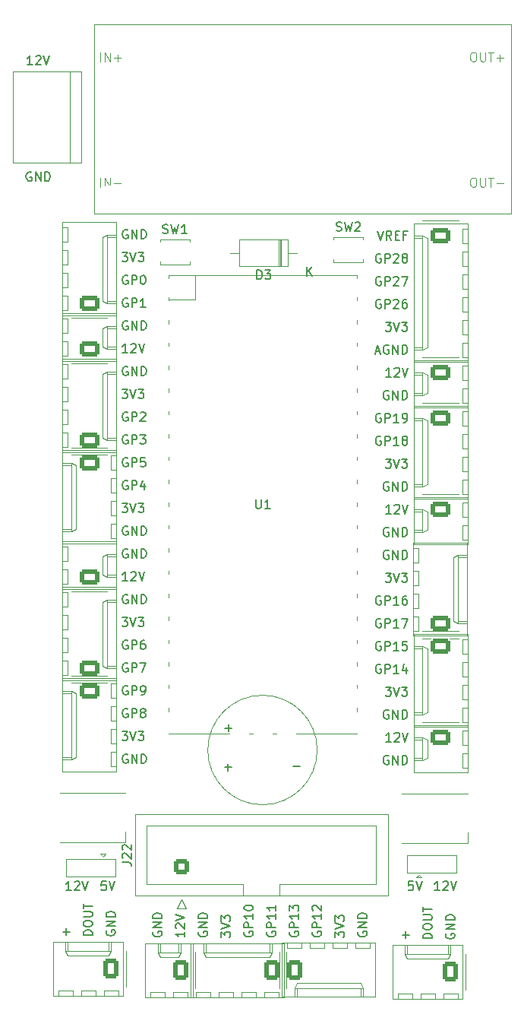
<source format=gto>
G04 #@! TF.GenerationSoftware,KiCad,Pcbnew,7.0.1*
G04 #@! TF.CreationDate,2023-06-05T16:12:44-05:00*
G04 #@! TF.ProjectId,Pico Breakout Board,5069636f-2042-4726-9561-6b6f75742042,rev?*
G04 #@! TF.SameCoordinates,Original*
G04 #@! TF.FileFunction,Legend,Top*
G04 #@! TF.FilePolarity,Positive*
%FSLAX46Y46*%
G04 Gerber Fmt 4.6, Leading zero omitted, Abs format (unit mm)*
G04 Created by KiCad (PCBNEW 7.0.1) date 2023-06-05 16:12:44*
%MOMM*%
%LPD*%
G01*
G04 APERTURE LIST*
G04 Aperture macros list*
%AMRoundRect*
0 Rectangle with rounded corners*
0 $1 Rounding radius*
0 $2 $3 $4 $5 $6 $7 $8 $9 X,Y pos of 4 corners*
0 Add a 4 corners polygon primitive as box body*
4,1,4,$2,$3,$4,$5,$6,$7,$8,$9,$2,$3,0*
0 Add four circle primitives for the rounded corners*
1,1,$1+$1,$2,$3*
1,1,$1+$1,$4,$5*
1,1,$1+$1,$6,$7*
1,1,$1+$1,$8,$9*
0 Add four rect primitives between the rounded corners*
20,1,$1+$1,$2,$3,$4,$5,0*
20,1,$1+$1,$4,$5,$6,$7,0*
20,1,$1+$1,$6,$7,$8,$9,0*
20,1,$1+$1,$8,$9,$2,$3,0*%
%AMFreePoly0*
4,1,6,1.000000,0.000000,0.500000,-0.750000,-0.500000,-0.750000,-0.500000,0.750000,0.500000,0.750000,1.000000,0.000000,1.000000,0.000000,$1*%
G04 Aperture macros list end*
%ADD10C,0.150000*%
%ADD11C,0.100000*%
%ADD12C,0.120000*%
%ADD13O,1.740000X2.190000*%
%ADD14RoundRect,0.250000X-0.620000X-0.845000X0.620000X-0.845000X0.620000X0.845000X-0.620000X0.845000X0*%
%ADD15RoundRect,0.250000X0.620000X0.845000X-0.620000X0.845000X-0.620000X-0.845000X0.620000X-0.845000X0*%
%ADD16C,1.700000*%
%ADD17RoundRect,0.250000X0.600000X-0.600000X0.600000X0.600000X-0.600000X0.600000X-0.600000X-0.600000X0*%
%ADD18O,1.700000X1.700000*%
%ADD19R,1.700000X1.700000*%
%ADD20O,1.800000X1.800000*%
%ADD21O,1.500000X1.500000*%
%ADD22C,3.000000*%
%ADD23R,0.900000X1.700000*%
%ADD24RoundRect,0.250000X-0.845000X0.620000X-0.845000X-0.620000X0.845000X-0.620000X0.845000X0.620000X0*%
%ADD25O,2.190000X1.740000*%
%ADD26RoundRect,0.250000X0.845000X-0.620000X0.845000X0.620000X-0.845000X0.620000X-0.845000X-0.620000X0*%
%ADD27R,1.500000X1.500000*%
%ADD28FreePoly0,0.000000*%
%ADD29FreePoly0,180.000000*%
%ADD30C,4.000000*%
%ADD31R,4.000000X4.000000*%
%ADD32O,2.200000X2.200000*%
%ADD33R,2.200000X2.200000*%
%ADD34R,2.000000X1.500000*%
%ADD35R,2.000000X2.000000*%
%ADD36C,2.000000*%
G04 APERTURE END LIST*
D10*
X137686238Y-134168095D02*
X137638619Y-134263333D01*
X137638619Y-134263333D02*
X137638619Y-134406190D01*
X137638619Y-134406190D02*
X137686238Y-134549047D01*
X137686238Y-134549047D02*
X137781476Y-134644285D01*
X137781476Y-134644285D02*
X137876714Y-134691904D01*
X137876714Y-134691904D02*
X138067190Y-134739523D01*
X138067190Y-134739523D02*
X138210047Y-134739523D01*
X138210047Y-134739523D02*
X138400523Y-134691904D01*
X138400523Y-134691904D02*
X138495761Y-134644285D01*
X138495761Y-134644285D02*
X138591000Y-134549047D01*
X138591000Y-134549047D02*
X138638619Y-134406190D01*
X138638619Y-134406190D02*
X138638619Y-134310952D01*
X138638619Y-134310952D02*
X138591000Y-134168095D01*
X138591000Y-134168095D02*
X138543380Y-134120476D01*
X138543380Y-134120476D02*
X138210047Y-134120476D01*
X138210047Y-134120476D02*
X138210047Y-134310952D01*
X138638619Y-133691904D02*
X137638619Y-133691904D01*
X137638619Y-133691904D02*
X137638619Y-133310952D01*
X137638619Y-133310952D02*
X137686238Y-133215714D01*
X137686238Y-133215714D02*
X137733857Y-133168095D01*
X137733857Y-133168095D02*
X137829095Y-133120476D01*
X137829095Y-133120476D02*
X137971952Y-133120476D01*
X137971952Y-133120476D02*
X138067190Y-133168095D01*
X138067190Y-133168095D02*
X138114809Y-133215714D01*
X138114809Y-133215714D02*
X138162428Y-133310952D01*
X138162428Y-133310952D02*
X138162428Y-133691904D01*
X138638619Y-132168095D02*
X138638619Y-132739523D01*
X138638619Y-132453809D02*
X137638619Y-132453809D01*
X137638619Y-132453809D02*
X137781476Y-132549047D01*
X137781476Y-132549047D02*
X137876714Y-132644285D01*
X137876714Y-132644285D02*
X137924333Y-132739523D01*
X137638619Y-131834761D02*
X137638619Y-131215714D01*
X137638619Y-131215714D02*
X138019571Y-131549047D01*
X138019571Y-131549047D02*
X138019571Y-131406190D01*
X138019571Y-131406190D02*
X138067190Y-131310952D01*
X138067190Y-131310952D02*
X138114809Y-131263333D01*
X138114809Y-131263333D02*
X138210047Y-131215714D01*
X138210047Y-131215714D02*
X138448142Y-131215714D01*
X138448142Y-131215714D02*
X138543380Y-131263333D01*
X138543380Y-131263333D02*
X138591000Y-131310952D01*
X138591000Y-131310952D02*
X138638619Y-131406190D01*
X138638619Y-131406190D02*
X138638619Y-131691904D01*
X138638619Y-131691904D02*
X138591000Y-131787142D01*
X138591000Y-131787142D02*
X138543380Y-131834761D01*
X132606238Y-134168095D02*
X132558619Y-134263333D01*
X132558619Y-134263333D02*
X132558619Y-134406190D01*
X132558619Y-134406190D02*
X132606238Y-134549047D01*
X132606238Y-134549047D02*
X132701476Y-134644285D01*
X132701476Y-134644285D02*
X132796714Y-134691904D01*
X132796714Y-134691904D02*
X132987190Y-134739523D01*
X132987190Y-134739523D02*
X133130047Y-134739523D01*
X133130047Y-134739523D02*
X133320523Y-134691904D01*
X133320523Y-134691904D02*
X133415761Y-134644285D01*
X133415761Y-134644285D02*
X133511000Y-134549047D01*
X133511000Y-134549047D02*
X133558619Y-134406190D01*
X133558619Y-134406190D02*
X133558619Y-134310952D01*
X133558619Y-134310952D02*
X133511000Y-134168095D01*
X133511000Y-134168095D02*
X133463380Y-134120476D01*
X133463380Y-134120476D02*
X133130047Y-134120476D01*
X133130047Y-134120476D02*
X133130047Y-134310952D01*
X133558619Y-133691904D02*
X132558619Y-133691904D01*
X132558619Y-133691904D02*
X132558619Y-133310952D01*
X132558619Y-133310952D02*
X132606238Y-133215714D01*
X132606238Y-133215714D02*
X132653857Y-133168095D01*
X132653857Y-133168095D02*
X132749095Y-133120476D01*
X132749095Y-133120476D02*
X132891952Y-133120476D01*
X132891952Y-133120476D02*
X132987190Y-133168095D01*
X132987190Y-133168095D02*
X133034809Y-133215714D01*
X133034809Y-133215714D02*
X133082428Y-133310952D01*
X133082428Y-133310952D02*
X133082428Y-133691904D01*
X133558619Y-132168095D02*
X133558619Y-132739523D01*
X133558619Y-132453809D02*
X132558619Y-132453809D01*
X132558619Y-132453809D02*
X132701476Y-132549047D01*
X132701476Y-132549047D02*
X132796714Y-132644285D01*
X132796714Y-132644285D02*
X132844333Y-132739523D01*
X132558619Y-131549047D02*
X132558619Y-131453809D01*
X132558619Y-131453809D02*
X132606238Y-131358571D01*
X132606238Y-131358571D02*
X132653857Y-131310952D01*
X132653857Y-131310952D02*
X132749095Y-131263333D01*
X132749095Y-131263333D02*
X132939571Y-131215714D01*
X132939571Y-131215714D02*
X133177666Y-131215714D01*
X133177666Y-131215714D02*
X133368142Y-131263333D01*
X133368142Y-131263333D02*
X133463380Y-131310952D01*
X133463380Y-131310952D02*
X133511000Y-131358571D01*
X133511000Y-131358571D02*
X133558619Y-131453809D01*
X133558619Y-131453809D02*
X133558619Y-131549047D01*
X133558619Y-131549047D02*
X133511000Y-131644285D01*
X133511000Y-131644285D02*
X133463380Y-131691904D01*
X133463380Y-131691904D02*
X133368142Y-131739523D01*
X133368142Y-131739523D02*
X133177666Y-131787142D01*
X133177666Y-131787142D02*
X132939571Y-131787142D01*
X132939571Y-131787142D02*
X132749095Y-131739523D01*
X132749095Y-131739523D02*
X132653857Y-131691904D01*
X132653857Y-131691904D02*
X132606238Y-131644285D01*
X132606238Y-131644285D02*
X132558619Y-131549047D01*
X140226238Y-134168095D02*
X140178619Y-134263333D01*
X140178619Y-134263333D02*
X140178619Y-134406190D01*
X140178619Y-134406190D02*
X140226238Y-134549047D01*
X140226238Y-134549047D02*
X140321476Y-134644285D01*
X140321476Y-134644285D02*
X140416714Y-134691904D01*
X140416714Y-134691904D02*
X140607190Y-134739523D01*
X140607190Y-134739523D02*
X140750047Y-134739523D01*
X140750047Y-134739523D02*
X140940523Y-134691904D01*
X140940523Y-134691904D02*
X141035761Y-134644285D01*
X141035761Y-134644285D02*
X141131000Y-134549047D01*
X141131000Y-134549047D02*
X141178619Y-134406190D01*
X141178619Y-134406190D02*
X141178619Y-134310952D01*
X141178619Y-134310952D02*
X141131000Y-134168095D01*
X141131000Y-134168095D02*
X141083380Y-134120476D01*
X141083380Y-134120476D02*
X140750047Y-134120476D01*
X140750047Y-134120476D02*
X140750047Y-134310952D01*
X141178619Y-133691904D02*
X140178619Y-133691904D01*
X140178619Y-133691904D02*
X140178619Y-133310952D01*
X140178619Y-133310952D02*
X140226238Y-133215714D01*
X140226238Y-133215714D02*
X140273857Y-133168095D01*
X140273857Y-133168095D02*
X140369095Y-133120476D01*
X140369095Y-133120476D02*
X140511952Y-133120476D01*
X140511952Y-133120476D02*
X140607190Y-133168095D01*
X140607190Y-133168095D02*
X140654809Y-133215714D01*
X140654809Y-133215714D02*
X140702428Y-133310952D01*
X140702428Y-133310952D02*
X140702428Y-133691904D01*
X141178619Y-132168095D02*
X141178619Y-132739523D01*
X141178619Y-132453809D02*
X140178619Y-132453809D01*
X140178619Y-132453809D02*
X140321476Y-132549047D01*
X140321476Y-132549047D02*
X140416714Y-132644285D01*
X140416714Y-132644285D02*
X140464333Y-132739523D01*
X140273857Y-131787142D02*
X140226238Y-131739523D01*
X140226238Y-131739523D02*
X140178619Y-131644285D01*
X140178619Y-131644285D02*
X140178619Y-131406190D01*
X140178619Y-131406190D02*
X140226238Y-131310952D01*
X140226238Y-131310952D02*
X140273857Y-131263333D01*
X140273857Y-131263333D02*
X140369095Y-131215714D01*
X140369095Y-131215714D02*
X140464333Y-131215714D01*
X140464333Y-131215714D02*
X140607190Y-131263333D01*
X140607190Y-131263333D02*
X141178619Y-131834761D01*
X141178619Y-131834761D02*
X141178619Y-131215714D01*
X145306238Y-134168095D02*
X145258619Y-134263333D01*
X145258619Y-134263333D02*
X145258619Y-134406190D01*
X145258619Y-134406190D02*
X145306238Y-134549047D01*
X145306238Y-134549047D02*
X145401476Y-134644285D01*
X145401476Y-134644285D02*
X145496714Y-134691904D01*
X145496714Y-134691904D02*
X145687190Y-134739523D01*
X145687190Y-134739523D02*
X145830047Y-134739523D01*
X145830047Y-134739523D02*
X146020523Y-134691904D01*
X146020523Y-134691904D02*
X146115761Y-134644285D01*
X146115761Y-134644285D02*
X146211000Y-134549047D01*
X146211000Y-134549047D02*
X146258619Y-134406190D01*
X146258619Y-134406190D02*
X146258619Y-134310952D01*
X146258619Y-134310952D02*
X146211000Y-134168095D01*
X146211000Y-134168095D02*
X146163380Y-134120476D01*
X146163380Y-134120476D02*
X145830047Y-134120476D01*
X145830047Y-134120476D02*
X145830047Y-134310952D01*
X146258619Y-133691904D02*
X145258619Y-133691904D01*
X145258619Y-133691904D02*
X146258619Y-133120476D01*
X146258619Y-133120476D02*
X145258619Y-133120476D01*
X146258619Y-132644285D02*
X145258619Y-132644285D01*
X145258619Y-132644285D02*
X145258619Y-132406190D01*
X145258619Y-132406190D02*
X145306238Y-132263333D01*
X145306238Y-132263333D02*
X145401476Y-132168095D01*
X145401476Y-132168095D02*
X145496714Y-132120476D01*
X145496714Y-132120476D02*
X145687190Y-132072857D01*
X145687190Y-132072857D02*
X145830047Y-132072857D01*
X145830047Y-132072857D02*
X146020523Y-132120476D01*
X146020523Y-132120476D02*
X146115761Y-132168095D01*
X146115761Y-132168095D02*
X146211000Y-132263333D01*
X146211000Y-132263333D02*
X146258619Y-132406190D01*
X146258619Y-132406190D02*
X146258619Y-132644285D01*
X125938619Y-134168095D02*
X125938619Y-134739523D01*
X125938619Y-134453809D02*
X124938619Y-134453809D01*
X124938619Y-134453809D02*
X125081476Y-134549047D01*
X125081476Y-134549047D02*
X125176714Y-134644285D01*
X125176714Y-134644285D02*
X125224333Y-134739523D01*
X125033857Y-133787142D02*
X124986238Y-133739523D01*
X124986238Y-133739523D02*
X124938619Y-133644285D01*
X124938619Y-133644285D02*
X124938619Y-133406190D01*
X124938619Y-133406190D02*
X124986238Y-133310952D01*
X124986238Y-133310952D02*
X125033857Y-133263333D01*
X125033857Y-133263333D02*
X125129095Y-133215714D01*
X125129095Y-133215714D02*
X125224333Y-133215714D01*
X125224333Y-133215714D02*
X125367190Y-133263333D01*
X125367190Y-133263333D02*
X125938619Y-133834761D01*
X125938619Y-133834761D02*
X125938619Y-133215714D01*
X124938619Y-132929999D02*
X125938619Y-132596666D01*
X125938619Y-132596666D02*
X124938619Y-132263333D01*
X135146238Y-134168095D02*
X135098619Y-134263333D01*
X135098619Y-134263333D02*
X135098619Y-134406190D01*
X135098619Y-134406190D02*
X135146238Y-134549047D01*
X135146238Y-134549047D02*
X135241476Y-134644285D01*
X135241476Y-134644285D02*
X135336714Y-134691904D01*
X135336714Y-134691904D02*
X135527190Y-134739523D01*
X135527190Y-134739523D02*
X135670047Y-134739523D01*
X135670047Y-134739523D02*
X135860523Y-134691904D01*
X135860523Y-134691904D02*
X135955761Y-134644285D01*
X135955761Y-134644285D02*
X136051000Y-134549047D01*
X136051000Y-134549047D02*
X136098619Y-134406190D01*
X136098619Y-134406190D02*
X136098619Y-134310952D01*
X136098619Y-134310952D02*
X136051000Y-134168095D01*
X136051000Y-134168095D02*
X136003380Y-134120476D01*
X136003380Y-134120476D02*
X135670047Y-134120476D01*
X135670047Y-134120476D02*
X135670047Y-134310952D01*
X136098619Y-133691904D02*
X135098619Y-133691904D01*
X135098619Y-133691904D02*
X135098619Y-133310952D01*
X135098619Y-133310952D02*
X135146238Y-133215714D01*
X135146238Y-133215714D02*
X135193857Y-133168095D01*
X135193857Y-133168095D02*
X135289095Y-133120476D01*
X135289095Y-133120476D02*
X135431952Y-133120476D01*
X135431952Y-133120476D02*
X135527190Y-133168095D01*
X135527190Y-133168095D02*
X135574809Y-133215714D01*
X135574809Y-133215714D02*
X135622428Y-133310952D01*
X135622428Y-133310952D02*
X135622428Y-133691904D01*
X136098619Y-132168095D02*
X136098619Y-132739523D01*
X136098619Y-132453809D02*
X135098619Y-132453809D01*
X135098619Y-132453809D02*
X135241476Y-132549047D01*
X135241476Y-132549047D02*
X135336714Y-132644285D01*
X135336714Y-132644285D02*
X135384333Y-132739523D01*
X136098619Y-131215714D02*
X136098619Y-131787142D01*
X136098619Y-131501428D02*
X135098619Y-131501428D01*
X135098619Y-131501428D02*
X135241476Y-131596666D01*
X135241476Y-131596666D02*
X135336714Y-131691904D01*
X135336714Y-131691904D02*
X135384333Y-131787142D01*
X142718619Y-134787142D02*
X142718619Y-134168095D01*
X142718619Y-134168095D02*
X143099571Y-134501428D01*
X143099571Y-134501428D02*
X143099571Y-134358571D01*
X143099571Y-134358571D02*
X143147190Y-134263333D01*
X143147190Y-134263333D02*
X143194809Y-134215714D01*
X143194809Y-134215714D02*
X143290047Y-134168095D01*
X143290047Y-134168095D02*
X143528142Y-134168095D01*
X143528142Y-134168095D02*
X143623380Y-134215714D01*
X143623380Y-134215714D02*
X143671000Y-134263333D01*
X143671000Y-134263333D02*
X143718619Y-134358571D01*
X143718619Y-134358571D02*
X143718619Y-134644285D01*
X143718619Y-134644285D02*
X143671000Y-134739523D01*
X143671000Y-134739523D02*
X143623380Y-134787142D01*
X142718619Y-133882380D02*
X143718619Y-133549047D01*
X143718619Y-133549047D02*
X142718619Y-133215714D01*
X142718619Y-132977618D02*
X142718619Y-132358571D01*
X142718619Y-132358571D02*
X143099571Y-132691904D01*
X143099571Y-132691904D02*
X143099571Y-132549047D01*
X143099571Y-132549047D02*
X143147190Y-132453809D01*
X143147190Y-132453809D02*
X143194809Y-132406190D01*
X143194809Y-132406190D02*
X143290047Y-132358571D01*
X143290047Y-132358571D02*
X143528142Y-132358571D01*
X143528142Y-132358571D02*
X143623380Y-132406190D01*
X143623380Y-132406190D02*
X143671000Y-132453809D01*
X143671000Y-132453809D02*
X143718619Y-132549047D01*
X143718619Y-132549047D02*
X143718619Y-132834761D01*
X143718619Y-132834761D02*
X143671000Y-132929999D01*
X143671000Y-132929999D02*
X143623380Y-132977618D01*
X130018619Y-134787142D02*
X130018619Y-134168095D01*
X130018619Y-134168095D02*
X130399571Y-134501428D01*
X130399571Y-134501428D02*
X130399571Y-134358571D01*
X130399571Y-134358571D02*
X130447190Y-134263333D01*
X130447190Y-134263333D02*
X130494809Y-134215714D01*
X130494809Y-134215714D02*
X130590047Y-134168095D01*
X130590047Y-134168095D02*
X130828142Y-134168095D01*
X130828142Y-134168095D02*
X130923380Y-134215714D01*
X130923380Y-134215714D02*
X130971000Y-134263333D01*
X130971000Y-134263333D02*
X131018619Y-134358571D01*
X131018619Y-134358571D02*
X131018619Y-134644285D01*
X131018619Y-134644285D02*
X130971000Y-134739523D01*
X130971000Y-134739523D02*
X130923380Y-134787142D01*
X130018619Y-133882380D02*
X131018619Y-133549047D01*
X131018619Y-133549047D02*
X130018619Y-133215714D01*
X130018619Y-132977618D02*
X130018619Y-132358571D01*
X130018619Y-132358571D02*
X130399571Y-132691904D01*
X130399571Y-132691904D02*
X130399571Y-132549047D01*
X130399571Y-132549047D02*
X130447190Y-132453809D01*
X130447190Y-132453809D02*
X130494809Y-132406190D01*
X130494809Y-132406190D02*
X130590047Y-132358571D01*
X130590047Y-132358571D02*
X130828142Y-132358571D01*
X130828142Y-132358571D02*
X130923380Y-132406190D01*
X130923380Y-132406190D02*
X130971000Y-132453809D01*
X130971000Y-132453809D02*
X131018619Y-132549047D01*
X131018619Y-132549047D02*
X131018619Y-132834761D01*
X131018619Y-132834761D02*
X130971000Y-132929999D01*
X130971000Y-132929999D02*
X130923380Y-132977618D01*
X127526238Y-134168095D02*
X127478619Y-134263333D01*
X127478619Y-134263333D02*
X127478619Y-134406190D01*
X127478619Y-134406190D02*
X127526238Y-134549047D01*
X127526238Y-134549047D02*
X127621476Y-134644285D01*
X127621476Y-134644285D02*
X127716714Y-134691904D01*
X127716714Y-134691904D02*
X127907190Y-134739523D01*
X127907190Y-134739523D02*
X128050047Y-134739523D01*
X128050047Y-134739523D02*
X128240523Y-134691904D01*
X128240523Y-134691904D02*
X128335761Y-134644285D01*
X128335761Y-134644285D02*
X128431000Y-134549047D01*
X128431000Y-134549047D02*
X128478619Y-134406190D01*
X128478619Y-134406190D02*
X128478619Y-134310952D01*
X128478619Y-134310952D02*
X128431000Y-134168095D01*
X128431000Y-134168095D02*
X128383380Y-134120476D01*
X128383380Y-134120476D02*
X128050047Y-134120476D01*
X128050047Y-134120476D02*
X128050047Y-134310952D01*
X128478619Y-133691904D02*
X127478619Y-133691904D01*
X127478619Y-133691904D02*
X128478619Y-133120476D01*
X128478619Y-133120476D02*
X127478619Y-133120476D01*
X128478619Y-132644285D02*
X127478619Y-132644285D01*
X127478619Y-132644285D02*
X127478619Y-132406190D01*
X127478619Y-132406190D02*
X127526238Y-132263333D01*
X127526238Y-132263333D02*
X127621476Y-132168095D01*
X127621476Y-132168095D02*
X127716714Y-132120476D01*
X127716714Y-132120476D02*
X127907190Y-132072857D01*
X127907190Y-132072857D02*
X128050047Y-132072857D01*
X128050047Y-132072857D02*
X128240523Y-132120476D01*
X128240523Y-132120476D02*
X128335761Y-132168095D01*
X128335761Y-132168095D02*
X128431000Y-132263333D01*
X128431000Y-132263333D02*
X128478619Y-132406190D01*
X128478619Y-132406190D02*
X128478619Y-132644285D01*
X122446238Y-134168095D02*
X122398619Y-134263333D01*
X122398619Y-134263333D02*
X122398619Y-134406190D01*
X122398619Y-134406190D02*
X122446238Y-134549047D01*
X122446238Y-134549047D02*
X122541476Y-134644285D01*
X122541476Y-134644285D02*
X122636714Y-134691904D01*
X122636714Y-134691904D02*
X122827190Y-134739523D01*
X122827190Y-134739523D02*
X122970047Y-134739523D01*
X122970047Y-134739523D02*
X123160523Y-134691904D01*
X123160523Y-134691904D02*
X123255761Y-134644285D01*
X123255761Y-134644285D02*
X123351000Y-134549047D01*
X123351000Y-134549047D02*
X123398619Y-134406190D01*
X123398619Y-134406190D02*
X123398619Y-134310952D01*
X123398619Y-134310952D02*
X123351000Y-134168095D01*
X123351000Y-134168095D02*
X123303380Y-134120476D01*
X123303380Y-134120476D02*
X122970047Y-134120476D01*
X122970047Y-134120476D02*
X122970047Y-134310952D01*
X123398619Y-133691904D02*
X122398619Y-133691904D01*
X122398619Y-133691904D02*
X123398619Y-133120476D01*
X123398619Y-133120476D02*
X122398619Y-133120476D01*
X123398619Y-132644285D02*
X122398619Y-132644285D01*
X122398619Y-132644285D02*
X122398619Y-132406190D01*
X122398619Y-132406190D02*
X122446238Y-132263333D01*
X122446238Y-132263333D02*
X122541476Y-132168095D01*
X122541476Y-132168095D02*
X122636714Y-132120476D01*
X122636714Y-132120476D02*
X122827190Y-132072857D01*
X122827190Y-132072857D02*
X122970047Y-132072857D01*
X122970047Y-132072857D02*
X123160523Y-132120476D01*
X123160523Y-132120476D02*
X123255761Y-132168095D01*
X123255761Y-132168095D02*
X123351000Y-132263333D01*
X123351000Y-132263333D02*
X123398619Y-132406190D01*
X123398619Y-132406190D02*
X123398619Y-132644285D01*
X153501619Y-134891904D02*
X152501619Y-134891904D01*
X152501619Y-134891904D02*
X152501619Y-134653809D01*
X152501619Y-134653809D02*
X152549238Y-134510952D01*
X152549238Y-134510952D02*
X152644476Y-134415714D01*
X152644476Y-134415714D02*
X152739714Y-134368095D01*
X152739714Y-134368095D02*
X152930190Y-134320476D01*
X152930190Y-134320476D02*
X153073047Y-134320476D01*
X153073047Y-134320476D02*
X153263523Y-134368095D01*
X153263523Y-134368095D02*
X153358761Y-134415714D01*
X153358761Y-134415714D02*
X153454000Y-134510952D01*
X153454000Y-134510952D02*
X153501619Y-134653809D01*
X153501619Y-134653809D02*
X153501619Y-134891904D01*
X152501619Y-133701428D02*
X152501619Y-133510952D01*
X152501619Y-133510952D02*
X152549238Y-133415714D01*
X152549238Y-133415714D02*
X152644476Y-133320476D01*
X152644476Y-133320476D02*
X152834952Y-133272857D01*
X152834952Y-133272857D02*
X153168285Y-133272857D01*
X153168285Y-133272857D02*
X153358761Y-133320476D01*
X153358761Y-133320476D02*
X153454000Y-133415714D01*
X153454000Y-133415714D02*
X153501619Y-133510952D01*
X153501619Y-133510952D02*
X153501619Y-133701428D01*
X153501619Y-133701428D02*
X153454000Y-133796666D01*
X153454000Y-133796666D02*
X153358761Y-133891904D01*
X153358761Y-133891904D02*
X153168285Y-133939523D01*
X153168285Y-133939523D02*
X152834952Y-133939523D01*
X152834952Y-133939523D02*
X152644476Y-133891904D01*
X152644476Y-133891904D02*
X152549238Y-133796666D01*
X152549238Y-133796666D02*
X152501619Y-133701428D01*
X152501619Y-132844285D02*
X153311142Y-132844285D01*
X153311142Y-132844285D02*
X153406380Y-132796666D01*
X153406380Y-132796666D02*
X153454000Y-132749047D01*
X153454000Y-132749047D02*
X153501619Y-132653809D01*
X153501619Y-132653809D02*
X153501619Y-132463333D01*
X153501619Y-132463333D02*
X153454000Y-132368095D01*
X153454000Y-132368095D02*
X153406380Y-132320476D01*
X153406380Y-132320476D02*
X153311142Y-132272857D01*
X153311142Y-132272857D02*
X152501619Y-132272857D01*
X152501619Y-131939523D02*
X152501619Y-131368095D01*
X153501619Y-131653809D02*
X152501619Y-131653809D01*
X155089238Y-134368095D02*
X155041619Y-134463333D01*
X155041619Y-134463333D02*
X155041619Y-134606190D01*
X155041619Y-134606190D02*
X155089238Y-134749047D01*
X155089238Y-134749047D02*
X155184476Y-134844285D01*
X155184476Y-134844285D02*
X155279714Y-134891904D01*
X155279714Y-134891904D02*
X155470190Y-134939523D01*
X155470190Y-134939523D02*
X155613047Y-134939523D01*
X155613047Y-134939523D02*
X155803523Y-134891904D01*
X155803523Y-134891904D02*
X155898761Y-134844285D01*
X155898761Y-134844285D02*
X155994000Y-134749047D01*
X155994000Y-134749047D02*
X156041619Y-134606190D01*
X156041619Y-134606190D02*
X156041619Y-134510952D01*
X156041619Y-134510952D02*
X155994000Y-134368095D01*
X155994000Y-134368095D02*
X155946380Y-134320476D01*
X155946380Y-134320476D02*
X155613047Y-134320476D01*
X155613047Y-134320476D02*
X155613047Y-134510952D01*
X156041619Y-133891904D02*
X155041619Y-133891904D01*
X155041619Y-133891904D02*
X156041619Y-133320476D01*
X156041619Y-133320476D02*
X155041619Y-133320476D01*
X156041619Y-132844285D02*
X155041619Y-132844285D01*
X155041619Y-132844285D02*
X155041619Y-132606190D01*
X155041619Y-132606190D02*
X155089238Y-132463333D01*
X155089238Y-132463333D02*
X155184476Y-132368095D01*
X155184476Y-132368095D02*
X155279714Y-132320476D01*
X155279714Y-132320476D02*
X155470190Y-132272857D01*
X155470190Y-132272857D02*
X155613047Y-132272857D01*
X155613047Y-132272857D02*
X155803523Y-132320476D01*
X155803523Y-132320476D02*
X155898761Y-132368095D01*
X155898761Y-132368095D02*
X155994000Y-132463333D01*
X155994000Y-132463333D02*
X156041619Y-132606190D01*
X156041619Y-132606190D02*
X156041619Y-132844285D01*
X150580666Y-134891904D02*
X150580666Y-134130000D01*
X150961619Y-134510952D02*
X150199714Y-134510952D01*
X115651619Y-134544904D02*
X114651619Y-134544904D01*
X114651619Y-134544904D02*
X114651619Y-134306809D01*
X114651619Y-134306809D02*
X114699238Y-134163952D01*
X114699238Y-134163952D02*
X114794476Y-134068714D01*
X114794476Y-134068714D02*
X114889714Y-134021095D01*
X114889714Y-134021095D02*
X115080190Y-133973476D01*
X115080190Y-133973476D02*
X115223047Y-133973476D01*
X115223047Y-133973476D02*
X115413523Y-134021095D01*
X115413523Y-134021095D02*
X115508761Y-134068714D01*
X115508761Y-134068714D02*
X115604000Y-134163952D01*
X115604000Y-134163952D02*
X115651619Y-134306809D01*
X115651619Y-134306809D02*
X115651619Y-134544904D01*
X114651619Y-133354428D02*
X114651619Y-133163952D01*
X114651619Y-133163952D02*
X114699238Y-133068714D01*
X114699238Y-133068714D02*
X114794476Y-132973476D01*
X114794476Y-132973476D02*
X114984952Y-132925857D01*
X114984952Y-132925857D02*
X115318285Y-132925857D01*
X115318285Y-132925857D02*
X115508761Y-132973476D01*
X115508761Y-132973476D02*
X115604000Y-133068714D01*
X115604000Y-133068714D02*
X115651619Y-133163952D01*
X115651619Y-133163952D02*
X115651619Y-133354428D01*
X115651619Y-133354428D02*
X115604000Y-133449666D01*
X115604000Y-133449666D02*
X115508761Y-133544904D01*
X115508761Y-133544904D02*
X115318285Y-133592523D01*
X115318285Y-133592523D02*
X114984952Y-133592523D01*
X114984952Y-133592523D02*
X114794476Y-133544904D01*
X114794476Y-133544904D02*
X114699238Y-133449666D01*
X114699238Y-133449666D02*
X114651619Y-133354428D01*
X114651619Y-132497285D02*
X115461142Y-132497285D01*
X115461142Y-132497285D02*
X115556380Y-132449666D01*
X115556380Y-132449666D02*
X115604000Y-132402047D01*
X115604000Y-132402047D02*
X115651619Y-132306809D01*
X115651619Y-132306809D02*
X115651619Y-132116333D01*
X115651619Y-132116333D02*
X115604000Y-132021095D01*
X115604000Y-132021095D02*
X115556380Y-131973476D01*
X115556380Y-131973476D02*
X115461142Y-131925857D01*
X115461142Y-131925857D02*
X114651619Y-131925857D01*
X114651619Y-131592523D02*
X114651619Y-131021095D01*
X115651619Y-131306809D02*
X114651619Y-131306809D01*
X117239238Y-134021095D02*
X117191619Y-134116333D01*
X117191619Y-134116333D02*
X117191619Y-134259190D01*
X117191619Y-134259190D02*
X117239238Y-134402047D01*
X117239238Y-134402047D02*
X117334476Y-134497285D01*
X117334476Y-134497285D02*
X117429714Y-134544904D01*
X117429714Y-134544904D02*
X117620190Y-134592523D01*
X117620190Y-134592523D02*
X117763047Y-134592523D01*
X117763047Y-134592523D02*
X117953523Y-134544904D01*
X117953523Y-134544904D02*
X118048761Y-134497285D01*
X118048761Y-134497285D02*
X118144000Y-134402047D01*
X118144000Y-134402047D02*
X118191619Y-134259190D01*
X118191619Y-134259190D02*
X118191619Y-134163952D01*
X118191619Y-134163952D02*
X118144000Y-134021095D01*
X118144000Y-134021095D02*
X118096380Y-133973476D01*
X118096380Y-133973476D02*
X117763047Y-133973476D01*
X117763047Y-133973476D02*
X117763047Y-134163952D01*
X118191619Y-133544904D02*
X117191619Y-133544904D01*
X117191619Y-133544904D02*
X118191619Y-132973476D01*
X118191619Y-132973476D02*
X117191619Y-132973476D01*
X118191619Y-132497285D02*
X117191619Y-132497285D01*
X117191619Y-132497285D02*
X117191619Y-132259190D01*
X117191619Y-132259190D02*
X117239238Y-132116333D01*
X117239238Y-132116333D02*
X117334476Y-132021095D01*
X117334476Y-132021095D02*
X117429714Y-131973476D01*
X117429714Y-131973476D02*
X117620190Y-131925857D01*
X117620190Y-131925857D02*
X117763047Y-131925857D01*
X117763047Y-131925857D02*
X117953523Y-131973476D01*
X117953523Y-131973476D02*
X118048761Y-132021095D01*
X118048761Y-132021095D02*
X118144000Y-132116333D01*
X118144000Y-132116333D02*
X118191619Y-132259190D01*
X118191619Y-132259190D02*
X118191619Y-132497285D01*
X112730666Y-134544904D02*
X112730666Y-133783000D01*
X113111619Y-134163952D02*
X112349714Y-134163952D01*
X151402190Y-128544619D02*
X150926000Y-128544619D01*
X150926000Y-128544619D02*
X150878381Y-129020809D01*
X150878381Y-129020809D02*
X150926000Y-128973190D01*
X150926000Y-128973190D02*
X151021238Y-128925571D01*
X151021238Y-128925571D02*
X151259333Y-128925571D01*
X151259333Y-128925571D02*
X151354571Y-128973190D01*
X151354571Y-128973190D02*
X151402190Y-129020809D01*
X151402190Y-129020809D02*
X151449809Y-129116047D01*
X151449809Y-129116047D02*
X151449809Y-129354142D01*
X151449809Y-129354142D02*
X151402190Y-129449380D01*
X151402190Y-129449380D02*
X151354571Y-129497000D01*
X151354571Y-129497000D02*
X151259333Y-129544619D01*
X151259333Y-129544619D02*
X151021238Y-129544619D01*
X151021238Y-129544619D02*
X150926000Y-129497000D01*
X150926000Y-129497000D02*
X150878381Y-129449380D01*
X151735524Y-128544619D02*
X152068857Y-129544619D01*
X152068857Y-129544619D02*
X152402190Y-128544619D01*
X154370809Y-129544619D02*
X153799381Y-129544619D01*
X154085095Y-129544619D02*
X154085095Y-128544619D01*
X154085095Y-128544619D02*
X153989857Y-128687476D01*
X153989857Y-128687476D02*
X153894619Y-128782714D01*
X153894619Y-128782714D02*
X153799381Y-128830333D01*
X154751762Y-128639857D02*
X154799381Y-128592238D01*
X154799381Y-128592238D02*
X154894619Y-128544619D01*
X154894619Y-128544619D02*
X155132714Y-128544619D01*
X155132714Y-128544619D02*
X155227952Y-128592238D01*
X155227952Y-128592238D02*
X155275571Y-128639857D01*
X155275571Y-128639857D02*
X155323190Y-128735095D01*
X155323190Y-128735095D02*
X155323190Y-128830333D01*
X155323190Y-128830333D02*
X155275571Y-128973190D01*
X155275571Y-128973190D02*
X154704143Y-129544619D01*
X154704143Y-129544619D02*
X155323190Y-129544619D01*
X155608905Y-128544619D02*
X155942238Y-129544619D01*
X155942238Y-129544619D02*
X156275571Y-128544619D01*
X117173285Y-128544621D02*
X116697095Y-128544621D01*
X116697095Y-128544621D02*
X116649476Y-129020811D01*
X116649476Y-129020811D02*
X116697095Y-128973192D01*
X116697095Y-128973192D02*
X116792333Y-128925573D01*
X116792333Y-128925573D02*
X117030428Y-128925573D01*
X117030428Y-128925573D02*
X117125666Y-128973192D01*
X117125666Y-128973192D02*
X117173285Y-129020811D01*
X117173285Y-129020811D02*
X117220904Y-129116049D01*
X117220904Y-129116049D02*
X117220904Y-129354144D01*
X117220904Y-129354144D02*
X117173285Y-129449382D01*
X117173285Y-129449382D02*
X117125666Y-129497002D01*
X117125666Y-129497002D02*
X117030428Y-129544621D01*
X117030428Y-129544621D02*
X116792333Y-129544621D01*
X116792333Y-129544621D02*
X116697095Y-129497002D01*
X116697095Y-129497002D02*
X116649476Y-129449382D01*
X117506619Y-128544621D02*
X117839952Y-129544621D01*
X117839952Y-129544621D02*
X118173285Y-128544621D01*
X113283904Y-129544621D02*
X112712476Y-129544621D01*
X112998190Y-129544621D02*
X112998190Y-128544621D01*
X112998190Y-128544621D02*
X112902952Y-128687478D01*
X112902952Y-128687478D02*
X112807714Y-128782716D01*
X112807714Y-128782716D02*
X112712476Y-128830335D01*
X113664857Y-128639859D02*
X113712476Y-128592240D01*
X113712476Y-128592240D02*
X113807714Y-128544621D01*
X113807714Y-128544621D02*
X114045809Y-128544621D01*
X114045809Y-128544621D02*
X114141047Y-128592240D01*
X114141047Y-128592240D02*
X114188666Y-128639859D01*
X114188666Y-128639859D02*
X114236285Y-128735097D01*
X114236285Y-128735097D02*
X114236285Y-128830335D01*
X114236285Y-128830335D02*
X114188666Y-128973192D01*
X114188666Y-128973192D02*
X113617238Y-129544621D01*
X113617238Y-129544621D02*
X114236285Y-129544621D01*
X114522000Y-128544621D02*
X114855333Y-129544621D01*
X114855333Y-129544621D02*
X115188666Y-128544621D01*
X108838904Y-49598238D02*
X108743666Y-49550619D01*
X108743666Y-49550619D02*
X108600809Y-49550619D01*
X108600809Y-49550619D02*
X108457952Y-49598238D01*
X108457952Y-49598238D02*
X108362714Y-49693476D01*
X108362714Y-49693476D02*
X108315095Y-49788714D01*
X108315095Y-49788714D02*
X108267476Y-49979190D01*
X108267476Y-49979190D02*
X108267476Y-50122047D01*
X108267476Y-50122047D02*
X108315095Y-50312523D01*
X108315095Y-50312523D02*
X108362714Y-50407761D01*
X108362714Y-50407761D02*
X108457952Y-50503000D01*
X108457952Y-50503000D02*
X108600809Y-50550619D01*
X108600809Y-50550619D02*
X108696047Y-50550619D01*
X108696047Y-50550619D02*
X108838904Y-50503000D01*
X108838904Y-50503000D02*
X108886523Y-50455380D01*
X108886523Y-50455380D02*
X108886523Y-50122047D01*
X108886523Y-50122047D02*
X108696047Y-50122047D01*
X109315095Y-50550619D02*
X109315095Y-49550619D01*
X109315095Y-49550619D02*
X109886523Y-50550619D01*
X109886523Y-50550619D02*
X109886523Y-49550619D01*
X110362714Y-50550619D02*
X110362714Y-49550619D01*
X110362714Y-49550619D02*
X110600809Y-49550619D01*
X110600809Y-49550619D02*
X110743666Y-49598238D01*
X110743666Y-49598238D02*
X110838904Y-49693476D01*
X110838904Y-49693476D02*
X110886523Y-49788714D01*
X110886523Y-49788714D02*
X110934142Y-49979190D01*
X110934142Y-49979190D02*
X110934142Y-50122047D01*
X110934142Y-50122047D02*
X110886523Y-50312523D01*
X110886523Y-50312523D02*
X110838904Y-50407761D01*
X110838904Y-50407761D02*
X110743666Y-50503000D01*
X110743666Y-50503000D02*
X110600809Y-50550619D01*
X110600809Y-50550619D02*
X110362714Y-50550619D01*
X108965904Y-37596619D02*
X108394476Y-37596619D01*
X108680190Y-37596619D02*
X108680190Y-36596619D01*
X108680190Y-36596619D02*
X108584952Y-36739476D01*
X108584952Y-36739476D02*
X108489714Y-36834714D01*
X108489714Y-36834714D02*
X108394476Y-36882333D01*
X109346857Y-36691857D02*
X109394476Y-36644238D01*
X109394476Y-36644238D02*
X109489714Y-36596619D01*
X109489714Y-36596619D02*
X109727809Y-36596619D01*
X109727809Y-36596619D02*
X109823047Y-36644238D01*
X109823047Y-36644238D02*
X109870666Y-36691857D01*
X109870666Y-36691857D02*
X109918285Y-36787095D01*
X109918285Y-36787095D02*
X109918285Y-36882333D01*
X109918285Y-36882333D02*
X109870666Y-37025190D01*
X109870666Y-37025190D02*
X109299238Y-37596619D01*
X109299238Y-37596619D02*
X109918285Y-37596619D01*
X110204000Y-36596619D02*
X110537333Y-37596619D01*
X110537333Y-37596619D02*
X110870666Y-36596619D01*
X138023095Y-115701666D02*
X138785000Y-115701666D01*
X130403095Y-115828666D02*
X131165000Y-115828666D01*
X130784047Y-116209619D02*
X130784047Y-115447714D01*
X147809142Y-63772238D02*
X147713904Y-63724619D01*
X147713904Y-63724619D02*
X147571047Y-63724619D01*
X147571047Y-63724619D02*
X147428190Y-63772238D01*
X147428190Y-63772238D02*
X147332952Y-63867476D01*
X147332952Y-63867476D02*
X147285333Y-63962714D01*
X147285333Y-63962714D02*
X147237714Y-64153190D01*
X147237714Y-64153190D02*
X147237714Y-64296047D01*
X147237714Y-64296047D02*
X147285333Y-64486523D01*
X147285333Y-64486523D02*
X147332952Y-64581761D01*
X147332952Y-64581761D02*
X147428190Y-64677000D01*
X147428190Y-64677000D02*
X147571047Y-64724619D01*
X147571047Y-64724619D02*
X147666285Y-64724619D01*
X147666285Y-64724619D02*
X147809142Y-64677000D01*
X147809142Y-64677000D02*
X147856761Y-64629380D01*
X147856761Y-64629380D02*
X147856761Y-64296047D01*
X147856761Y-64296047D02*
X147666285Y-64296047D01*
X148285333Y-64724619D02*
X148285333Y-63724619D01*
X148285333Y-63724619D02*
X148666285Y-63724619D01*
X148666285Y-63724619D02*
X148761523Y-63772238D01*
X148761523Y-63772238D02*
X148809142Y-63819857D01*
X148809142Y-63819857D02*
X148856761Y-63915095D01*
X148856761Y-63915095D02*
X148856761Y-64057952D01*
X148856761Y-64057952D02*
X148809142Y-64153190D01*
X148809142Y-64153190D02*
X148761523Y-64200809D01*
X148761523Y-64200809D02*
X148666285Y-64248428D01*
X148666285Y-64248428D02*
X148285333Y-64248428D01*
X149237714Y-63819857D02*
X149285333Y-63772238D01*
X149285333Y-63772238D02*
X149380571Y-63724619D01*
X149380571Y-63724619D02*
X149618666Y-63724619D01*
X149618666Y-63724619D02*
X149713904Y-63772238D01*
X149713904Y-63772238D02*
X149761523Y-63819857D01*
X149761523Y-63819857D02*
X149809142Y-63915095D01*
X149809142Y-63915095D02*
X149809142Y-64010333D01*
X149809142Y-64010333D02*
X149761523Y-64153190D01*
X149761523Y-64153190D02*
X149190095Y-64724619D01*
X149190095Y-64724619D02*
X149809142Y-64724619D01*
X150666285Y-63724619D02*
X150475809Y-63724619D01*
X150475809Y-63724619D02*
X150380571Y-63772238D01*
X150380571Y-63772238D02*
X150332952Y-63819857D01*
X150332952Y-63819857D02*
X150237714Y-63962714D01*
X150237714Y-63962714D02*
X150190095Y-64153190D01*
X150190095Y-64153190D02*
X150190095Y-64534142D01*
X150190095Y-64534142D02*
X150237714Y-64629380D01*
X150237714Y-64629380D02*
X150285333Y-64677000D01*
X150285333Y-64677000D02*
X150380571Y-64724619D01*
X150380571Y-64724619D02*
X150571047Y-64724619D01*
X150571047Y-64724619D02*
X150666285Y-64677000D01*
X150666285Y-64677000D02*
X150713904Y-64629380D01*
X150713904Y-64629380D02*
X150761523Y-64534142D01*
X150761523Y-64534142D02*
X150761523Y-64296047D01*
X150761523Y-64296047D02*
X150713904Y-64200809D01*
X150713904Y-64200809D02*
X150666285Y-64153190D01*
X150666285Y-64153190D02*
X150571047Y-64105571D01*
X150571047Y-64105571D02*
X150380571Y-64105571D01*
X150380571Y-64105571D02*
X150285333Y-64153190D01*
X150285333Y-64153190D02*
X150237714Y-64200809D01*
X150237714Y-64200809D02*
X150190095Y-64296047D01*
X148332952Y-66264619D02*
X148951999Y-66264619D01*
X148951999Y-66264619D02*
X148618666Y-66645571D01*
X148618666Y-66645571D02*
X148761523Y-66645571D01*
X148761523Y-66645571D02*
X148856761Y-66693190D01*
X148856761Y-66693190D02*
X148904380Y-66740809D01*
X148904380Y-66740809D02*
X148951999Y-66836047D01*
X148951999Y-66836047D02*
X148951999Y-67074142D01*
X148951999Y-67074142D02*
X148904380Y-67169380D01*
X148904380Y-67169380D02*
X148856761Y-67217000D01*
X148856761Y-67217000D02*
X148761523Y-67264619D01*
X148761523Y-67264619D02*
X148475809Y-67264619D01*
X148475809Y-67264619D02*
X148380571Y-67217000D01*
X148380571Y-67217000D02*
X148332952Y-67169380D01*
X149237714Y-66264619D02*
X149571047Y-67264619D01*
X149571047Y-67264619D02*
X149904380Y-66264619D01*
X150142476Y-66264619D02*
X150761523Y-66264619D01*
X150761523Y-66264619D02*
X150428190Y-66645571D01*
X150428190Y-66645571D02*
X150571047Y-66645571D01*
X150571047Y-66645571D02*
X150666285Y-66693190D01*
X150666285Y-66693190D02*
X150713904Y-66740809D01*
X150713904Y-66740809D02*
X150761523Y-66836047D01*
X150761523Y-66836047D02*
X150761523Y-67074142D01*
X150761523Y-67074142D02*
X150713904Y-67169380D01*
X150713904Y-67169380D02*
X150666285Y-67217000D01*
X150666285Y-67217000D02*
X150571047Y-67264619D01*
X150571047Y-67264619D02*
X150285333Y-67264619D01*
X150285333Y-67264619D02*
X150190095Y-67217000D01*
X150190095Y-67217000D02*
X150142476Y-67169380D01*
X147237714Y-69518904D02*
X147713904Y-69518904D01*
X147142476Y-69804619D02*
X147475809Y-68804619D01*
X147475809Y-68804619D02*
X147809142Y-69804619D01*
X148666285Y-68852238D02*
X148571047Y-68804619D01*
X148571047Y-68804619D02*
X148428190Y-68804619D01*
X148428190Y-68804619D02*
X148285333Y-68852238D01*
X148285333Y-68852238D02*
X148190095Y-68947476D01*
X148190095Y-68947476D02*
X148142476Y-69042714D01*
X148142476Y-69042714D02*
X148094857Y-69233190D01*
X148094857Y-69233190D02*
X148094857Y-69376047D01*
X148094857Y-69376047D02*
X148142476Y-69566523D01*
X148142476Y-69566523D02*
X148190095Y-69661761D01*
X148190095Y-69661761D02*
X148285333Y-69757000D01*
X148285333Y-69757000D02*
X148428190Y-69804619D01*
X148428190Y-69804619D02*
X148523428Y-69804619D01*
X148523428Y-69804619D02*
X148666285Y-69757000D01*
X148666285Y-69757000D02*
X148713904Y-69709380D01*
X148713904Y-69709380D02*
X148713904Y-69376047D01*
X148713904Y-69376047D02*
X148523428Y-69376047D01*
X149142476Y-69804619D02*
X149142476Y-68804619D01*
X149142476Y-68804619D02*
X149713904Y-69804619D01*
X149713904Y-69804619D02*
X149713904Y-68804619D01*
X150190095Y-69804619D02*
X150190095Y-68804619D01*
X150190095Y-68804619D02*
X150428190Y-68804619D01*
X150428190Y-68804619D02*
X150571047Y-68852238D01*
X150571047Y-68852238D02*
X150666285Y-68947476D01*
X150666285Y-68947476D02*
X150713904Y-69042714D01*
X150713904Y-69042714D02*
X150761523Y-69233190D01*
X150761523Y-69233190D02*
X150761523Y-69376047D01*
X150761523Y-69376047D02*
X150713904Y-69566523D01*
X150713904Y-69566523D02*
X150666285Y-69661761D01*
X150666285Y-69661761D02*
X150571047Y-69757000D01*
X150571047Y-69757000D02*
X150428190Y-69804619D01*
X150428190Y-69804619D02*
X150190095Y-69804619D01*
X147428190Y-56104619D02*
X147761523Y-57104619D01*
X147761523Y-57104619D02*
X148094856Y-56104619D01*
X148999618Y-57104619D02*
X148666285Y-56628428D01*
X148428190Y-57104619D02*
X148428190Y-56104619D01*
X148428190Y-56104619D02*
X148809142Y-56104619D01*
X148809142Y-56104619D02*
X148904380Y-56152238D01*
X148904380Y-56152238D02*
X148951999Y-56199857D01*
X148951999Y-56199857D02*
X148999618Y-56295095D01*
X148999618Y-56295095D02*
X148999618Y-56437952D01*
X148999618Y-56437952D02*
X148951999Y-56533190D01*
X148951999Y-56533190D02*
X148904380Y-56580809D01*
X148904380Y-56580809D02*
X148809142Y-56628428D01*
X148809142Y-56628428D02*
X148428190Y-56628428D01*
X149428190Y-56580809D02*
X149761523Y-56580809D01*
X149904380Y-57104619D02*
X149428190Y-57104619D01*
X149428190Y-57104619D02*
X149428190Y-56104619D01*
X149428190Y-56104619D02*
X149904380Y-56104619D01*
X150666285Y-56580809D02*
X150332952Y-56580809D01*
X150332952Y-57104619D02*
X150332952Y-56104619D01*
X150332952Y-56104619D02*
X150809142Y-56104619D01*
X147809142Y-61232238D02*
X147713904Y-61184619D01*
X147713904Y-61184619D02*
X147571047Y-61184619D01*
X147571047Y-61184619D02*
X147428190Y-61232238D01*
X147428190Y-61232238D02*
X147332952Y-61327476D01*
X147332952Y-61327476D02*
X147285333Y-61422714D01*
X147285333Y-61422714D02*
X147237714Y-61613190D01*
X147237714Y-61613190D02*
X147237714Y-61756047D01*
X147237714Y-61756047D02*
X147285333Y-61946523D01*
X147285333Y-61946523D02*
X147332952Y-62041761D01*
X147332952Y-62041761D02*
X147428190Y-62137000D01*
X147428190Y-62137000D02*
X147571047Y-62184619D01*
X147571047Y-62184619D02*
X147666285Y-62184619D01*
X147666285Y-62184619D02*
X147809142Y-62137000D01*
X147809142Y-62137000D02*
X147856761Y-62089380D01*
X147856761Y-62089380D02*
X147856761Y-61756047D01*
X147856761Y-61756047D02*
X147666285Y-61756047D01*
X148285333Y-62184619D02*
X148285333Y-61184619D01*
X148285333Y-61184619D02*
X148666285Y-61184619D01*
X148666285Y-61184619D02*
X148761523Y-61232238D01*
X148761523Y-61232238D02*
X148809142Y-61279857D01*
X148809142Y-61279857D02*
X148856761Y-61375095D01*
X148856761Y-61375095D02*
X148856761Y-61517952D01*
X148856761Y-61517952D02*
X148809142Y-61613190D01*
X148809142Y-61613190D02*
X148761523Y-61660809D01*
X148761523Y-61660809D02*
X148666285Y-61708428D01*
X148666285Y-61708428D02*
X148285333Y-61708428D01*
X149237714Y-61279857D02*
X149285333Y-61232238D01*
X149285333Y-61232238D02*
X149380571Y-61184619D01*
X149380571Y-61184619D02*
X149618666Y-61184619D01*
X149618666Y-61184619D02*
X149713904Y-61232238D01*
X149713904Y-61232238D02*
X149761523Y-61279857D01*
X149761523Y-61279857D02*
X149809142Y-61375095D01*
X149809142Y-61375095D02*
X149809142Y-61470333D01*
X149809142Y-61470333D02*
X149761523Y-61613190D01*
X149761523Y-61613190D02*
X149190095Y-62184619D01*
X149190095Y-62184619D02*
X149809142Y-62184619D01*
X150142476Y-61184619D02*
X150809142Y-61184619D01*
X150809142Y-61184619D02*
X150380571Y-62184619D01*
X147809142Y-104412238D02*
X147713904Y-104364619D01*
X147713904Y-104364619D02*
X147571047Y-104364619D01*
X147571047Y-104364619D02*
X147428190Y-104412238D01*
X147428190Y-104412238D02*
X147332952Y-104507476D01*
X147332952Y-104507476D02*
X147285333Y-104602714D01*
X147285333Y-104602714D02*
X147237714Y-104793190D01*
X147237714Y-104793190D02*
X147237714Y-104936047D01*
X147237714Y-104936047D02*
X147285333Y-105126523D01*
X147285333Y-105126523D02*
X147332952Y-105221761D01*
X147332952Y-105221761D02*
X147428190Y-105317000D01*
X147428190Y-105317000D02*
X147571047Y-105364619D01*
X147571047Y-105364619D02*
X147666285Y-105364619D01*
X147666285Y-105364619D02*
X147809142Y-105317000D01*
X147809142Y-105317000D02*
X147856761Y-105269380D01*
X147856761Y-105269380D02*
X147856761Y-104936047D01*
X147856761Y-104936047D02*
X147666285Y-104936047D01*
X148285333Y-105364619D02*
X148285333Y-104364619D01*
X148285333Y-104364619D02*
X148666285Y-104364619D01*
X148666285Y-104364619D02*
X148761523Y-104412238D01*
X148761523Y-104412238D02*
X148809142Y-104459857D01*
X148809142Y-104459857D02*
X148856761Y-104555095D01*
X148856761Y-104555095D02*
X148856761Y-104697952D01*
X148856761Y-104697952D02*
X148809142Y-104793190D01*
X148809142Y-104793190D02*
X148761523Y-104840809D01*
X148761523Y-104840809D02*
X148666285Y-104888428D01*
X148666285Y-104888428D02*
X148285333Y-104888428D01*
X149809142Y-105364619D02*
X149237714Y-105364619D01*
X149523428Y-105364619D02*
X149523428Y-104364619D01*
X149523428Y-104364619D02*
X149428190Y-104507476D01*
X149428190Y-104507476D02*
X149332952Y-104602714D01*
X149332952Y-104602714D02*
X149237714Y-104650333D01*
X150666285Y-104697952D02*
X150666285Y-105364619D01*
X150428190Y-104317000D02*
X150190095Y-105031285D01*
X150190095Y-105031285D02*
X150809142Y-105031285D01*
X147809142Y-96792238D02*
X147713904Y-96744619D01*
X147713904Y-96744619D02*
X147571047Y-96744619D01*
X147571047Y-96744619D02*
X147428190Y-96792238D01*
X147428190Y-96792238D02*
X147332952Y-96887476D01*
X147332952Y-96887476D02*
X147285333Y-96982714D01*
X147285333Y-96982714D02*
X147237714Y-97173190D01*
X147237714Y-97173190D02*
X147237714Y-97316047D01*
X147237714Y-97316047D02*
X147285333Y-97506523D01*
X147285333Y-97506523D02*
X147332952Y-97601761D01*
X147332952Y-97601761D02*
X147428190Y-97697000D01*
X147428190Y-97697000D02*
X147571047Y-97744619D01*
X147571047Y-97744619D02*
X147666285Y-97744619D01*
X147666285Y-97744619D02*
X147809142Y-97697000D01*
X147809142Y-97697000D02*
X147856761Y-97649380D01*
X147856761Y-97649380D02*
X147856761Y-97316047D01*
X147856761Y-97316047D02*
X147666285Y-97316047D01*
X148285333Y-97744619D02*
X148285333Y-96744619D01*
X148285333Y-96744619D02*
X148666285Y-96744619D01*
X148666285Y-96744619D02*
X148761523Y-96792238D01*
X148761523Y-96792238D02*
X148809142Y-96839857D01*
X148809142Y-96839857D02*
X148856761Y-96935095D01*
X148856761Y-96935095D02*
X148856761Y-97077952D01*
X148856761Y-97077952D02*
X148809142Y-97173190D01*
X148809142Y-97173190D02*
X148761523Y-97220809D01*
X148761523Y-97220809D02*
X148666285Y-97268428D01*
X148666285Y-97268428D02*
X148285333Y-97268428D01*
X149809142Y-97744619D02*
X149237714Y-97744619D01*
X149523428Y-97744619D02*
X149523428Y-96744619D01*
X149523428Y-96744619D02*
X149428190Y-96887476D01*
X149428190Y-96887476D02*
X149332952Y-96982714D01*
X149332952Y-96982714D02*
X149237714Y-97030333D01*
X150666285Y-96744619D02*
X150475809Y-96744619D01*
X150475809Y-96744619D02*
X150380571Y-96792238D01*
X150380571Y-96792238D02*
X150332952Y-96839857D01*
X150332952Y-96839857D02*
X150237714Y-96982714D01*
X150237714Y-96982714D02*
X150190095Y-97173190D01*
X150190095Y-97173190D02*
X150190095Y-97554142D01*
X150190095Y-97554142D02*
X150237714Y-97649380D01*
X150237714Y-97649380D02*
X150285333Y-97697000D01*
X150285333Y-97697000D02*
X150380571Y-97744619D01*
X150380571Y-97744619D02*
X150571047Y-97744619D01*
X150571047Y-97744619D02*
X150666285Y-97697000D01*
X150666285Y-97697000D02*
X150713904Y-97649380D01*
X150713904Y-97649380D02*
X150761523Y-97554142D01*
X150761523Y-97554142D02*
X150761523Y-97316047D01*
X150761523Y-97316047D02*
X150713904Y-97220809D01*
X150713904Y-97220809D02*
X150666285Y-97173190D01*
X150666285Y-97173190D02*
X150571047Y-97125571D01*
X150571047Y-97125571D02*
X150380571Y-97125571D01*
X150380571Y-97125571D02*
X150285333Y-97173190D01*
X150285333Y-97173190D02*
X150237714Y-97220809D01*
X150237714Y-97220809D02*
X150190095Y-97316047D01*
X147809142Y-99332238D02*
X147713904Y-99284619D01*
X147713904Y-99284619D02*
X147571047Y-99284619D01*
X147571047Y-99284619D02*
X147428190Y-99332238D01*
X147428190Y-99332238D02*
X147332952Y-99427476D01*
X147332952Y-99427476D02*
X147285333Y-99522714D01*
X147285333Y-99522714D02*
X147237714Y-99713190D01*
X147237714Y-99713190D02*
X147237714Y-99856047D01*
X147237714Y-99856047D02*
X147285333Y-100046523D01*
X147285333Y-100046523D02*
X147332952Y-100141761D01*
X147332952Y-100141761D02*
X147428190Y-100237000D01*
X147428190Y-100237000D02*
X147571047Y-100284619D01*
X147571047Y-100284619D02*
X147666285Y-100284619D01*
X147666285Y-100284619D02*
X147809142Y-100237000D01*
X147809142Y-100237000D02*
X147856761Y-100189380D01*
X147856761Y-100189380D02*
X147856761Y-99856047D01*
X147856761Y-99856047D02*
X147666285Y-99856047D01*
X148285333Y-100284619D02*
X148285333Y-99284619D01*
X148285333Y-99284619D02*
X148666285Y-99284619D01*
X148666285Y-99284619D02*
X148761523Y-99332238D01*
X148761523Y-99332238D02*
X148809142Y-99379857D01*
X148809142Y-99379857D02*
X148856761Y-99475095D01*
X148856761Y-99475095D02*
X148856761Y-99617952D01*
X148856761Y-99617952D02*
X148809142Y-99713190D01*
X148809142Y-99713190D02*
X148761523Y-99760809D01*
X148761523Y-99760809D02*
X148666285Y-99808428D01*
X148666285Y-99808428D02*
X148285333Y-99808428D01*
X149809142Y-100284619D02*
X149237714Y-100284619D01*
X149523428Y-100284619D02*
X149523428Y-99284619D01*
X149523428Y-99284619D02*
X149428190Y-99427476D01*
X149428190Y-99427476D02*
X149332952Y-99522714D01*
X149332952Y-99522714D02*
X149237714Y-99570333D01*
X150142476Y-99284619D02*
X150809142Y-99284619D01*
X150809142Y-99284619D02*
X150380571Y-100284619D01*
X147809142Y-101872238D02*
X147713904Y-101824619D01*
X147713904Y-101824619D02*
X147571047Y-101824619D01*
X147571047Y-101824619D02*
X147428190Y-101872238D01*
X147428190Y-101872238D02*
X147332952Y-101967476D01*
X147332952Y-101967476D02*
X147285333Y-102062714D01*
X147285333Y-102062714D02*
X147237714Y-102253190D01*
X147237714Y-102253190D02*
X147237714Y-102396047D01*
X147237714Y-102396047D02*
X147285333Y-102586523D01*
X147285333Y-102586523D02*
X147332952Y-102681761D01*
X147332952Y-102681761D02*
X147428190Y-102777000D01*
X147428190Y-102777000D02*
X147571047Y-102824619D01*
X147571047Y-102824619D02*
X147666285Y-102824619D01*
X147666285Y-102824619D02*
X147809142Y-102777000D01*
X147809142Y-102777000D02*
X147856761Y-102729380D01*
X147856761Y-102729380D02*
X147856761Y-102396047D01*
X147856761Y-102396047D02*
X147666285Y-102396047D01*
X148285333Y-102824619D02*
X148285333Y-101824619D01*
X148285333Y-101824619D02*
X148666285Y-101824619D01*
X148666285Y-101824619D02*
X148761523Y-101872238D01*
X148761523Y-101872238D02*
X148809142Y-101919857D01*
X148809142Y-101919857D02*
X148856761Y-102015095D01*
X148856761Y-102015095D02*
X148856761Y-102157952D01*
X148856761Y-102157952D02*
X148809142Y-102253190D01*
X148809142Y-102253190D02*
X148761523Y-102300809D01*
X148761523Y-102300809D02*
X148666285Y-102348428D01*
X148666285Y-102348428D02*
X148285333Y-102348428D01*
X149809142Y-102824619D02*
X149237714Y-102824619D01*
X149523428Y-102824619D02*
X149523428Y-101824619D01*
X149523428Y-101824619D02*
X149428190Y-101967476D01*
X149428190Y-101967476D02*
X149332952Y-102062714D01*
X149332952Y-102062714D02*
X149237714Y-102110333D01*
X150713904Y-101824619D02*
X150237714Y-101824619D01*
X150237714Y-101824619D02*
X150190095Y-102300809D01*
X150190095Y-102300809D02*
X150237714Y-102253190D01*
X150237714Y-102253190D02*
X150332952Y-102205571D01*
X150332952Y-102205571D02*
X150571047Y-102205571D01*
X150571047Y-102205571D02*
X150666285Y-102253190D01*
X150666285Y-102253190D02*
X150713904Y-102300809D01*
X150713904Y-102300809D02*
X150761523Y-102396047D01*
X150761523Y-102396047D02*
X150761523Y-102634142D01*
X150761523Y-102634142D02*
X150713904Y-102729380D01*
X150713904Y-102729380D02*
X150666285Y-102777000D01*
X150666285Y-102777000D02*
X150571047Y-102824619D01*
X150571047Y-102824619D02*
X150332952Y-102824619D01*
X150332952Y-102824619D02*
X150237714Y-102777000D01*
X150237714Y-102777000D02*
X150190095Y-102729380D01*
X148951999Y-112984619D02*
X148380571Y-112984619D01*
X148666285Y-112984619D02*
X148666285Y-111984619D01*
X148666285Y-111984619D02*
X148571047Y-112127476D01*
X148571047Y-112127476D02*
X148475809Y-112222714D01*
X148475809Y-112222714D02*
X148380571Y-112270333D01*
X149332952Y-112079857D02*
X149380571Y-112032238D01*
X149380571Y-112032238D02*
X149475809Y-111984619D01*
X149475809Y-111984619D02*
X149713904Y-111984619D01*
X149713904Y-111984619D02*
X149809142Y-112032238D01*
X149809142Y-112032238D02*
X149856761Y-112079857D01*
X149856761Y-112079857D02*
X149904380Y-112175095D01*
X149904380Y-112175095D02*
X149904380Y-112270333D01*
X149904380Y-112270333D02*
X149856761Y-112413190D01*
X149856761Y-112413190D02*
X149285333Y-112984619D01*
X149285333Y-112984619D02*
X149904380Y-112984619D01*
X150190095Y-111984619D02*
X150523428Y-112984619D01*
X150523428Y-112984619D02*
X150856761Y-111984619D01*
X148666285Y-109492238D02*
X148571047Y-109444619D01*
X148571047Y-109444619D02*
X148428190Y-109444619D01*
X148428190Y-109444619D02*
X148285333Y-109492238D01*
X148285333Y-109492238D02*
X148190095Y-109587476D01*
X148190095Y-109587476D02*
X148142476Y-109682714D01*
X148142476Y-109682714D02*
X148094857Y-109873190D01*
X148094857Y-109873190D02*
X148094857Y-110016047D01*
X148094857Y-110016047D02*
X148142476Y-110206523D01*
X148142476Y-110206523D02*
X148190095Y-110301761D01*
X148190095Y-110301761D02*
X148285333Y-110397000D01*
X148285333Y-110397000D02*
X148428190Y-110444619D01*
X148428190Y-110444619D02*
X148523428Y-110444619D01*
X148523428Y-110444619D02*
X148666285Y-110397000D01*
X148666285Y-110397000D02*
X148713904Y-110349380D01*
X148713904Y-110349380D02*
X148713904Y-110016047D01*
X148713904Y-110016047D02*
X148523428Y-110016047D01*
X149142476Y-110444619D02*
X149142476Y-109444619D01*
X149142476Y-109444619D02*
X149713904Y-110444619D01*
X149713904Y-110444619D02*
X149713904Y-109444619D01*
X150190095Y-110444619D02*
X150190095Y-109444619D01*
X150190095Y-109444619D02*
X150428190Y-109444619D01*
X150428190Y-109444619D02*
X150571047Y-109492238D01*
X150571047Y-109492238D02*
X150666285Y-109587476D01*
X150666285Y-109587476D02*
X150713904Y-109682714D01*
X150713904Y-109682714D02*
X150761523Y-109873190D01*
X150761523Y-109873190D02*
X150761523Y-110016047D01*
X150761523Y-110016047D02*
X150713904Y-110206523D01*
X150713904Y-110206523D02*
X150666285Y-110301761D01*
X150666285Y-110301761D02*
X150571047Y-110397000D01*
X150571047Y-110397000D02*
X150428190Y-110444619D01*
X150428190Y-110444619D02*
X150190095Y-110444619D01*
X148666285Y-114572238D02*
X148571047Y-114524619D01*
X148571047Y-114524619D02*
X148428190Y-114524619D01*
X148428190Y-114524619D02*
X148285333Y-114572238D01*
X148285333Y-114572238D02*
X148190095Y-114667476D01*
X148190095Y-114667476D02*
X148142476Y-114762714D01*
X148142476Y-114762714D02*
X148094857Y-114953190D01*
X148094857Y-114953190D02*
X148094857Y-115096047D01*
X148094857Y-115096047D02*
X148142476Y-115286523D01*
X148142476Y-115286523D02*
X148190095Y-115381761D01*
X148190095Y-115381761D02*
X148285333Y-115477000D01*
X148285333Y-115477000D02*
X148428190Y-115524619D01*
X148428190Y-115524619D02*
X148523428Y-115524619D01*
X148523428Y-115524619D02*
X148666285Y-115477000D01*
X148666285Y-115477000D02*
X148713904Y-115429380D01*
X148713904Y-115429380D02*
X148713904Y-115096047D01*
X148713904Y-115096047D02*
X148523428Y-115096047D01*
X149142476Y-115524619D02*
X149142476Y-114524619D01*
X149142476Y-114524619D02*
X149713904Y-115524619D01*
X149713904Y-115524619D02*
X149713904Y-114524619D01*
X150190095Y-115524619D02*
X150190095Y-114524619D01*
X150190095Y-114524619D02*
X150428190Y-114524619D01*
X150428190Y-114524619D02*
X150571047Y-114572238D01*
X150571047Y-114572238D02*
X150666285Y-114667476D01*
X150666285Y-114667476D02*
X150713904Y-114762714D01*
X150713904Y-114762714D02*
X150761523Y-114953190D01*
X150761523Y-114953190D02*
X150761523Y-115096047D01*
X150761523Y-115096047D02*
X150713904Y-115286523D01*
X150713904Y-115286523D02*
X150666285Y-115381761D01*
X150666285Y-115381761D02*
X150571047Y-115477000D01*
X150571047Y-115477000D02*
X150428190Y-115524619D01*
X150428190Y-115524619D02*
X150190095Y-115524619D01*
X148332952Y-106904619D02*
X148951999Y-106904619D01*
X148951999Y-106904619D02*
X148618666Y-107285571D01*
X148618666Y-107285571D02*
X148761523Y-107285571D01*
X148761523Y-107285571D02*
X148856761Y-107333190D01*
X148856761Y-107333190D02*
X148904380Y-107380809D01*
X148904380Y-107380809D02*
X148951999Y-107476047D01*
X148951999Y-107476047D02*
X148951999Y-107714142D01*
X148951999Y-107714142D02*
X148904380Y-107809380D01*
X148904380Y-107809380D02*
X148856761Y-107857000D01*
X148856761Y-107857000D02*
X148761523Y-107904619D01*
X148761523Y-107904619D02*
X148475809Y-107904619D01*
X148475809Y-107904619D02*
X148380571Y-107857000D01*
X148380571Y-107857000D02*
X148332952Y-107809380D01*
X149237714Y-106904619D02*
X149571047Y-107904619D01*
X149571047Y-107904619D02*
X149904380Y-106904619D01*
X150142476Y-106904619D02*
X150761523Y-106904619D01*
X150761523Y-106904619D02*
X150428190Y-107285571D01*
X150428190Y-107285571D02*
X150571047Y-107285571D01*
X150571047Y-107285571D02*
X150666285Y-107333190D01*
X150666285Y-107333190D02*
X150713904Y-107380809D01*
X150713904Y-107380809D02*
X150761523Y-107476047D01*
X150761523Y-107476047D02*
X150761523Y-107714142D01*
X150761523Y-107714142D02*
X150713904Y-107809380D01*
X150713904Y-107809380D02*
X150666285Y-107857000D01*
X150666285Y-107857000D02*
X150571047Y-107904619D01*
X150571047Y-107904619D02*
X150285333Y-107904619D01*
X150285333Y-107904619D02*
X150190095Y-107857000D01*
X150190095Y-107857000D02*
X150142476Y-107809380D01*
X148666285Y-91712238D02*
X148571047Y-91664619D01*
X148571047Y-91664619D02*
X148428190Y-91664619D01*
X148428190Y-91664619D02*
X148285333Y-91712238D01*
X148285333Y-91712238D02*
X148190095Y-91807476D01*
X148190095Y-91807476D02*
X148142476Y-91902714D01*
X148142476Y-91902714D02*
X148094857Y-92093190D01*
X148094857Y-92093190D02*
X148094857Y-92236047D01*
X148094857Y-92236047D02*
X148142476Y-92426523D01*
X148142476Y-92426523D02*
X148190095Y-92521761D01*
X148190095Y-92521761D02*
X148285333Y-92617000D01*
X148285333Y-92617000D02*
X148428190Y-92664619D01*
X148428190Y-92664619D02*
X148523428Y-92664619D01*
X148523428Y-92664619D02*
X148666285Y-92617000D01*
X148666285Y-92617000D02*
X148713904Y-92569380D01*
X148713904Y-92569380D02*
X148713904Y-92236047D01*
X148713904Y-92236047D02*
X148523428Y-92236047D01*
X149142476Y-92664619D02*
X149142476Y-91664619D01*
X149142476Y-91664619D02*
X149713904Y-92664619D01*
X149713904Y-92664619D02*
X149713904Y-91664619D01*
X150190095Y-92664619D02*
X150190095Y-91664619D01*
X150190095Y-91664619D02*
X150428190Y-91664619D01*
X150428190Y-91664619D02*
X150571047Y-91712238D01*
X150571047Y-91712238D02*
X150666285Y-91807476D01*
X150666285Y-91807476D02*
X150713904Y-91902714D01*
X150713904Y-91902714D02*
X150761523Y-92093190D01*
X150761523Y-92093190D02*
X150761523Y-92236047D01*
X150761523Y-92236047D02*
X150713904Y-92426523D01*
X150713904Y-92426523D02*
X150666285Y-92521761D01*
X150666285Y-92521761D02*
X150571047Y-92617000D01*
X150571047Y-92617000D02*
X150428190Y-92664619D01*
X150428190Y-92664619D02*
X150190095Y-92664619D01*
X148332952Y-94204619D02*
X148951999Y-94204619D01*
X148951999Y-94204619D02*
X148618666Y-94585571D01*
X148618666Y-94585571D02*
X148761523Y-94585571D01*
X148761523Y-94585571D02*
X148856761Y-94633190D01*
X148856761Y-94633190D02*
X148904380Y-94680809D01*
X148904380Y-94680809D02*
X148951999Y-94776047D01*
X148951999Y-94776047D02*
X148951999Y-95014142D01*
X148951999Y-95014142D02*
X148904380Y-95109380D01*
X148904380Y-95109380D02*
X148856761Y-95157000D01*
X148856761Y-95157000D02*
X148761523Y-95204619D01*
X148761523Y-95204619D02*
X148475809Y-95204619D01*
X148475809Y-95204619D02*
X148380571Y-95157000D01*
X148380571Y-95157000D02*
X148332952Y-95109380D01*
X149237714Y-94204619D02*
X149571047Y-95204619D01*
X149571047Y-95204619D02*
X149904380Y-94204619D01*
X150142476Y-94204619D02*
X150761523Y-94204619D01*
X150761523Y-94204619D02*
X150428190Y-94585571D01*
X150428190Y-94585571D02*
X150571047Y-94585571D01*
X150571047Y-94585571D02*
X150666285Y-94633190D01*
X150666285Y-94633190D02*
X150713904Y-94680809D01*
X150713904Y-94680809D02*
X150761523Y-94776047D01*
X150761523Y-94776047D02*
X150761523Y-95014142D01*
X150761523Y-95014142D02*
X150713904Y-95109380D01*
X150713904Y-95109380D02*
X150666285Y-95157000D01*
X150666285Y-95157000D02*
X150571047Y-95204619D01*
X150571047Y-95204619D02*
X150285333Y-95204619D01*
X150285333Y-95204619D02*
X150190095Y-95157000D01*
X150190095Y-95157000D02*
X150142476Y-95109380D01*
X148951999Y-87584619D02*
X148380571Y-87584619D01*
X148666285Y-87584619D02*
X148666285Y-86584619D01*
X148666285Y-86584619D02*
X148571047Y-86727476D01*
X148571047Y-86727476D02*
X148475809Y-86822714D01*
X148475809Y-86822714D02*
X148380571Y-86870333D01*
X149332952Y-86679857D02*
X149380571Y-86632238D01*
X149380571Y-86632238D02*
X149475809Y-86584619D01*
X149475809Y-86584619D02*
X149713904Y-86584619D01*
X149713904Y-86584619D02*
X149809142Y-86632238D01*
X149809142Y-86632238D02*
X149856761Y-86679857D01*
X149856761Y-86679857D02*
X149904380Y-86775095D01*
X149904380Y-86775095D02*
X149904380Y-86870333D01*
X149904380Y-86870333D02*
X149856761Y-87013190D01*
X149856761Y-87013190D02*
X149285333Y-87584619D01*
X149285333Y-87584619D02*
X149904380Y-87584619D01*
X150190095Y-86584619D02*
X150523428Y-87584619D01*
X150523428Y-87584619D02*
X150856761Y-86584619D01*
X148666285Y-84092238D02*
X148571047Y-84044619D01*
X148571047Y-84044619D02*
X148428190Y-84044619D01*
X148428190Y-84044619D02*
X148285333Y-84092238D01*
X148285333Y-84092238D02*
X148190095Y-84187476D01*
X148190095Y-84187476D02*
X148142476Y-84282714D01*
X148142476Y-84282714D02*
X148094857Y-84473190D01*
X148094857Y-84473190D02*
X148094857Y-84616047D01*
X148094857Y-84616047D02*
X148142476Y-84806523D01*
X148142476Y-84806523D02*
X148190095Y-84901761D01*
X148190095Y-84901761D02*
X148285333Y-84997000D01*
X148285333Y-84997000D02*
X148428190Y-85044619D01*
X148428190Y-85044619D02*
X148523428Y-85044619D01*
X148523428Y-85044619D02*
X148666285Y-84997000D01*
X148666285Y-84997000D02*
X148713904Y-84949380D01*
X148713904Y-84949380D02*
X148713904Y-84616047D01*
X148713904Y-84616047D02*
X148523428Y-84616047D01*
X149142476Y-85044619D02*
X149142476Y-84044619D01*
X149142476Y-84044619D02*
X149713904Y-85044619D01*
X149713904Y-85044619D02*
X149713904Y-84044619D01*
X150190095Y-85044619D02*
X150190095Y-84044619D01*
X150190095Y-84044619D02*
X150428190Y-84044619D01*
X150428190Y-84044619D02*
X150571047Y-84092238D01*
X150571047Y-84092238D02*
X150666285Y-84187476D01*
X150666285Y-84187476D02*
X150713904Y-84282714D01*
X150713904Y-84282714D02*
X150761523Y-84473190D01*
X150761523Y-84473190D02*
X150761523Y-84616047D01*
X150761523Y-84616047D02*
X150713904Y-84806523D01*
X150713904Y-84806523D02*
X150666285Y-84901761D01*
X150666285Y-84901761D02*
X150571047Y-84997000D01*
X150571047Y-84997000D02*
X150428190Y-85044619D01*
X150428190Y-85044619D02*
X150190095Y-85044619D01*
X148666285Y-89172238D02*
X148571047Y-89124619D01*
X148571047Y-89124619D02*
X148428190Y-89124619D01*
X148428190Y-89124619D02*
X148285333Y-89172238D01*
X148285333Y-89172238D02*
X148190095Y-89267476D01*
X148190095Y-89267476D02*
X148142476Y-89362714D01*
X148142476Y-89362714D02*
X148094857Y-89553190D01*
X148094857Y-89553190D02*
X148094857Y-89696047D01*
X148094857Y-89696047D02*
X148142476Y-89886523D01*
X148142476Y-89886523D02*
X148190095Y-89981761D01*
X148190095Y-89981761D02*
X148285333Y-90077000D01*
X148285333Y-90077000D02*
X148428190Y-90124619D01*
X148428190Y-90124619D02*
X148523428Y-90124619D01*
X148523428Y-90124619D02*
X148666285Y-90077000D01*
X148666285Y-90077000D02*
X148713904Y-90029380D01*
X148713904Y-90029380D02*
X148713904Y-89696047D01*
X148713904Y-89696047D02*
X148523428Y-89696047D01*
X149142476Y-90124619D02*
X149142476Y-89124619D01*
X149142476Y-89124619D02*
X149713904Y-90124619D01*
X149713904Y-90124619D02*
X149713904Y-89124619D01*
X150190095Y-90124619D02*
X150190095Y-89124619D01*
X150190095Y-89124619D02*
X150428190Y-89124619D01*
X150428190Y-89124619D02*
X150571047Y-89172238D01*
X150571047Y-89172238D02*
X150666285Y-89267476D01*
X150666285Y-89267476D02*
X150713904Y-89362714D01*
X150713904Y-89362714D02*
X150761523Y-89553190D01*
X150761523Y-89553190D02*
X150761523Y-89696047D01*
X150761523Y-89696047D02*
X150713904Y-89886523D01*
X150713904Y-89886523D02*
X150666285Y-89981761D01*
X150666285Y-89981761D02*
X150571047Y-90077000D01*
X150571047Y-90077000D02*
X150428190Y-90124619D01*
X150428190Y-90124619D02*
X150190095Y-90124619D01*
X148332952Y-81504619D02*
X148951999Y-81504619D01*
X148951999Y-81504619D02*
X148618666Y-81885571D01*
X148618666Y-81885571D02*
X148761523Y-81885571D01*
X148761523Y-81885571D02*
X148856761Y-81933190D01*
X148856761Y-81933190D02*
X148904380Y-81980809D01*
X148904380Y-81980809D02*
X148951999Y-82076047D01*
X148951999Y-82076047D02*
X148951999Y-82314142D01*
X148951999Y-82314142D02*
X148904380Y-82409380D01*
X148904380Y-82409380D02*
X148856761Y-82457000D01*
X148856761Y-82457000D02*
X148761523Y-82504619D01*
X148761523Y-82504619D02*
X148475809Y-82504619D01*
X148475809Y-82504619D02*
X148380571Y-82457000D01*
X148380571Y-82457000D02*
X148332952Y-82409380D01*
X149237714Y-81504619D02*
X149571047Y-82504619D01*
X149571047Y-82504619D02*
X149904380Y-81504619D01*
X150142476Y-81504619D02*
X150761523Y-81504619D01*
X150761523Y-81504619D02*
X150428190Y-81885571D01*
X150428190Y-81885571D02*
X150571047Y-81885571D01*
X150571047Y-81885571D02*
X150666285Y-81933190D01*
X150666285Y-81933190D02*
X150713904Y-81980809D01*
X150713904Y-81980809D02*
X150761523Y-82076047D01*
X150761523Y-82076047D02*
X150761523Y-82314142D01*
X150761523Y-82314142D02*
X150713904Y-82409380D01*
X150713904Y-82409380D02*
X150666285Y-82457000D01*
X150666285Y-82457000D02*
X150571047Y-82504619D01*
X150571047Y-82504619D02*
X150285333Y-82504619D01*
X150285333Y-82504619D02*
X150190095Y-82457000D01*
X150190095Y-82457000D02*
X150142476Y-82409380D01*
X147809142Y-76472238D02*
X147713904Y-76424619D01*
X147713904Y-76424619D02*
X147571047Y-76424619D01*
X147571047Y-76424619D02*
X147428190Y-76472238D01*
X147428190Y-76472238D02*
X147332952Y-76567476D01*
X147332952Y-76567476D02*
X147285333Y-76662714D01*
X147285333Y-76662714D02*
X147237714Y-76853190D01*
X147237714Y-76853190D02*
X147237714Y-76996047D01*
X147237714Y-76996047D02*
X147285333Y-77186523D01*
X147285333Y-77186523D02*
X147332952Y-77281761D01*
X147332952Y-77281761D02*
X147428190Y-77377000D01*
X147428190Y-77377000D02*
X147571047Y-77424619D01*
X147571047Y-77424619D02*
X147666285Y-77424619D01*
X147666285Y-77424619D02*
X147809142Y-77377000D01*
X147809142Y-77377000D02*
X147856761Y-77329380D01*
X147856761Y-77329380D02*
X147856761Y-76996047D01*
X147856761Y-76996047D02*
X147666285Y-76996047D01*
X148285333Y-77424619D02*
X148285333Y-76424619D01*
X148285333Y-76424619D02*
X148666285Y-76424619D01*
X148666285Y-76424619D02*
X148761523Y-76472238D01*
X148761523Y-76472238D02*
X148809142Y-76519857D01*
X148809142Y-76519857D02*
X148856761Y-76615095D01*
X148856761Y-76615095D02*
X148856761Y-76757952D01*
X148856761Y-76757952D02*
X148809142Y-76853190D01*
X148809142Y-76853190D02*
X148761523Y-76900809D01*
X148761523Y-76900809D02*
X148666285Y-76948428D01*
X148666285Y-76948428D02*
X148285333Y-76948428D01*
X149809142Y-77424619D02*
X149237714Y-77424619D01*
X149523428Y-77424619D02*
X149523428Y-76424619D01*
X149523428Y-76424619D02*
X149428190Y-76567476D01*
X149428190Y-76567476D02*
X149332952Y-76662714D01*
X149332952Y-76662714D02*
X149237714Y-76710333D01*
X150285333Y-77424619D02*
X150475809Y-77424619D01*
X150475809Y-77424619D02*
X150571047Y-77377000D01*
X150571047Y-77377000D02*
X150618666Y-77329380D01*
X150618666Y-77329380D02*
X150713904Y-77186523D01*
X150713904Y-77186523D02*
X150761523Y-76996047D01*
X150761523Y-76996047D02*
X150761523Y-76615095D01*
X150761523Y-76615095D02*
X150713904Y-76519857D01*
X150713904Y-76519857D02*
X150666285Y-76472238D01*
X150666285Y-76472238D02*
X150571047Y-76424619D01*
X150571047Y-76424619D02*
X150380571Y-76424619D01*
X150380571Y-76424619D02*
X150285333Y-76472238D01*
X150285333Y-76472238D02*
X150237714Y-76519857D01*
X150237714Y-76519857D02*
X150190095Y-76615095D01*
X150190095Y-76615095D02*
X150190095Y-76853190D01*
X150190095Y-76853190D02*
X150237714Y-76948428D01*
X150237714Y-76948428D02*
X150285333Y-76996047D01*
X150285333Y-76996047D02*
X150380571Y-77043666D01*
X150380571Y-77043666D02*
X150571047Y-77043666D01*
X150571047Y-77043666D02*
X150666285Y-76996047D01*
X150666285Y-76996047D02*
X150713904Y-76948428D01*
X150713904Y-76948428D02*
X150761523Y-76853190D01*
X147809142Y-79012238D02*
X147713904Y-78964619D01*
X147713904Y-78964619D02*
X147571047Y-78964619D01*
X147571047Y-78964619D02*
X147428190Y-79012238D01*
X147428190Y-79012238D02*
X147332952Y-79107476D01*
X147332952Y-79107476D02*
X147285333Y-79202714D01*
X147285333Y-79202714D02*
X147237714Y-79393190D01*
X147237714Y-79393190D02*
X147237714Y-79536047D01*
X147237714Y-79536047D02*
X147285333Y-79726523D01*
X147285333Y-79726523D02*
X147332952Y-79821761D01*
X147332952Y-79821761D02*
X147428190Y-79917000D01*
X147428190Y-79917000D02*
X147571047Y-79964619D01*
X147571047Y-79964619D02*
X147666285Y-79964619D01*
X147666285Y-79964619D02*
X147809142Y-79917000D01*
X147809142Y-79917000D02*
X147856761Y-79869380D01*
X147856761Y-79869380D02*
X147856761Y-79536047D01*
X147856761Y-79536047D02*
X147666285Y-79536047D01*
X148285333Y-79964619D02*
X148285333Y-78964619D01*
X148285333Y-78964619D02*
X148666285Y-78964619D01*
X148666285Y-78964619D02*
X148761523Y-79012238D01*
X148761523Y-79012238D02*
X148809142Y-79059857D01*
X148809142Y-79059857D02*
X148856761Y-79155095D01*
X148856761Y-79155095D02*
X148856761Y-79297952D01*
X148856761Y-79297952D02*
X148809142Y-79393190D01*
X148809142Y-79393190D02*
X148761523Y-79440809D01*
X148761523Y-79440809D02*
X148666285Y-79488428D01*
X148666285Y-79488428D02*
X148285333Y-79488428D01*
X149809142Y-79964619D02*
X149237714Y-79964619D01*
X149523428Y-79964619D02*
X149523428Y-78964619D01*
X149523428Y-78964619D02*
X149428190Y-79107476D01*
X149428190Y-79107476D02*
X149332952Y-79202714D01*
X149332952Y-79202714D02*
X149237714Y-79250333D01*
X150380571Y-79393190D02*
X150285333Y-79345571D01*
X150285333Y-79345571D02*
X150237714Y-79297952D01*
X150237714Y-79297952D02*
X150190095Y-79202714D01*
X150190095Y-79202714D02*
X150190095Y-79155095D01*
X150190095Y-79155095D02*
X150237714Y-79059857D01*
X150237714Y-79059857D02*
X150285333Y-79012238D01*
X150285333Y-79012238D02*
X150380571Y-78964619D01*
X150380571Y-78964619D02*
X150571047Y-78964619D01*
X150571047Y-78964619D02*
X150666285Y-79012238D01*
X150666285Y-79012238D02*
X150713904Y-79059857D01*
X150713904Y-79059857D02*
X150761523Y-79155095D01*
X150761523Y-79155095D02*
X150761523Y-79202714D01*
X150761523Y-79202714D02*
X150713904Y-79297952D01*
X150713904Y-79297952D02*
X150666285Y-79345571D01*
X150666285Y-79345571D02*
X150571047Y-79393190D01*
X150571047Y-79393190D02*
X150380571Y-79393190D01*
X150380571Y-79393190D02*
X150285333Y-79440809D01*
X150285333Y-79440809D02*
X150237714Y-79488428D01*
X150237714Y-79488428D02*
X150190095Y-79583666D01*
X150190095Y-79583666D02*
X150190095Y-79774142D01*
X150190095Y-79774142D02*
X150237714Y-79869380D01*
X150237714Y-79869380D02*
X150285333Y-79917000D01*
X150285333Y-79917000D02*
X150380571Y-79964619D01*
X150380571Y-79964619D02*
X150571047Y-79964619D01*
X150571047Y-79964619D02*
X150666285Y-79917000D01*
X150666285Y-79917000D02*
X150713904Y-79869380D01*
X150713904Y-79869380D02*
X150761523Y-79774142D01*
X150761523Y-79774142D02*
X150761523Y-79583666D01*
X150761523Y-79583666D02*
X150713904Y-79488428D01*
X150713904Y-79488428D02*
X150666285Y-79440809D01*
X150666285Y-79440809D02*
X150571047Y-79393190D01*
X148951999Y-72344619D02*
X148380571Y-72344619D01*
X148666285Y-72344619D02*
X148666285Y-71344619D01*
X148666285Y-71344619D02*
X148571047Y-71487476D01*
X148571047Y-71487476D02*
X148475809Y-71582714D01*
X148475809Y-71582714D02*
X148380571Y-71630333D01*
X149332952Y-71439857D02*
X149380571Y-71392238D01*
X149380571Y-71392238D02*
X149475809Y-71344619D01*
X149475809Y-71344619D02*
X149713904Y-71344619D01*
X149713904Y-71344619D02*
X149809142Y-71392238D01*
X149809142Y-71392238D02*
X149856761Y-71439857D01*
X149856761Y-71439857D02*
X149904380Y-71535095D01*
X149904380Y-71535095D02*
X149904380Y-71630333D01*
X149904380Y-71630333D02*
X149856761Y-71773190D01*
X149856761Y-71773190D02*
X149285333Y-72344619D01*
X149285333Y-72344619D02*
X149904380Y-72344619D01*
X150190095Y-71344619D02*
X150523428Y-72344619D01*
X150523428Y-72344619D02*
X150856761Y-71344619D01*
X148666285Y-73932238D02*
X148571047Y-73884619D01*
X148571047Y-73884619D02*
X148428190Y-73884619D01*
X148428190Y-73884619D02*
X148285333Y-73932238D01*
X148285333Y-73932238D02*
X148190095Y-74027476D01*
X148190095Y-74027476D02*
X148142476Y-74122714D01*
X148142476Y-74122714D02*
X148094857Y-74313190D01*
X148094857Y-74313190D02*
X148094857Y-74456047D01*
X148094857Y-74456047D02*
X148142476Y-74646523D01*
X148142476Y-74646523D02*
X148190095Y-74741761D01*
X148190095Y-74741761D02*
X148285333Y-74837000D01*
X148285333Y-74837000D02*
X148428190Y-74884619D01*
X148428190Y-74884619D02*
X148523428Y-74884619D01*
X148523428Y-74884619D02*
X148666285Y-74837000D01*
X148666285Y-74837000D02*
X148713904Y-74789380D01*
X148713904Y-74789380D02*
X148713904Y-74456047D01*
X148713904Y-74456047D02*
X148523428Y-74456047D01*
X149142476Y-74884619D02*
X149142476Y-73884619D01*
X149142476Y-73884619D02*
X149713904Y-74884619D01*
X149713904Y-74884619D02*
X149713904Y-73884619D01*
X150190095Y-74884619D02*
X150190095Y-73884619D01*
X150190095Y-73884619D02*
X150428190Y-73884619D01*
X150428190Y-73884619D02*
X150571047Y-73932238D01*
X150571047Y-73932238D02*
X150666285Y-74027476D01*
X150666285Y-74027476D02*
X150713904Y-74122714D01*
X150713904Y-74122714D02*
X150761523Y-74313190D01*
X150761523Y-74313190D02*
X150761523Y-74456047D01*
X150761523Y-74456047D02*
X150713904Y-74646523D01*
X150713904Y-74646523D02*
X150666285Y-74741761D01*
X150666285Y-74741761D02*
X150571047Y-74837000D01*
X150571047Y-74837000D02*
X150428190Y-74884619D01*
X150428190Y-74884619D02*
X150190095Y-74884619D01*
X147809142Y-58692238D02*
X147713904Y-58644619D01*
X147713904Y-58644619D02*
X147571047Y-58644619D01*
X147571047Y-58644619D02*
X147428190Y-58692238D01*
X147428190Y-58692238D02*
X147332952Y-58787476D01*
X147332952Y-58787476D02*
X147285333Y-58882714D01*
X147285333Y-58882714D02*
X147237714Y-59073190D01*
X147237714Y-59073190D02*
X147237714Y-59216047D01*
X147237714Y-59216047D02*
X147285333Y-59406523D01*
X147285333Y-59406523D02*
X147332952Y-59501761D01*
X147332952Y-59501761D02*
X147428190Y-59597000D01*
X147428190Y-59597000D02*
X147571047Y-59644619D01*
X147571047Y-59644619D02*
X147666285Y-59644619D01*
X147666285Y-59644619D02*
X147809142Y-59597000D01*
X147809142Y-59597000D02*
X147856761Y-59549380D01*
X147856761Y-59549380D02*
X147856761Y-59216047D01*
X147856761Y-59216047D02*
X147666285Y-59216047D01*
X148285333Y-59644619D02*
X148285333Y-58644619D01*
X148285333Y-58644619D02*
X148666285Y-58644619D01*
X148666285Y-58644619D02*
X148761523Y-58692238D01*
X148761523Y-58692238D02*
X148809142Y-58739857D01*
X148809142Y-58739857D02*
X148856761Y-58835095D01*
X148856761Y-58835095D02*
X148856761Y-58977952D01*
X148856761Y-58977952D02*
X148809142Y-59073190D01*
X148809142Y-59073190D02*
X148761523Y-59120809D01*
X148761523Y-59120809D02*
X148666285Y-59168428D01*
X148666285Y-59168428D02*
X148285333Y-59168428D01*
X149237714Y-58739857D02*
X149285333Y-58692238D01*
X149285333Y-58692238D02*
X149380571Y-58644619D01*
X149380571Y-58644619D02*
X149618666Y-58644619D01*
X149618666Y-58644619D02*
X149713904Y-58692238D01*
X149713904Y-58692238D02*
X149761523Y-58739857D01*
X149761523Y-58739857D02*
X149809142Y-58835095D01*
X149809142Y-58835095D02*
X149809142Y-58930333D01*
X149809142Y-58930333D02*
X149761523Y-59073190D01*
X149761523Y-59073190D02*
X149190095Y-59644619D01*
X149190095Y-59644619D02*
X149809142Y-59644619D01*
X150380571Y-59073190D02*
X150285333Y-59025571D01*
X150285333Y-59025571D02*
X150237714Y-58977952D01*
X150237714Y-58977952D02*
X150190095Y-58882714D01*
X150190095Y-58882714D02*
X150190095Y-58835095D01*
X150190095Y-58835095D02*
X150237714Y-58739857D01*
X150237714Y-58739857D02*
X150285333Y-58692238D01*
X150285333Y-58692238D02*
X150380571Y-58644619D01*
X150380571Y-58644619D02*
X150571047Y-58644619D01*
X150571047Y-58644619D02*
X150666285Y-58692238D01*
X150666285Y-58692238D02*
X150713904Y-58739857D01*
X150713904Y-58739857D02*
X150761523Y-58835095D01*
X150761523Y-58835095D02*
X150761523Y-58882714D01*
X150761523Y-58882714D02*
X150713904Y-58977952D01*
X150713904Y-58977952D02*
X150666285Y-59025571D01*
X150666285Y-59025571D02*
X150571047Y-59073190D01*
X150571047Y-59073190D02*
X150380571Y-59073190D01*
X150380571Y-59073190D02*
X150285333Y-59120809D01*
X150285333Y-59120809D02*
X150237714Y-59168428D01*
X150237714Y-59168428D02*
X150190095Y-59263666D01*
X150190095Y-59263666D02*
X150190095Y-59454142D01*
X150190095Y-59454142D02*
X150237714Y-59549380D01*
X150237714Y-59549380D02*
X150285333Y-59597000D01*
X150285333Y-59597000D02*
X150380571Y-59644619D01*
X150380571Y-59644619D02*
X150571047Y-59644619D01*
X150571047Y-59644619D02*
X150666285Y-59597000D01*
X150666285Y-59597000D02*
X150713904Y-59549380D01*
X150713904Y-59549380D02*
X150761523Y-59454142D01*
X150761523Y-59454142D02*
X150761523Y-59263666D01*
X150761523Y-59263666D02*
X150713904Y-59168428D01*
X150713904Y-59168428D02*
X150666285Y-59120809D01*
X150666285Y-59120809D02*
X150571047Y-59073190D01*
X118958857Y-111857619D02*
X119577904Y-111857619D01*
X119577904Y-111857619D02*
X119244571Y-112238571D01*
X119244571Y-112238571D02*
X119387428Y-112238571D01*
X119387428Y-112238571D02*
X119482666Y-112286190D01*
X119482666Y-112286190D02*
X119530285Y-112333809D01*
X119530285Y-112333809D02*
X119577904Y-112429047D01*
X119577904Y-112429047D02*
X119577904Y-112667142D01*
X119577904Y-112667142D02*
X119530285Y-112762380D01*
X119530285Y-112762380D02*
X119482666Y-112810000D01*
X119482666Y-112810000D02*
X119387428Y-112857619D01*
X119387428Y-112857619D02*
X119101714Y-112857619D01*
X119101714Y-112857619D02*
X119006476Y-112810000D01*
X119006476Y-112810000D02*
X118958857Y-112762380D01*
X119863619Y-111857619D02*
X120196952Y-112857619D01*
X120196952Y-112857619D02*
X120530285Y-111857619D01*
X120768381Y-111857619D02*
X121387428Y-111857619D01*
X121387428Y-111857619D02*
X121054095Y-112238571D01*
X121054095Y-112238571D02*
X121196952Y-112238571D01*
X121196952Y-112238571D02*
X121292190Y-112286190D01*
X121292190Y-112286190D02*
X121339809Y-112333809D01*
X121339809Y-112333809D02*
X121387428Y-112429047D01*
X121387428Y-112429047D02*
X121387428Y-112667142D01*
X121387428Y-112667142D02*
X121339809Y-112762380D01*
X121339809Y-112762380D02*
X121292190Y-112810000D01*
X121292190Y-112810000D02*
X121196952Y-112857619D01*
X121196952Y-112857619D02*
X120911238Y-112857619D01*
X120911238Y-112857619D02*
X120816000Y-112810000D01*
X120816000Y-112810000D02*
X120768381Y-112762380D01*
X119577904Y-109365238D02*
X119482666Y-109317619D01*
X119482666Y-109317619D02*
X119339809Y-109317619D01*
X119339809Y-109317619D02*
X119196952Y-109365238D01*
X119196952Y-109365238D02*
X119101714Y-109460476D01*
X119101714Y-109460476D02*
X119054095Y-109555714D01*
X119054095Y-109555714D02*
X119006476Y-109746190D01*
X119006476Y-109746190D02*
X119006476Y-109889047D01*
X119006476Y-109889047D02*
X119054095Y-110079523D01*
X119054095Y-110079523D02*
X119101714Y-110174761D01*
X119101714Y-110174761D02*
X119196952Y-110270000D01*
X119196952Y-110270000D02*
X119339809Y-110317619D01*
X119339809Y-110317619D02*
X119435047Y-110317619D01*
X119435047Y-110317619D02*
X119577904Y-110270000D01*
X119577904Y-110270000D02*
X119625523Y-110222380D01*
X119625523Y-110222380D02*
X119625523Y-109889047D01*
X119625523Y-109889047D02*
X119435047Y-109889047D01*
X120054095Y-110317619D02*
X120054095Y-109317619D01*
X120054095Y-109317619D02*
X120435047Y-109317619D01*
X120435047Y-109317619D02*
X120530285Y-109365238D01*
X120530285Y-109365238D02*
X120577904Y-109412857D01*
X120577904Y-109412857D02*
X120625523Y-109508095D01*
X120625523Y-109508095D02*
X120625523Y-109650952D01*
X120625523Y-109650952D02*
X120577904Y-109746190D01*
X120577904Y-109746190D02*
X120530285Y-109793809D01*
X120530285Y-109793809D02*
X120435047Y-109841428D01*
X120435047Y-109841428D02*
X120054095Y-109841428D01*
X121196952Y-109746190D02*
X121101714Y-109698571D01*
X121101714Y-109698571D02*
X121054095Y-109650952D01*
X121054095Y-109650952D02*
X121006476Y-109555714D01*
X121006476Y-109555714D02*
X121006476Y-109508095D01*
X121006476Y-109508095D02*
X121054095Y-109412857D01*
X121054095Y-109412857D02*
X121101714Y-109365238D01*
X121101714Y-109365238D02*
X121196952Y-109317619D01*
X121196952Y-109317619D02*
X121387428Y-109317619D01*
X121387428Y-109317619D02*
X121482666Y-109365238D01*
X121482666Y-109365238D02*
X121530285Y-109412857D01*
X121530285Y-109412857D02*
X121577904Y-109508095D01*
X121577904Y-109508095D02*
X121577904Y-109555714D01*
X121577904Y-109555714D02*
X121530285Y-109650952D01*
X121530285Y-109650952D02*
X121482666Y-109698571D01*
X121482666Y-109698571D02*
X121387428Y-109746190D01*
X121387428Y-109746190D02*
X121196952Y-109746190D01*
X121196952Y-109746190D02*
X121101714Y-109793809D01*
X121101714Y-109793809D02*
X121054095Y-109841428D01*
X121054095Y-109841428D02*
X121006476Y-109936666D01*
X121006476Y-109936666D02*
X121006476Y-110127142D01*
X121006476Y-110127142D02*
X121054095Y-110222380D01*
X121054095Y-110222380D02*
X121101714Y-110270000D01*
X121101714Y-110270000D02*
X121196952Y-110317619D01*
X121196952Y-110317619D02*
X121387428Y-110317619D01*
X121387428Y-110317619D02*
X121482666Y-110270000D01*
X121482666Y-110270000D02*
X121530285Y-110222380D01*
X121530285Y-110222380D02*
X121577904Y-110127142D01*
X121577904Y-110127142D02*
X121577904Y-109936666D01*
X121577904Y-109936666D02*
X121530285Y-109841428D01*
X121530285Y-109841428D02*
X121482666Y-109793809D01*
X121482666Y-109793809D02*
X121387428Y-109746190D01*
X119577904Y-114445238D02*
X119482666Y-114397619D01*
X119482666Y-114397619D02*
X119339809Y-114397619D01*
X119339809Y-114397619D02*
X119196952Y-114445238D01*
X119196952Y-114445238D02*
X119101714Y-114540476D01*
X119101714Y-114540476D02*
X119054095Y-114635714D01*
X119054095Y-114635714D02*
X119006476Y-114826190D01*
X119006476Y-114826190D02*
X119006476Y-114969047D01*
X119006476Y-114969047D02*
X119054095Y-115159523D01*
X119054095Y-115159523D02*
X119101714Y-115254761D01*
X119101714Y-115254761D02*
X119196952Y-115350000D01*
X119196952Y-115350000D02*
X119339809Y-115397619D01*
X119339809Y-115397619D02*
X119435047Y-115397619D01*
X119435047Y-115397619D02*
X119577904Y-115350000D01*
X119577904Y-115350000D02*
X119625523Y-115302380D01*
X119625523Y-115302380D02*
X119625523Y-114969047D01*
X119625523Y-114969047D02*
X119435047Y-114969047D01*
X120054095Y-115397619D02*
X120054095Y-114397619D01*
X120054095Y-114397619D02*
X120625523Y-115397619D01*
X120625523Y-115397619D02*
X120625523Y-114397619D01*
X121101714Y-115397619D02*
X121101714Y-114397619D01*
X121101714Y-114397619D02*
X121339809Y-114397619D01*
X121339809Y-114397619D02*
X121482666Y-114445238D01*
X121482666Y-114445238D02*
X121577904Y-114540476D01*
X121577904Y-114540476D02*
X121625523Y-114635714D01*
X121625523Y-114635714D02*
X121673142Y-114826190D01*
X121673142Y-114826190D02*
X121673142Y-114969047D01*
X121673142Y-114969047D02*
X121625523Y-115159523D01*
X121625523Y-115159523D02*
X121577904Y-115254761D01*
X121577904Y-115254761D02*
X121482666Y-115350000D01*
X121482666Y-115350000D02*
X121339809Y-115397619D01*
X121339809Y-115397619D02*
X121101714Y-115397619D01*
X119577904Y-106825238D02*
X119482666Y-106777619D01*
X119482666Y-106777619D02*
X119339809Y-106777619D01*
X119339809Y-106777619D02*
X119196952Y-106825238D01*
X119196952Y-106825238D02*
X119101714Y-106920476D01*
X119101714Y-106920476D02*
X119054095Y-107015714D01*
X119054095Y-107015714D02*
X119006476Y-107206190D01*
X119006476Y-107206190D02*
X119006476Y-107349047D01*
X119006476Y-107349047D02*
X119054095Y-107539523D01*
X119054095Y-107539523D02*
X119101714Y-107634761D01*
X119101714Y-107634761D02*
X119196952Y-107730000D01*
X119196952Y-107730000D02*
X119339809Y-107777619D01*
X119339809Y-107777619D02*
X119435047Y-107777619D01*
X119435047Y-107777619D02*
X119577904Y-107730000D01*
X119577904Y-107730000D02*
X119625523Y-107682380D01*
X119625523Y-107682380D02*
X119625523Y-107349047D01*
X119625523Y-107349047D02*
X119435047Y-107349047D01*
X120054095Y-107777619D02*
X120054095Y-106777619D01*
X120054095Y-106777619D02*
X120435047Y-106777619D01*
X120435047Y-106777619D02*
X120530285Y-106825238D01*
X120530285Y-106825238D02*
X120577904Y-106872857D01*
X120577904Y-106872857D02*
X120625523Y-106968095D01*
X120625523Y-106968095D02*
X120625523Y-107110952D01*
X120625523Y-107110952D02*
X120577904Y-107206190D01*
X120577904Y-107206190D02*
X120530285Y-107253809D01*
X120530285Y-107253809D02*
X120435047Y-107301428D01*
X120435047Y-107301428D02*
X120054095Y-107301428D01*
X121101714Y-107777619D02*
X121292190Y-107777619D01*
X121292190Y-107777619D02*
X121387428Y-107730000D01*
X121387428Y-107730000D02*
X121435047Y-107682380D01*
X121435047Y-107682380D02*
X121530285Y-107539523D01*
X121530285Y-107539523D02*
X121577904Y-107349047D01*
X121577904Y-107349047D02*
X121577904Y-106968095D01*
X121577904Y-106968095D02*
X121530285Y-106872857D01*
X121530285Y-106872857D02*
X121482666Y-106825238D01*
X121482666Y-106825238D02*
X121387428Y-106777619D01*
X121387428Y-106777619D02*
X121196952Y-106777619D01*
X121196952Y-106777619D02*
X121101714Y-106825238D01*
X121101714Y-106825238D02*
X121054095Y-106872857D01*
X121054095Y-106872857D02*
X121006476Y-106968095D01*
X121006476Y-106968095D02*
X121006476Y-107206190D01*
X121006476Y-107206190D02*
X121054095Y-107301428D01*
X121054095Y-107301428D02*
X121101714Y-107349047D01*
X121101714Y-107349047D02*
X121196952Y-107396666D01*
X121196952Y-107396666D02*
X121387428Y-107396666D01*
X121387428Y-107396666D02*
X121482666Y-107349047D01*
X121482666Y-107349047D02*
X121530285Y-107301428D01*
X121530285Y-107301428D02*
X121577904Y-107206190D01*
X119577904Y-101745238D02*
X119482666Y-101697619D01*
X119482666Y-101697619D02*
X119339809Y-101697619D01*
X119339809Y-101697619D02*
X119196952Y-101745238D01*
X119196952Y-101745238D02*
X119101714Y-101840476D01*
X119101714Y-101840476D02*
X119054095Y-101935714D01*
X119054095Y-101935714D02*
X119006476Y-102126190D01*
X119006476Y-102126190D02*
X119006476Y-102269047D01*
X119006476Y-102269047D02*
X119054095Y-102459523D01*
X119054095Y-102459523D02*
X119101714Y-102554761D01*
X119101714Y-102554761D02*
X119196952Y-102650000D01*
X119196952Y-102650000D02*
X119339809Y-102697619D01*
X119339809Y-102697619D02*
X119435047Y-102697619D01*
X119435047Y-102697619D02*
X119577904Y-102650000D01*
X119577904Y-102650000D02*
X119625523Y-102602380D01*
X119625523Y-102602380D02*
X119625523Y-102269047D01*
X119625523Y-102269047D02*
X119435047Y-102269047D01*
X120054095Y-102697619D02*
X120054095Y-101697619D01*
X120054095Y-101697619D02*
X120435047Y-101697619D01*
X120435047Y-101697619D02*
X120530285Y-101745238D01*
X120530285Y-101745238D02*
X120577904Y-101792857D01*
X120577904Y-101792857D02*
X120625523Y-101888095D01*
X120625523Y-101888095D02*
X120625523Y-102030952D01*
X120625523Y-102030952D02*
X120577904Y-102126190D01*
X120577904Y-102126190D02*
X120530285Y-102173809D01*
X120530285Y-102173809D02*
X120435047Y-102221428D01*
X120435047Y-102221428D02*
X120054095Y-102221428D01*
X121482666Y-101697619D02*
X121292190Y-101697619D01*
X121292190Y-101697619D02*
X121196952Y-101745238D01*
X121196952Y-101745238D02*
X121149333Y-101792857D01*
X121149333Y-101792857D02*
X121054095Y-101935714D01*
X121054095Y-101935714D02*
X121006476Y-102126190D01*
X121006476Y-102126190D02*
X121006476Y-102507142D01*
X121006476Y-102507142D02*
X121054095Y-102602380D01*
X121054095Y-102602380D02*
X121101714Y-102650000D01*
X121101714Y-102650000D02*
X121196952Y-102697619D01*
X121196952Y-102697619D02*
X121387428Y-102697619D01*
X121387428Y-102697619D02*
X121482666Y-102650000D01*
X121482666Y-102650000D02*
X121530285Y-102602380D01*
X121530285Y-102602380D02*
X121577904Y-102507142D01*
X121577904Y-102507142D02*
X121577904Y-102269047D01*
X121577904Y-102269047D02*
X121530285Y-102173809D01*
X121530285Y-102173809D02*
X121482666Y-102126190D01*
X121482666Y-102126190D02*
X121387428Y-102078571D01*
X121387428Y-102078571D02*
X121196952Y-102078571D01*
X121196952Y-102078571D02*
X121101714Y-102126190D01*
X121101714Y-102126190D02*
X121054095Y-102173809D01*
X121054095Y-102173809D02*
X121006476Y-102269047D01*
X119577904Y-104285238D02*
X119482666Y-104237619D01*
X119482666Y-104237619D02*
X119339809Y-104237619D01*
X119339809Y-104237619D02*
X119196952Y-104285238D01*
X119196952Y-104285238D02*
X119101714Y-104380476D01*
X119101714Y-104380476D02*
X119054095Y-104475714D01*
X119054095Y-104475714D02*
X119006476Y-104666190D01*
X119006476Y-104666190D02*
X119006476Y-104809047D01*
X119006476Y-104809047D02*
X119054095Y-104999523D01*
X119054095Y-104999523D02*
X119101714Y-105094761D01*
X119101714Y-105094761D02*
X119196952Y-105190000D01*
X119196952Y-105190000D02*
X119339809Y-105237619D01*
X119339809Y-105237619D02*
X119435047Y-105237619D01*
X119435047Y-105237619D02*
X119577904Y-105190000D01*
X119577904Y-105190000D02*
X119625523Y-105142380D01*
X119625523Y-105142380D02*
X119625523Y-104809047D01*
X119625523Y-104809047D02*
X119435047Y-104809047D01*
X120054095Y-105237619D02*
X120054095Y-104237619D01*
X120054095Y-104237619D02*
X120435047Y-104237619D01*
X120435047Y-104237619D02*
X120530285Y-104285238D01*
X120530285Y-104285238D02*
X120577904Y-104332857D01*
X120577904Y-104332857D02*
X120625523Y-104428095D01*
X120625523Y-104428095D02*
X120625523Y-104570952D01*
X120625523Y-104570952D02*
X120577904Y-104666190D01*
X120577904Y-104666190D02*
X120530285Y-104713809D01*
X120530285Y-104713809D02*
X120435047Y-104761428D01*
X120435047Y-104761428D02*
X120054095Y-104761428D01*
X120958857Y-104237619D02*
X121625523Y-104237619D01*
X121625523Y-104237619D02*
X121196952Y-105237619D01*
X119577904Y-96665238D02*
X119482666Y-96617619D01*
X119482666Y-96617619D02*
X119339809Y-96617619D01*
X119339809Y-96617619D02*
X119196952Y-96665238D01*
X119196952Y-96665238D02*
X119101714Y-96760476D01*
X119101714Y-96760476D02*
X119054095Y-96855714D01*
X119054095Y-96855714D02*
X119006476Y-97046190D01*
X119006476Y-97046190D02*
X119006476Y-97189047D01*
X119006476Y-97189047D02*
X119054095Y-97379523D01*
X119054095Y-97379523D02*
X119101714Y-97474761D01*
X119101714Y-97474761D02*
X119196952Y-97570000D01*
X119196952Y-97570000D02*
X119339809Y-97617619D01*
X119339809Y-97617619D02*
X119435047Y-97617619D01*
X119435047Y-97617619D02*
X119577904Y-97570000D01*
X119577904Y-97570000D02*
X119625523Y-97522380D01*
X119625523Y-97522380D02*
X119625523Y-97189047D01*
X119625523Y-97189047D02*
X119435047Y-97189047D01*
X120054095Y-97617619D02*
X120054095Y-96617619D01*
X120054095Y-96617619D02*
X120625523Y-97617619D01*
X120625523Y-97617619D02*
X120625523Y-96617619D01*
X121101714Y-97617619D02*
X121101714Y-96617619D01*
X121101714Y-96617619D02*
X121339809Y-96617619D01*
X121339809Y-96617619D02*
X121482666Y-96665238D01*
X121482666Y-96665238D02*
X121577904Y-96760476D01*
X121577904Y-96760476D02*
X121625523Y-96855714D01*
X121625523Y-96855714D02*
X121673142Y-97046190D01*
X121673142Y-97046190D02*
X121673142Y-97189047D01*
X121673142Y-97189047D02*
X121625523Y-97379523D01*
X121625523Y-97379523D02*
X121577904Y-97474761D01*
X121577904Y-97474761D02*
X121482666Y-97570000D01*
X121482666Y-97570000D02*
X121339809Y-97617619D01*
X121339809Y-97617619D02*
X121101714Y-97617619D01*
X118958857Y-99157619D02*
X119577904Y-99157619D01*
X119577904Y-99157619D02*
X119244571Y-99538571D01*
X119244571Y-99538571D02*
X119387428Y-99538571D01*
X119387428Y-99538571D02*
X119482666Y-99586190D01*
X119482666Y-99586190D02*
X119530285Y-99633809D01*
X119530285Y-99633809D02*
X119577904Y-99729047D01*
X119577904Y-99729047D02*
X119577904Y-99967142D01*
X119577904Y-99967142D02*
X119530285Y-100062380D01*
X119530285Y-100062380D02*
X119482666Y-100110000D01*
X119482666Y-100110000D02*
X119387428Y-100157619D01*
X119387428Y-100157619D02*
X119101714Y-100157619D01*
X119101714Y-100157619D02*
X119006476Y-100110000D01*
X119006476Y-100110000D02*
X118958857Y-100062380D01*
X119863619Y-99157619D02*
X120196952Y-100157619D01*
X120196952Y-100157619D02*
X120530285Y-99157619D01*
X120768381Y-99157619D02*
X121387428Y-99157619D01*
X121387428Y-99157619D02*
X121054095Y-99538571D01*
X121054095Y-99538571D02*
X121196952Y-99538571D01*
X121196952Y-99538571D02*
X121292190Y-99586190D01*
X121292190Y-99586190D02*
X121339809Y-99633809D01*
X121339809Y-99633809D02*
X121387428Y-99729047D01*
X121387428Y-99729047D02*
X121387428Y-99967142D01*
X121387428Y-99967142D02*
X121339809Y-100062380D01*
X121339809Y-100062380D02*
X121292190Y-100110000D01*
X121292190Y-100110000D02*
X121196952Y-100157619D01*
X121196952Y-100157619D02*
X120911238Y-100157619D01*
X120911238Y-100157619D02*
X120816000Y-100110000D01*
X120816000Y-100110000D02*
X120768381Y-100062380D01*
X119577904Y-91585238D02*
X119482666Y-91537619D01*
X119482666Y-91537619D02*
X119339809Y-91537619D01*
X119339809Y-91537619D02*
X119196952Y-91585238D01*
X119196952Y-91585238D02*
X119101714Y-91680476D01*
X119101714Y-91680476D02*
X119054095Y-91775714D01*
X119054095Y-91775714D02*
X119006476Y-91966190D01*
X119006476Y-91966190D02*
X119006476Y-92109047D01*
X119006476Y-92109047D02*
X119054095Y-92299523D01*
X119054095Y-92299523D02*
X119101714Y-92394761D01*
X119101714Y-92394761D02*
X119196952Y-92490000D01*
X119196952Y-92490000D02*
X119339809Y-92537619D01*
X119339809Y-92537619D02*
X119435047Y-92537619D01*
X119435047Y-92537619D02*
X119577904Y-92490000D01*
X119577904Y-92490000D02*
X119625523Y-92442380D01*
X119625523Y-92442380D02*
X119625523Y-92109047D01*
X119625523Y-92109047D02*
X119435047Y-92109047D01*
X120054095Y-92537619D02*
X120054095Y-91537619D01*
X120054095Y-91537619D02*
X120625523Y-92537619D01*
X120625523Y-92537619D02*
X120625523Y-91537619D01*
X121101714Y-92537619D02*
X121101714Y-91537619D01*
X121101714Y-91537619D02*
X121339809Y-91537619D01*
X121339809Y-91537619D02*
X121482666Y-91585238D01*
X121482666Y-91585238D02*
X121577904Y-91680476D01*
X121577904Y-91680476D02*
X121625523Y-91775714D01*
X121625523Y-91775714D02*
X121673142Y-91966190D01*
X121673142Y-91966190D02*
X121673142Y-92109047D01*
X121673142Y-92109047D02*
X121625523Y-92299523D01*
X121625523Y-92299523D02*
X121577904Y-92394761D01*
X121577904Y-92394761D02*
X121482666Y-92490000D01*
X121482666Y-92490000D02*
X121339809Y-92537619D01*
X121339809Y-92537619D02*
X121101714Y-92537619D01*
X119577904Y-95077619D02*
X119006476Y-95077619D01*
X119292190Y-95077619D02*
X119292190Y-94077619D01*
X119292190Y-94077619D02*
X119196952Y-94220476D01*
X119196952Y-94220476D02*
X119101714Y-94315714D01*
X119101714Y-94315714D02*
X119006476Y-94363333D01*
X119958857Y-94172857D02*
X120006476Y-94125238D01*
X120006476Y-94125238D02*
X120101714Y-94077619D01*
X120101714Y-94077619D02*
X120339809Y-94077619D01*
X120339809Y-94077619D02*
X120435047Y-94125238D01*
X120435047Y-94125238D02*
X120482666Y-94172857D01*
X120482666Y-94172857D02*
X120530285Y-94268095D01*
X120530285Y-94268095D02*
X120530285Y-94363333D01*
X120530285Y-94363333D02*
X120482666Y-94506190D01*
X120482666Y-94506190D02*
X119911238Y-95077619D01*
X119911238Y-95077619D02*
X120530285Y-95077619D01*
X120816000Y-94077619D02*
X121149333Y-95077619D01*
X121149333Y-95077619D02*
X121482666Y-94077619D01*
X119577904Y-89045238D02*
X119482666Y-88997619D01*
X119482666Y-88997619D02*
X119339809Y-88997619D01*
X119339809Y-88997619D02*
X119196952Y-89045238D01*
X119196952Y-89045238D02*
X119101714Y-89140476D01*
X119101714Y-89140476D02*
X119054095Y-89235714D01*
X119054095Y-89235714D02*
X119006476Y-89426190D01*
X119006476Y-89426190D02*
X119006476Y-89569047D01*
X119006476Y-89569047D02*
X119054095Y-89759523D01*
X119054095Y-89759523D02*
X119101714Y-89854761D01*
X119101714Y-89854761D02*
X119196952Y-89950000D01*
X119196952Y-89950000D02*
X119339809Y-89997619D01*
X119339809Y-89997619D02*
X119435047Y-89997619D01*
X119435047Y-89997619D02*
X119577904Y-89950000D01*
X119577904Y-89950000D02*
X119625523Y-89902380D01*
X119625523Y-89902380D02*
X119625523Y-89569047D01*
X119625523Y-89569047D02*
X119435047Y-89569047D01*
X120054095Y-89997619D02*
X120054095Y-88997619D01*
X120054095Y-88997619D02*
X120625523Y-89997619D01*
X120625523Y-89997619D02*
X120625523Y-88997619D01*
X121101714Y-89997619D02*
X121101714Y-88997619D01*
X121101714Y-88997619D02*
X121339809Y-88997619D01*
X121339809Y-88997619D02*
X121482666Y-89045238D01*
X121482666Y-89045238D02*
X121577904Y-89140476D01*
X121577904Y-89140476D02*
X121625523Y-89235714D01*
X121625523Y-89235714D02*
X121673142Y-89426190D01*
X121673142Y-89426190D02*
X121673142Y-89569047D01*
X121673142Y-89569047D02*
X121625523Y-89759523D01*
X121625523Y-89759523D02*
X121577904Y-89854761D01*
X121577904Y-89854761D02*
X121482666Y-89950000D01*
X121482666Y-89950000D02*
X121339809Y-89997619D01*
X121339809Y-89997619D02*
X121101714Y-89997619D01*
X119577904Y-81425238D02*
X119482666Y-81377619D01*
X119482666Y-81377619D02*
X119339809Y-81377619D01*
X119339809Y-81377619D02*
X119196952Y-81425238D01*
X119196952Y-81425238D02*
X119101714Y-81520476D01*
X119101714Y-81520476D02*
X119054095Y-81615714D01*
X119054095Y-81615714D02*
X119006476Y-81806190D01*
X119006476Y-81806190D02*
X119006476Y-81949047D01*
X119006476Y-81949047D02*
X119054095Y-82139523D01*
X119054095Y-82139523D02*
X119101714Y-82234761D01*
X119101714Y-82234761D02*
X119196952Y-82330000D01*
X119196952Y-82330000D02*
X119339809Y-82377619D01*
X119339809Y-82377619D02*
X119435047Y-82377619D01*
X119435047Y-82377619D02*
X119577904Y-82330000D01*
X119577904Y-82330000D02*
X119625523Y-82282380D01*
X119625523Y-82282380D02*
X119625523Y-81949047D01*
X119625523Y-81949047D02*
X119435047Y-81949047D01*
X120054095Y-82377619D02*
X120054095Y-81377619D01*
X120054095Y-81377619D02*
X120435047Y-81377619D01*
X120435047Y-81377619D02*
X120530285Y-81425238D01*
X120530285Y-81425238D02*
X120577904Y-81472857D01*
X120577904Y-81472857D02*
X120625523Y-81568095D01*
X120625523Y-81568095D02*
X120625523Y-81710952D01*
X120625523Y-81710952D02*
X120577904Y-81806190D01*
X120577904Y-81806190D02*
X120530285Y-81853809D01*
X120530285Y-81853809D02*
X120435047Y-81901428D01*
X120435047Y-81901428D02*
X120054095Y-81901428D01*
X121530285Y-81377619D02*
X121054095Y-81377619D01*
X121054095Y-81377619D02*
X121006476Y-81853809D01*
X121006476Y-81853809D02*
X121054095Y-81806190D01*
X121054095Y-81806190D02*
X121149333Y-81758571D01*
X121149333Y-81758571D02*
X121387428Y-81758571D01*
X121387428Y-81758571D02*
X121482666Y-81806190D01*
X121482666Y-81806190D02*
X121530285Y-81853809D01*
X121530285Y-81853809D02*
X121577904Y-81949047D01*
X121577904Y-81949047D02*
X121577904Y-82187142D01*
X121577904Y-82187142D02*
X121530285Y-82282380D01*
X121530285Y-82282380D02*
X121482666Y-82330000D01*
X121482666Y-82330000D02*
X121387428Y-82377619D01*
X121387428Y-82377619D02*
X121149333Y-82377619D01*
X121149333Y-82377619D02*
X121054095Y-82330000D01*
X121054095Y-82330000D02*
X121006476Y-82282380D01*
X118958857Y-86457619D02*
X119577904Y-86457619D01*
X119577904Y-86457619D02*
X119244571Y-86838571D01*
X119244571Y-86838571D02*
X119387428Y-86838571D01*
X119387428Y-86838571D02*
X119482666Y-86886190D01*
X119482666Y-86886190D02*
X119530285Y-86933809D01*
X119530285Y-86933809D02*
X119577904Y-87029047D01*
X119577904Y-87029047D02*
X119577904Y-87267142D01*
X119577904Y-87267142D02*
X119530285Y-87362380D01*
X119530285Y-87362380D02*
X119482666Y-87410000D01*
X119482666Y-87410000D02*
X119387428Y-87457619D01*
X119387428Y-87457619D02*
X119101714Y-87457619D01*
X119101714Y-87457619D02*
X119006476Y-87410000D01*
X119006476Y-87410000D02*
X118958857Y-87362380D01*
X119863619Y-86457619D02*
X120196952Y-87457619D01*
X120196952Y-87457619D02*
X120530285Y-86457619D01*
X120768381Y-86457619D02*
X121387428Y-86457619D01*
X121387428Y-86457619D02*
X121054095Y-86838571D01*
X121054095Y-86838571D02*
X121196952Y-86838571D01*
X121196952Y-86838571D02*
X121292190Y-86886190D01*
X121292190Y-86886190D02*
X121339809Y-86933809D01*
X121339809Y-86933809D02*
X121387428Y-87029047D01*
X121387428Y-87029047D02*
X121387428Y-87267142D01*
X121387428Y-87267142D02*
X121339809Y-87362380D01*
X121339809Y-87362380D02*
X121292190Y-87410000D01*
X121292190Y-87410000D02*
X121196952Y-87457619D01*
X121196952Y-87457619D02*
X120911238Y-87457619D01*
X120911238Y-87457619D02*
X120816000Y-87410000D01*
X120816000Y-87410000D02*
X120768381Y-87362380D01*
X119577904Y-83965238D02*
X119482666Y-83917619D01*
X119482666Y-83917619D02*
X119339809Y-83917619D01*
X119339809Y-83917619D02*
X119196952Y-83965238D01*
X119196952Y-83965238D02*
X119101714Y-84060476D01*
X119101714Y-84060476D02*
X119054095Y-84155714D01*
X119054095Y-84155714D02*
X119006476Y-84346190D01*
X119006476Y-84346190D02*
X119006476Y-84489047D01*
X119006476Y-84489047D02*
X119054095Y-84679523D01*
X119054095Y-84679523D02*
X119101714Y-84774761D01*
X119101714Y-84774761D02*
X119196952Y-84870000D01*
X119196952Y-84870000D02*
X119339809Y-84917619D01*
X119339809Y-84917619D02*
X119435047Y-84917619D01*
X119435047Y-84917619D02*
X119577904Y-84870000D01*
X119577904Y-84870000D02*
X119625523Y-84822380D01*
X119625523Y-84822380D02*
X119625523Y-84489047D01*
X119625523Y-84489047D02*
X119435047Y-84489047D01*
X120054095Y-84917619D02*
X120054095Y-83917619D01*
X120054095Y-83917619D02*
X120435047Y-83917619D01*
X120435047Y-83917619D02*
X120530285Y-83965238D01*
X120530285Y-83965238D02*
X120577904Y-84012857D01*
X120577904Y-84012857D02*
X120625523Y-84108095D01*
X120625523Y-84108095D02*
X120625523Y-84250952D01*
X120625523Y-84250952D02*
X120577904Y-84346190D01*
X120577904Y-84346190D02*
X120530285Y-84393809D01*
X120530285Y-84393809D02*
X120435047Y-84441428D01*
X120435047Y-84441428D02*
X120054095Y-84441428D01*
X121482666Y-84250952D02*
X121482666Y-84917619D01*
X121244571Y-83870000D02*
X121006476Y-84584285D01*
X121006476Y-84584285D02*
X121625523Y-84584285D01*
X119577904Y-78885238D02*
X119482666Y-78837619D01*
X119482666Y-78837619D02*
X119339809Y-78837619D01*
X119339809Y-78837619D02*
X119196952Y-78885238D01*
X119196952Y-78885238D02*
X119101714Y-78980476D01*
X119101714Y-78980476D02*
X119054095Y-79075714D01*
X119054095Y-79075714D02*
X119006476Y-79266190D01*
X119006476Y-79266190D02*
X119006476Y-79409047D01*
X119006476Y-79409047D02*
X119054095Y-79599523D01*
X119054095Y-79599523D02*
X119101714Y-79694761D01*
X119101714Y-79694761D02*
X119196952Y-79790000D01*
X119196952Y-79790000D02*
X119339809Y-79837619D01*
X119339809Y-79837619D02*
X119435047Y-79837619D01*
X119435047Y-79837619D02*
X119577904Y-79790000D01*
X119577904Y-79790000D02*
X119625523Y-79742380D01*
X119625523Y-79742380D02*
X119625523Y-79409047D01*
X119625523Y-79409047D02*
X119435047Y-79409047D01*
X120054095Y-79837619D02*
X120054095Y-78837619D01*
X120054095Y-78837619D02*
X120435047Y-78837619D01*
X120435047Y-78837619D02*
X120530285Y-78885238D01*
X120530285Y-78885238D02*
X120577904Y-78932857D01*
X120577904Y-78932857D02*
X120625523Y-79028095D01*
X120625523Y-79028095D02*
X120625523Y-79170952D01*
X120625523Y-79170952D02*
X120577904Y-79266190D01*
X120577904Y-79266190D02*
X120530285Y-79313809D01*
X120530285Y-79313809D02*
X120435047Y-79361428D01*
X120435047Y-79361428D02*
X120054095Y-79361428D01*
X120958857Y-78837619D02*
X121577904Y-78837619D01*
X121577904Y-78837619D02*
X121244571Y-79218571D01*
X121244571Y-79218571D02*
X121387428Y-79218571D01*
X121387428Y-79218571D02*
X121482666Y-79266190D01*
X121482666Y-79266190D02*
X121530285Y-79313809D01*
X121530285Y-79313809D02*
X121577904Y-79409047D01*
X121577904Y-79409047D02*
X121577904Y-79647142D01*
X121577904Y-79647142D02*
X121530285Y-79742380D01*
X121530285Y-79742380D02*
X121482666Y-79790000D01*
X121482666Y-79790000D02*
X121387428Y-79837619D01*
X121387428Y-79837619D02*
X121101714Y-79837619D01*
X121101714Y-79837619D02*
X121006476Y-79790000D01*
X121006476Y-79790000D02*
X120958857Y-79742380D01*
X119577904Y-71265238D02*
X119482666Y-71217619D01*
X119482666Y-71217619D02*
X119339809Y-71217619D01*
X119339809Y-71217619D02*
X119196952Y-71265238D01*
X119196952Y-71265238D02*
X119101714Y-71360476D01*
X119101714Y-71360476D02*
X119054095Y-71455714D01*
X119054095Y-71455714D02*
X119006476Y-71646190D01*
X119006476Y-71646190D02*
X119006476Y-71789047D01*
X119006476Y-71789047D02*
X119054095Y-71979523D01*
X119054095Y-71979523D02*
X119101714Y-72074761D01*
X119101714Y-72074761D02*
X119196952Y-72170000D01*
X119196952Y-72170000D02*
X119339809Y-72217619D01*
X119339809Y-72217619D02*
X119435047Y-72217619D01*
X119435047Y-72217619D02*
X119577904Y-72170000D01*
X119577904Y-72170000D02*
X119625523Y-72122380D01*
X119625523Y-72122380D02*
X119625523Y-71789047D01*
X119625523Y-71789047D02*
X119435047Y-71789047D01*
X120054095Y-72217619D02*
X120054095Y-71217619D01*
X120054095Y-71217619D02*
X120625523Y-72217619D01*
X120625523Y-72217619D02*
X120625523Y-71217619D01*
X121101714Y-72217619D02*
X121101714Y-71217619D01*
X121101714Y-71217619D02*
X121339809Y-71217619D01*
X121339809Y-71217619D02*
X121482666Y-71265238D01*
X121482666Y-71265238D02*
X121577904Y-71360476D01*
X121577904Y-71360476D02*
X121625523Y-71455714D01*
X121625523Y-71455714D02*
X121673142Y-71646190D01*
X121673142Y-71646190D02*
X121673142Y-71789047D01*
X121673142Y-71789047D02*
X121625523Y-71979523D01*
X121625523Y-71979523D02*
X121577904Y-72074761D01*
X121577904Y-72074761D02*
X121482666Y-72170000D01*
X121482666Y-72170000D02*
X121339809Y-72217619D01*
X121339809Y-72217619D02*
X121101714Y-72217619D01*
X119577904Y-76345238D02*
X119482666Y-76297619D01*
X119482666Y-76297619D02*
X119339809Y-76297619D01*
X119339809Y-76297619D02*
X119196952Y-76345238D01*
X119196952Y-76345238D02*
X119101714Y-76440476D01*
X119101714Y-76440476D02*
X119054095Y-76535714D01*
X119054095Y-76535714D02*
X119006476Y-76726190D01*
X119006476Y-76726190D02*
X119006476Y-76869047D01*
X119006476Y-76869047D02*
X119054095Y-77059523D01*
X119054095Y-77059523D02*
X119101714Y-77154761D01*
X119101714Y-77154761D02*
X119196952Y-77250000D01*
X119196952Y-77250000D02*
X119339809Y-77297619D01*
X119339809Y-77297619D02*
X119435047Y-77297619D01*
X119435047Y-77297619D02*
X119577904Y-77250000D01*
X119577904Y-77250000D02*
X119625523Y-77202380D01*
X119625523Y-77202380D02*
X119625523Y-76869047D01*
X119625523Y-76869047D02*
X119435047Y-76869047D01*
X120054095Y-77297619D02*
X120054095Y-76297619D01*
X120054095Y-76297619D02*
X120435047Y-76297619D01*
X120435047Y-76297619D02*
X120530285Y-76345238D01*
X120530285Y-76345238D02*
X120577904Y-76392857D01*
X120577904Y-76392857D02*
X120625523Y-76488095D01*
X120625523Y-76488095D02*
X120625523Y-76630952D01*
X120625523Y-76630952D02*
X120577904Y-76726190D01*
X120577904Y-76726190D02*
X120530285Y-76773809D01*
X120530285Y-76773809D02*
X120435047Y-76821428D01*
X120435047Y-76821428D02*
X120054095Y-76821428D01*
X121006476Y-76392857D02*
X121054095Y-76345238D01*
X121054095Y-76345238D02*
X121149333Y-76297619D01*
X121149333Y-76297619D02*
X121387428Y-76297619D01*
X121387428Y-76297619D02*
X121482666Y-76345238D01*
X121482666Y-76345238D02*
X121530285Y-76392857D01*
X121530285Y-76392857D02*
X121577904Y-76488095D01*
X121577904Y-76488095D02*
X121577904Y-76583333D01*
X121577904Y-76583333D02*
X121530285Y-76726190D01*
X121530285Y-76726190D02*
X120958857Y-77297619D01*
X120958857Y-77297619D02*
X121577904Y-77297619D01*
X118958857Y-73757619D02*
X119577904Y-73757619D01*
X119577904Y-73757619D02*
X119244571Y-74138571D01*
X119244571Y-74138571D02*
X119387428Y-74138571D01*
X119387428Y-74138571D02*
X119482666Y-74186190D01*
X119482666Y-74186190D02*
X119530285Y-74233809D01*
X119530285Y-74233809D02*
X119577904Y-74329047D01*
X119577904Y-74329047D02*
X119577904Y-74567142D01*
X119577904Y-74567142D02*
X119530285Y-74662380D01*
X119530285Y-74662380D02*
X119482666Y-74710000D01*
X119482666Y-74710000D02*
X119387428Y-74757619D01*
X119387428Y-74757619D02*
X119101714Y-74757619D01*
X119101714Y-74757619D02*
X119006476Y-74710000D01*
X119006476Y-74710000D02*
X118958857Y-74662380D01*
X119863619Y-73757619D02*
X120196952Y-74757619D01*
X120196952Y-74757619D02*
X120530285Y-73757619D01*
X120768381Y-73757619D02*
X121387428Y-73757619D01*
X121387428Y-73757619D02*
X121054095Y-74138571D01*
X121054095Y-74138571D02*
X121196952Y-74138571D01*
X121196952Y-74138571D02*
X121292190Y-74186190D01*
X121292190Y-74186190D02*
X121339809Y-74233809D01*
X121339809Y-74233809D02*
X121387428Y-74329047D01*
X121387428Y-74329047D02*
X121387428Y-74567142D01*
X121387428Y-74567142D02*
X121339809Y-74662380D01*
X121339809Y-74662380D02*
X121292190Y-74710000D01*
X121292190Y-74710000D02*
X121196952Y-74757619D01*
X121196952Y-74757619D02*
X120911238Y-74757619D01*
X120911238Y-74757619D02*
X120816000Y-74710000D01*
X120816000Y-74710000D02*
X120768381Y-74662380D01*
X119577904Y-69677619D02*
X119006476Y-69677619D01*
X119292190Y-69677619D02*
X119292190Y-68677619D01*
X119292190Y-68677619D02*
X119196952Y-68820476D01*
X119196952Y-68820476D02*
X119101714Y-68915714D01*
X119101714Y-68915714D02*
X119006476Y-68963333D01*
X119958857Y-68772857D02*
X120006476Y-68725238D01*
X120006476Y-68725238D02*
X120101714Y-68677619D01*
X120101714Y-68677619D02*
X120339809Y-68677619D01*
X120339809Y-68677619D02*
X120435047Y-68725238D01*
X120435047Y-68725238D02*
X120482666Y-68772857D01*
X120482666Y-68772857D02*
X120530285Y-68868095D01*
X120530285Y-68868095D02*
X120530285Y-68963333D01*
X120530285Y-68963333D02*
X120482666Y-69106190D01*
X120482666Y-69106190D02*
X119911238Y-69677619D01*
X119911238Y-69677619D02*
X120530285Y-69677619D01*
X120816000Y-68677619D02*
X121149333Y-69677619D01*
X121149333Y-69677619D02*
X121482666Y-68677619D01*
X119577904Y-66185238D02*
X119482666Y-66137619D01*
X119482666Y-66137619D02*
X119339809Y-66137619D01*
X119339809Y-66137619D02*
X119196952Y-66185238D01*
X119196952Y-66185238D02*
X119101714Y-66280476D01*
X119101714Y-66280476D02*
X119054095Y-66375714D01*
X119054095Y-66375714D02*
X119006476Y-66566190D01*
X119006476Y-66566190D02*
X119006476Y-66709047D01*
X119006476Y-66709047D02*
X119054095Y-66899523D01*
X119054095Y-66899523D02*
X119101714Y-66994761D01*
X119101714Y-66994761D02*
X119196952Y-67090000D01*
X119196952Y-67090000D02*
X119339809Y-67137619D01*
X119339809Y-67137619D02*
X119435047Y-67137619D01*
X119435047Y-67137619D02*
X119577904Y-67090000D01*
X119577904Y-67090000D02*
X119625523Y-67042380D01*
X119625523Y-67042380D02*
X119625523Y-66709047D01*
X119625523Y-66709047D02*
X119435047Y-66709047D01*
X120054095Y-67137619D02*
X120054095Y-66137619D01*
X120054095Y-66137619D02*
X120625523Y-67137619D01*
X120625523Y-67137619D02*
X120625523Y-66137619D01*
X121101714Y-67137619D02*
X121101714Y-66137619D01*
X121101714Y-66137619D02*
X121339809Y-66137619D01*
X121339809Y-66137619D02*
X121482666Y-66185238D01*
X121482666Y-66185238D02*
X121577904Y-66280476D01*
X121577904Y-66280476D02*
X121625523Y-66375714D01*
X121625523Y-66375714D02*
X121673142Y-66566190D01*
X121673142Y-66566190D02*
X121673142Y-66709047D01*
X121673142Y-66709047D02*
X121625523Y-66899523D01*
X121625523Y-66899523D02*
X121577904Y-66994761D01*
X121577904Y-66994761D02*
X121482666Y-67090000D01*
X121482666Y-67090000D02*
X121339809Y-67137619D01*
X121339809Y-67137619D02*
X121101714Y-67137619D01*
X119577904Y-63645238D02*
X119482666Y-63597619D01*
X119482666Y-63597619D02*
X119339809Y-63597619D01*
X119339809Y-63597619D02*
X119196952Y-63645238D01*
X119196952Y-63645238D02*
X119101714Y-63740476D01*
X119101714Y-63740476D02*
X119054095Y-63835714D01*
X119054095Y-63835714D02*
X119006476Y-64026190D01*
X119006476Y-64026190D02*
X119006476Y-64169047D01*
X119006476Y-64169047D02*
X119054095Y-64359523D01*
X119054095Y-64359523D02*
X119101714Y-64454761D01*
X119101714Y-64454761D02*
X119196952Y-64550000D01*
X119196952Y-64550000D02*
X119339809Y-64597619D01*
X119339809Y-64597619D02*
X119435047Y-64597619D01*
X119435047Y-64597619D02*
X119577904Y-64550000D01*
X119577904Y-64550000D02*
X119625523Y-64502380D01*
X119625523Y-64502380D02*
X119625523Y-64169047D01*
X119625523Y-64169047D02*
X119435047Y-64169047D01*
X120054095Y-64597619D02*
X120054095Y-63597619D01*
X120054095Y-63597619D02*
X120435047Y-63597619D01*
X120435047Y-63597619D02*
X120530285Y-63645238D01*
X120530285Y-63645238D02*
X120577904Y-63692857D01*
X120577904Y-63692857D02*
X120625523Y-63788095D01*
X120625523Y-63788095D02*
X120625523Y-63930952D01*
X120625523Y-63930952D02*
X120577904Y-64026190D01*
X120577904Y-64026190D02*
X120530285Y-64073809D01*
X120530285Y-64073809D02*
X120435047Y-64121428D01*
X120435047Y-64121428D02*
X120054095Y-64121428D01*
X121577904Y-64597619D02*
X121006476Y-64597619D01*
X121292190Y-64597619D02*
X121292190Y-63597619D01*
X121292190Y-63597619D02*
X121196952Y-63740476D01*
X121196952Y-63740476D02*
X121101714Y-63835714D01*
X121101714Y-63835714D02*
X121006476Y-63883333D01*
X119577904Y-61105238D02*
X119482666Y-61057619D01*
X119482666Y-61057619D02*
X119339809Y-61057619D01*
X119339809Y-61057619D02*
X119196952Y-61105238D01*
X119196952Y-61105238D02*
X119101714Y-61200476D01*
X119101714Y-61200476D02*
X119054095Y-61295714D01*
X119054095Y-61295714D02*
X119006476Y-61486190D01*
X119006476Y-61486190D02*
X119006476Y-61629047D01*
X119006476Y-61629047D02*
X119054095Y-61819523D01*
X119054095Y-61819523D02*
X119101714Y-61914761D01*
X119101714Y-61914761D02*
X119196952Y-62010000D01*
X119196952Y-62010000D02*
X119339809Y-62057619D01*
X119339809Y-62057619D02*
X119435047Y-62057619D01*
X119435047Y-62057619D02*
X119577904Y-62010000D01*
X119577904Y-62010000D02*
X119625523Y-61962380D01*
X119625523Y-61962380D02*
X119625523Y-61629047D01*
X119625523Y-61629047D02*
X119435047Y-61629047D01*
X120054095Y-62057619D02*
X120054095Y-61057619D01*
X120054095Y-61057619D02*
X120435047Y-61057619D01*
X120435047Y-61057619D02*
X120530285Y-61105238D01*
X120530285Y-61105238D02*
X120577904Y-61152857D01*
X120577904Y-61152857D02*
X120625523Y-61248095D01*
X120625523Y-61248095D02*
X120625523Y-61390952D01*
X120625523Y-61390952D02*
X120577904Y-61486190D01*
X120577904Y-61486190D02*
X120530285Y-61533809D01*
X120530285Y-61533809D02*
X120435047Y-61581428D01*
X120435047Y-61581428D02*
X120054095Y-61581428D01*
X121244571Y-61057619D02*
X121339809Y-61057619D01*
X121339809Y-61057619D02*
X121435047Y-61105238D01*
X121435047Y-61105238D02*
X121482666Y-61152857D01*
X121482666Y-61152857D02*
X121530285Y-61248095D01*
X121530285Y-61248095D02*
X121577904Y-61438571D01*
X121577904Y-61438571D02*
X121577904Y-61676666D01*
X121577904Y-61676666D02*
X121530285Y-61867142D01*
X121530285Y-61867142D02*
X121482666Y-61962380D01*
X121482666Y-61962380D02*
X121435047Y-62010000D01*
X121435047Y-62010000D02*
X121339809Y-62057619D01*
X121339809Y-62057619D02*
X121244571Y-62057619D01*
X121244571Y-62057619D02*
X121149333Y-62010000D01*
X121149333Y-62010000D02*
X121101714Y-61962380D01*
X121101714Y-61962380D02*
X121054095Y-61867142D01*
X121054095Y-61867142D02*
X121006476Y-61676666D01*
X121006476Y-61676666D02*
X121006476Y-61438571D01*
X121006476Y-61438571D02*
X121054095Y-61248095D01*
X121054095Y-61248095D02*
X121101714Y-61152857D01*
X121101714Y-61152857D02*
X121149333Y-61105238D01*
X121149333Y-61105238D02*
X121244571Y-61057619D01*
X118958857Y-58517619D02*
X119577904Y-58517619D01*
X119577904Y-58517619D02*
X119244571Y-58898571D01*
X119244571Y-58898571D02*
X119387428Y-58898571D01*
X119387428Y-58898571D02*
X119482666Y-58946190D01*
X119482666Y-58946190D02*
X119530285Y-58993809D01*
X119530285Y-58993809D02*
X119577904Y-59089047D01*
X119577904Y-59089047D02*
X119577904Y-59327142D01*
X119577904Y-59327142D02*
X119530285Y-59422380D01*
X119530285Y-59422380D02*
X119482666Y-59470000D01*
X119482666Y-59470000D02*
X119387428Y-59517619D01*
X119387428Y-59517619D02*
X119101714Y-59517619D01*
X119101714Y-59517619D02*
X119006476Y-59470000D01*
X119006476Y-59470000D02*
X118958857Y-59422380D01*
X119863619Y-58517619D02*
X120196952Y-59517619D01*
X120196952Y-59517619D02*
X120530285Y-58517619D01*
X120768381Y-58517619D02*
X121387428Y-58517619D01*
X121387428Y-58517619D02*
X121054095Y-58898571D01*
X121054095Y-58898571D02*
X121196952Y-58898571D01*
X121196952Y-58898571D02*
X121292190Y-58946190D01*
X121292190Y-58946190D02*
X121339809Y-58993809D01*
X121339809Y-58993809D02*
X121387428Y-59089047D01*
X121387428Y-59089047D02*
X121387428Y-59327142D01*
X121387428Y-59327142D02*
X121339809Y-59422380D01*
X121339809Y-59422380D02*
X121292190Y-59470000D01*
X121292190Y-59470000D02*
X121196952Y-59517619D01*
X121196952Y-59517619D02*
X120911238Y-59517619D01*
X120911238Y-59517619D02*
X120816000Y-59470000D01*
X120816000Y-59470000D02*
X120768381Y-59422380D01*
X119577904Y-56025238D02*
X119482666Y-55977619D01*
X119482666Y-55977619D02*
X119339809Y-55977619D01*
X119339809Y-55977619D02*
X119196952Y-56025238D01*
X119196952Y-56025238D02*
X119101714Y-56120476D01*
X119101714Y-56120476D02*
X119054095Y-56215714D01*
X119054095Y-56215714D02*
X119006476Y-56406190D01*
X119006476Y-56406190D02*
X119006476Y-56549047D01*
X119006476Y-56549047D02*
X119054095Y-56739523D01*
X119054095Y-56739523D02*
X119101714Y-56834761D01*
X119101714Y-56834761D02*
X119196952Y-56930000D01*
X119196952Y-56930000D02*
X119339809Y-56977619D01*
X119339809Y-56977619D02*
X119435047Y-56977619D01*
X119435047Y-56977619D02*
X119577904Y-56930000D01*
X119577904Y-56930000D02*
X119625523Y-56882380D01*
X119625523Y-56882380D02*
X119625523Y-56549047D01*
X119625523Y-56549047D02*
X119435047Y-56549047D01*
X120054095Y-56977619D02*
X120054095Y-55977619D01*
X120054095Y-55977619D02*
X120625523Y-56977619D01*
X120625523Y-56977619D02*
X120625523Y-55977619D01*
X121101714Y-56977619D02*
X121101714Y-55977619D01*
X121101714Y-55977619D02*
X121339809Y-55977619D01*
X121339809Y-55977619D02*
X121482666Y-56025238D01*
X121482666Y-56025238D02*
X121577904Y-56120476D01*
X121577904Y-56120476D02*
X121625523Y-56215714D01*
X121625523Y-56215714D02*
X121673142Y-56406190D01*
X121673142Y-56406190D02*
X121673142Y-56549047D01*
X121673142Y-56549047D02*
X121625523Y-56739523D01*
X121625523Y-56739523D02*
X121577904Y-56834761D01*
X121577904Y-56834761D02*
X121482666Y-56930000D01*
X121482666Y-56930000D02*
X121339809Y-56977619D01*
X121339809Y-56977619D02*
X121101714Y-56977619D01*
X118965619Y-126412523D02*
X119679904Y-126412523D01*
X119679904Y-126412523D02*
X119822761Y-126460142D01*
X119822761Y-126460142D02*
X119918000Y-126555380D01*
X119918000Y-126555380D02*
X119965619Y-126698237D01*
X119965619Y-126698237D02*
X119965619Y-126793475D01*
X119060857Y-125983951D02*
X119013238Y-125936332D01*
X119013238Y-125936332D02*
X118965619Y-125841094D01*
X118965619Y-125841094D02*
X118965619Y-125602999D01*
X118965619Y-125602999D02*
X119013238Y-125507761D01*
X119013238Y-125507761D02*
X119060857Y-125460142D01*
X119060857Y-125460142D02*
X119156095Y-125412523D01*
X119156095Y-125412523D02*
X119251333Y-125412523D01*
X119251333Y-125412523D02*
X119394190Y-125460142D01*
X119394190Y-125460142D02*
X119965619Y-126031570D01*
X119965619Y-126031570D02*
X119965619Y-125412523D01*
X119060857Y-125031570D02*
X119013238Y-124983951D01*
X119013238Y-124983951D02*
X118965619Y-124888713D01*
X118965619Y-124888713D02*
X118965619Y-124650618D01*
X118965619Y-124650618D02*
X119013238Y-124555380D01*
X119013238Y-124555380D02*
X119060857Y-124507761D01*
X119060857Y-124507761D02*
X119156095Y-124460142D01*
X119156095Y-124460142D02*
X119251333Y-124460142D01*
X119251333Y-124460142D02*
X119394190Y-124507761D01*
X119394190Y-124507761D02*
X119965619Y-125079189D01*
X119965619Y-125079189D02*
X119965619Y-124460142D01*
X133883095Y-86017619D02*
X133883095Y-86827142D01*
X133883095Y-86827142D02*
X133930714Y-86922380D01*
X133930714Y-86922380D02*
X133978333Y-86970000D01*
X133978333Y-86970000D02*
X134073571Y-87017619D01*
X134073571Y-87017619D02*
X134264047Y-87017619D01*
X134264047Y-87017619D02*
X134359285Y-86970000D01*
X134359285Y-86970000D02*
X134406904Y-86922380D01*
X134406904Y-86922380D02*
X134454523Y-86827142D01*
X134454523Y-86827142D02*
X134454523Y-86017619D01*
X135454523Y-87017619D02*
X134883095Y-87017619D01*
X135168809Y-87017619D02*
X135168809Y-86017619D01*
X135168809Y-86017619D02*
X135073571Y-86160476D01*
X135073571Y-86160476D02*
X134978333Y-86255714D01*
X134978333Y-86255714D02*
X134883095Y-86303333D01*
D11*
X116840095Y-51540619D02*
X116840095Y-52350142D01*
X116840095Y-52350142D02*
X116887714Y-52445380D01*
X116887714Y-52445380D02*
X116935333Y-52493000D01*
X116935333Y-52493000D02*
X117030571Y-52540619D01*
X117030571Y-52540619D02*
X117221047Y-52540619D01*
X117221047Y-52540619D02*
X117316285Y-52493000D01*
X117316285Y-52493000D02*
X117363904Y-52445380D01*
X117363904Y-52445380D02*
X117411523Y-52350142D01*
X117411523Y-52350142D02*
X117411523Y-51540619D01*
X117840095Y-51635857D02*
X117887714Y-51588238D01*
X117887714Y-51588238D02*
X117982952Y-51540619D01*
X117982952Y-51540619D02*
X118221047Y-51540619D01*
X118221047Y-51540619D02*
X118316285Y-51588238D01*
X118316285Y-51588238D02*
X118363904Y-51635857D01*
X118363904Y-51635857D02*
X118411523Y-51731095D01*
X118411523Y-51731095D02*
X118411523Y-51826333D01*
X118411523Y-51826333D02*
X118363904Y-51969190D01*
X118363904Y-51969190D02*
X117792476Y-52540619D01*
X117792476Y-52540619D02*
X118411523Y-52540619D01*
X116570095Y-37215619D02*
X116570095Y-36215619D01*
X117046285Y-37215619D02*
X117046285Y-36215619D01*
X117046285Y-36215619D02*
X117617713Y-37215619D01*
X117617713Y-37215619D02*
X117617713Y-36215619D01*
X118093904Y-36834666D02*
X118855809Y-36834666D01*
X118474856Y-37215619D02*
X118474856Y-36453714D01*
X158035571Y-36215619D02*
X158226047Y-36215619D01*
X158226047Y-36215619D02*
X158321285Y-36263238D01*
X158321285Y-36263238D02*
X158416523Y-36358476D01*
X158416523Y-36358476D02*
X158464142Y-36548952D01*
X158464142Y-36548952D02*
X158464142Y-36882285D01*
X158464142Y-36882285D02*
X158416523Y-37072761D01*
X158416523Y-37072761D02*
X158321285Y-37168000D01*
X158321285Y-37168000D02*
X158226047Y-37215619D01*
X158226047Y-37215619D02*
X158035571Y-37215619D01*
X158035571Y-37215619D02*
X157940333Y-37168000D01*
X157940333Y-37168000D02*
X157845095Y-37072761D01*
X157845095Y-37072761D02*
X157797476Y-36882285D01*
X157797476Y-36882285D02*
X157797476Y-36548952D01*
X157797476Y-36548952D02*
X157845095Y-36358476D01*
X157845095Y-36358476D02*
X157940333Y-36263238D01*
X157940333Y-36263238D02*
X158035571Y-36215619D01*
X158892714Y-36215619D02*
X158892714Y-37025142D01*
X158892714Y-37025142D02*
X158940333Y-37120380D01*
X158940333Y-37120380D02*
X158987952Y-37168000D01*
X158987952Y-37168000D02*
X159083190Y-37215619D01*
X159083190Y-37215619D02*
X159273666Y-37215619D01*
X159273666Y-37215619D02*
X159368904Y-37168000D01*
X159368904Y-37168000D02*
X159416523Y-37120380D01*
X159416523Y-37120380D02*
X159464142Y-37025142D01*
X159464142Y-37025142D02*
X159464142Y-36215619D01*
X159797476Y-36215619D02*
X160368904Y-36215619D01*
X160083190Y-37215619D02*
X160083190Y-36215619D01*
X160702238Y-36834666D02*
X161464143Y-36834666D01*
X161083190Y-37215619D02*
X161083190Y-36453714D01*
X116570095Y-51185619D02*
X116570095Y-50185619D01*
X117046285Y-51185619D02*
X117046285Y-50185619D01*
X117046285Y-50185619D02*
X117617713Y-51185619D01*
X117617713Y-51185619D02*
X117617713Y-50185619D01*
X118093904Y-50804666D02*
X118855809Y-50804666D01*
X158035571Y-50185619D02*
X158226047Y-50185619D01*
X158226047Y-50185619D02*
X158321285Y-50233238D01*
X158321285Y-50233238D02*
X158416523Y-50328476D01*
X158416523Y-50328476D02*
X158464142Y-50518952D01*
X158464142Y-50518952D02*
X158464142Y-50852285D01*
X158464142Y-50852285D02*
X158416523Y-51042761D01*
X158416523Y-51042761D02*
X158321285Y-51138000D01*
X158321285Y-51138000D02*
X158226047Y-51185619D01*
X158226047Y-51185619D02*
X158035571Y-51185619D01*
X158035571Y-51185619D02*
X157940333Y-51138000D01*
X157940333Y-51138000D02*
X157845095Y-51042761D01*
X157845095Y-51042761D02*
X157797476Y-50852285D01*
X157797476Y-50852285D02*
X157797476Y-50518952D01*
X157797476Y-50518952D02*
X157845095Y-50328476D01*
X157845095Y-50328476D02*
X157940333Y-50233238D01*
X157940333Y-50233238D02*
X158035571Y-50185619D01*
X158892714Y-50185619D02*
X158892714Y-50995142D01*
X158892714Y-50995142D02*
X158940333Y-51090380D01*
X158940333Y-51090380D02*
X158987952Y-51138000D01*
X158987952Y-51138000D02*
X159083190Y-51185619D01*
X159083190Y-51185619D02*
X159273666Y-51185619D01*
X159273666Y-51185619D02*
X159368904Y-51138000D01*
X159368904Y-51138000D02*
X159416523Y-51090380D01*
X159416523Y-51090380D02*
X159464142Y-50995142D01*
X159464142Y-50995142D02*
X159464142Y-50185619D01*
X159797476Y-50185619D02*
X160368904Y-50185619D01*
X160083190Y-51185619D02*
X160083190Y-50185619D01*
X160702238Y-50804666D02*
X161464143Y-50804666D01*
D10*
X142860667Y-56081000D02*
X143003524Y-56128619D01*
X143003524Y-56128619D02*
X143241619Y-56128619D01*
X143241619Y-56128619D02*
X143336857Y-56081000D01*
X143336857Y-56081000D02*
X143384476Y-56033380D01*
X143384476Y-56033380D02*
X143432095Y-55938142D01*
X143432095Y-55938142D02*
X143432095Y-55842904D01*
X143432095Y-55842904D02*
X143384476Y-55747666D01*
X143384476Y-55747666D02*
X143336857Y-55700047D01*
X143336857Y-55700047D02*
X143241619Y-55652428D01*
X143241619Y-55652428D02*
X143051143Y-55604809D01*
X143051143Y-55604809D02*
X142955905Y-55557190D01*
X142955905Y-55557190D02*
X142908286Y-55509571D01*
X142908286Y-55509571D02*
X142860667Y-55414333D01*
X142860667Y-55414333D02*
X142860667Y-55319095D01*
X142860667Y-55319095D02*
X142908286Y-55223857D01*
X142908286Y-55223857D02*
X142955905Y-55176238D01*
X142955905Y-55176238D02*
X143051143Y-55128619D01*
X143051143Y-55128619D02*
X143289238Y-55128619D01*
X143289238Y-55128619D02*
X143432095Y-55176238D01*
X143765429Y-55128619D02*
X144003524Y-56128619D01*
X144003524Y-56128619D02*
X144194000Y-55414333D01*
X144194000Y-55414333D02*
X144384476Y-56128619D01*
X144384476Y-56128619D02*
X144622572Y-55128619D01*
X144955905Y-55223857D02*
X145003524Y-55176238D01*
X145003524Y-55176238D02*
X145098762Y-55128619D01*
X145098762Y-55128619D02*
X145336857Y-55128619D01*
X145336857Y-55128619D02*
X145432095Y-55176238D01*
X145432095Y-55176238D02*
X145479714Y-55223857D01*
X145479714Y-55223857D02*
X145527333Y-55319095D01*
X145527333Y-55319095D02*
X145527333Y-55414333D01*
X145527333Y-55414333D02*
X145479714Y-55557190D01*
X145479714Y-55557190D02*
X144908286Y-56128619D01*
X144908286Y-56128619D02*
X145527333Y-56128619D01*
X123507667Y-56335000D02*
X123650524Y-56382619D01*
X123650524Y-56382619D02*
X123888619Y-56382619D01*
X123888619Y-56382619D02*
X123983857Y-56335000D01*
X123983857Y-56335000D02*
X124031476Y-56287380D01*
X124031476Y-56287380D02*
X124079095Y-56192142D01*
X124079095Y-56192142D02*
X124079095Y-56096904D01*
X124079095Y-56096904D02*
X124031476Y-56001666D01*
X124031476Y-56001666D02*
X123983857Y-55954047D01*
X123983857Y-55954047D02*
X123888619Y-55906428D01*
X123888619Y-55906428D02*
X123698143Y-55858809D01*
X123698143Y-55858809D02*
X123602905Y-55811190D01*
X123602905Y-55811190D02*
X123555286Y-55763571D01*
X123555286Y-55763571D02*
X123507667Y-55668333D01*
X123507667Y-55668333D02*
X123507667Y-55573095D01*
X123507667Y-55573095D02*
X123555286Y-55477857D01*
X123555286Y-55477857D02*
X123602905Y-55430238D01*
X123602905Y-55430238D02*
X123698143Y-55382619D01*
X123698143Y-55382619D02*
X123936238Y-55382619D01*
X123936238Y-55382619D02*
X124079095Y-55430238D01*
X124412429Y-55382619D02*
X124650524Y-56382619D01*
X124650524Y-56382619D02*
X124841000Y-55668333D01*
X124841000Y-55668333D02*
X125031476Y-56382619D01*
X125031476Y-56382619D02*
X125269572Y-55382619D01*
X126174333Y-56382619D02*
X125602905Y-56382619D01*
X125888619Y-56382619D02*
X125888619Y-55382619D01*
X125888619Y-55382619D02*
X125793381Y-55525476D01*
X125793381Y-55525476D02*
X125698143Y-55620714D01*
X125698143Y-55620714D02*
X125602905Y-55668333D01*
X134008905Y-61479619D02*
X134008905Y-60479619D01*
X134008905Y-60479619D02*
X134247000Y-60479619D01*
X134247000Y-60479619D02*
X134389857Y-60527238D01*
X134389857Y-60527238D02*
X134485095Y-60622476D01*
X134485095Y-60622476D02*
X134532714Y-60717714D01*
X134532714Y-60717714D02*
X134580333Y-60908190D01*
X134580333Y-60908190D02*
X134580333Y-61051047D01*
X134580333Y-61051047D02*
X134532714Y-61241523D01*
X134532714Y-61241523D02*
X134485095Y-61336761D01*
X134485095Y-61336761D02*
X134389857Y-61432000D01*
X134389857Y-61432000D02*
X134247000Y-61479619D01*
X134247000Y-61479619D02*
X134008905Y-61479619D01*
X134913667Y-60479619D02*
X135532714Y-60479619D01*
X135532714Y-60479619D02*
X135199381Y-60860571D01*
X135199381Y-60860571D02*
X135342238Y-60860571D01*
X135342238Y-60860571D02*
X135437476Y-60908190D01*
X135437476Y-60908190D02*
X135485095Y-60955809D01*
X135485095Y-60955809D02*
X135532714Y-61051047D01*
X135532714Y-61051047D02*
X135532714Y-61289142D01*
X135532714Y-61289142D02*
X135485095Y-61384380D01*
X135485095Y-61384380D02*
X135437476Y-61432000D01*
X135437476Y-61432000D02*
X135342238Y-61479619D01*
X135342238Y-61479619D02*
X135056524Y-61479619D01*
X135056524Y-61479619D02*
X134961286Y-61432000D01*
X134961286Y-61432000D02*
X134913667Y-61384380D01*
X139565095Y-61109619D02*
X139565095Y-60109619D01*
X140136523Y-61109619D02*
X139707952Y-60538190D01*
X140136523Y-60109619D02*
X139565095Y-60681047D01*
X130429048Y-111460666D02*
X131190953Y-111460666D01*
X130810000Y-111841619D02*
X130810000Y-111079714D01*
D12*
X147176000Y-135400000D02*
X136796000Y-135400000D01*
X136796000Y-135400000D02*
X136796000Y-141420000D01*
X145546000Y-141420000D02*
X145546000Y-140420000D01*
X137376000Y-136000000D02*
X138976000Y-136000000D01*
X145546000Y-139890000D02*
X145796000Y-140420000D01*
X138976000Y-136000000D02*
X138976000Y-135400000D01*
X146596000Y-136000000D02*
X146596000Y-135400000D01*
X145796000Y-140420000D02*
X145796000Y-141420000D01*
X137376000Y-135400000D02*
X137376000Y-136000000D01*
X139916000Y-135400000D02*
X139916000Y-136000000D01*
X142456000Y-135400000D02*
X142456000Y-136000000D01*
X138176000Y-140420000D02*
X145796000Y-140420000D01*
X147176000Y-141420000D02*
X147176000Y-135400000D01*
X142456000Y-136000000D02*
X144056000Y-136000000D01*
X144996000Y-136000000D02*
X146596000Y-136000000D01*
X136506000Y-136430000D02*
X136506000Y-140430000D01*
X138176000Y-140420000D02*
X138426000Y-139890000D01*
X136796000Y-141420000D02*
X147176000Y-141420000D01*
X138426000Y-139890000D02*
X145546000Y-139890000D01*
X141516000Y-136000000D02*
X141516000Y-135400000D01*
X138426000Y-141420000D02*
X138426000Y-140420000D01*
X144056000Y-136000000D02*
X144056000Y-135400000D01*
X144996000Y-135400000D02*
X144996000Y-136000000D01*
X138176000Y-141420000D02*
X138176000Y-140420000D01*
X139916000Y-136000000D02*
X141516000Y-136000000D01*
X133896000Y-140860000D02*
X132296000Y-140860000D01*
X135636000Y-135440000D02*
X135636000Y-136440000D01*
X128816000Y-141460000D02*
X128816000Y-140860000D01*
X129756000Y-140860000D02*
X129756000Y-141460000D01*
X135386000Y-135440000D02*
X135386000Y-136440000D01*
X132296000Y-140860000D02*
X132296000Y-141460000D01*
X135386000Y-136970000D02*
X128266000Y-136970000D01*
X137016000Y-135440000D02*
X126636000Y-135440000D01*
X135636000Y-136440000D02*
X135386000Y-136970000D01*
X137306000Y-140430000D02*
X137306000Y-136430000D01*
X128816000Y-140860000D02*
X127216000Y-140860000D01*
X131356000Y-140860000D02*
X129756000Y-140860000D01*
X126636000Y-135440000D02*
X126636000Y-141460000D01*
X135636000Y-136440000D02*
X128016000Y-136440000D01*
X131356000Y-141460000D02*
X131356000Y-140860000D01*
X133896000Y-141460000D02*
X133896000Y-140860000D01*
X136436000Y-141460000D02*
X136436000Y-140860000D01*
X128016000Y-136440000D02*
X128016000Y-135440000D01*
X127216000Y-140860000D02*
X127216000Y-141460000D01*
X134836000Y-140860000D02*
X134836000Y-141460000D01*
X128266000Y-136970000D02*
X128016000Y-136440000D01*
X136436000Y-140860000D02*
X134836000Y-140860000D01*
X128266000Y-135440000D02*
X128266000Y-136440000D01*
X137016000Y-141460000D02*
X137016000Y-135440000D01*
X126636000Y-141460000D02*
X137016000Y-141460000D01*
X126856000Y-135440000D02*
X121556000Y-135440000D01*
X124676000Y-140860000D02*
X124676000Y-141460000D01*
X127146000Y-140430000D02*
X127146000Y-136430000D01*
X126856000Y-141460000D02*
X126856000Y-135440000D01*
X123736000Y-141460000D02*
X123736000Y-140860000D01*
X122936000Y-136440000D02*
X122936000Y-135440000D01*
X123186000Y-135440000D02*
X123186000Y-136440000D01*
X126276000Y-140860000D02*
X124676000Y-140860000D01*
X123736000Y-140860000D02*
X122136000Y-140860000D01*
X123186000Y-136970000D02*
X122936000Y-136440000D01*
X125476000Y-136440000D02*
X122936000Y-136440000D01*
X125476000Y-135440000D02*
X125476000Y-136440000D01*
X125226000Y-135440000D02*
X125226000Y-136440000D01*
X125476000Y-136440000D02*
X125226000Y-136970000D01*
X121556000Y-141460000D02*
X126856000Y-141460000D01*
X126276000Y-141460000D02*
X126276000Y-140860000D01*
X121556000Y-135440000D02*
X121556000Y-141460000D01*
X122136000Y-140860000D02*
X122136000Y-141460000D01*
X125226000Y-136970000D02*
X123186000Y-136970000D01*
X148593000Y-121043000D02*
X148593000Y-130163000D01*
X120393000Y-121043000D02*
X148593000Y-121043000D01*
X147293000Y-122353000D02*
X147293000Y-128853000D01*
X121693000Y-122353000D02*
X147293000Y-122353000D01*
X147293000Y-128853000D02*
X136543000Y-128853000D01*
X136543000Y-128853000D02*
X136543000Y-128853000D01*
X136543000Y-128853000D02*
X136543000Y-130163000D01*
X132443000Y-128853000D02*
X121693000Y-128853000D01*
X121693000Y-128853000D02*
X121693000Y-122353000D01*
X148593000Y-130163000D02*
X120393000Y-130163000D01*
X132443000Y-130163000D02*
X132443000Y-128853000D01*
X120393000Y-130163000D02*
X120393000Y-121043000D01*
X125603000Y-130553000D02*
X125103000Y-131553000D01*
X126103000Y-131553000D02*
X125603000Y-130553000D01*
X125103000Y-131553000D02*
X126103000Y-131553000D01*
X145145000Y-112055000D02*
X138345000Y-112055000D01*
X145145000Y-109255000D02*
X145145000Y-109655000D01*
X145145000Y-106655000D02*
X145145000Y-107055000D01*
X145145000Y-104155000D02*
X145145000Y-104555000D01*
X145145000Y-101655000D02*
X145145000Y-102055000D01*
X145145000Y-99055000D02*
X145145000Y-99455000D01*
X145145000Y-96555000D02*
X145145000Y-96955000D01*
X145145000Y-93955000D02*
X145145000Y-94355000D01*
X145145000Y-91455000D02*
X145145000Y-91855000D01*
X145145000Y-88855000D02*
X145145000Y-89255000D01*
X145145000Y-86355000D02*
X145145000Y-86755000D01*
X145145000Y-83855000D02*
X145145000Y-84255000D01*
X145145000Y-81255000D02*
X145145000Y-81655000D01*
X145145000Y-78755000D02*
X145145000Y-79155000D01*
X145145000Y-76155000D02*
X145145000Y-76555000D01*
X145145000Y-73655000D02*
X145145000Y-74055000D01*
X145145000Y-71155000D02*
X145145000Y-71555000D01*
X145145000Y-68555000D02*
X145145000Y-68955000D01*
X145145000Y-66055000D02*
X145145000Y-66455000D01*
X145145000Y-63455000D02*
X145145000Y-63855000D01*
X145145000Y-61055000D02*
X145145000Y-61355000D01*
X135745000Y-112055000D02*
X136145000Y-112055000D01*
X133145000Y-112055000D02*
X133545000Y-112055000D01*
X130945000Y-112055000D02*
X124145000Y-112055000D01*
X127152000Y-63722000D02*
X127152000Y-61055000D01*
X124145000Y-109255000D02*
X124145000Y-109655000D01*
X124145000Y-106655000D02*
X124145000Y-107055000D01*
X124145000Y-104155000D02*
X124145000Y-104555000D01*
X124145000Y-101655000D02*
X124145000Y-102055000D01*
X124145000Y-99055000D02*
X124145000Y-99455000D01*
X124145000Y-96555000D02*
X124145000Y-96955000D01*
X124145000Y-93955000D02*
X124145000Y-94355000D01*
X124145000Y-91455000D02*
X124145000Y-91855000D01*
X124145000Y-88855000D02*
X124145000Y-89255000D01*
X124145000Y-86355000D02*
X124145000Y-86755000D01*
X124145000Y-83855000D02*
X124145000Y-84255000D01*
X124145000Y-81255000D02*
X124145000Y-81655000D01*
X124145000Y-78755000D02*
X124145000Y-79155000D01*
X124145000Y-76155000D02*
X124145000Y-76555000D01*
X124145000Y-73655000D02*
X124145000Y-74055000D01*
X124145000Y-71155000D02*
X124145000Y-71555000D01*
X124145000Y-68555000D02*
X124145000Y-68955000D01*
X124145000Y-66055000D02*
X124145000Y-66455000D01*
X124145000Y-63722000D02*
X127152000Y-63722000D01*
X124145000Y-63455000D02*
X124145000Y-63855000D01*
X124145000Y-61055000D02*
X145145000Y-61055000D01*
X124145000Y-61055000D02*
X124145000Y-61355000D01*
D11*
X115872000Y-33118000D02*
X162332000Y-33118000D01*
X162332000Y-33118000D02*
X162332000Y-54178000D01*
X162332000Y-54178000D02*
X115872000Y-54178000D01*
X115872000Y-54178000D02*
X115872000Y-33118000D01*
D12*
X142544000Y-56766000D02*
X145844000Y-56766000D01*
X142544000Y-59566000D02*
X145844000Y-59566000D01*
X145844000Y-56766000D02*
X145844000Y-57066000D01*
X142544000Y-57066000D02*
X142544000Y-56766000D01*
X142544000Y-59266000D02*
X142544000Y-59566000D01*
X145844000Y-59566000D02*
X145844000Y-59266000D01*
X123191000Y-57020000D02*
X126491000Y-57020000D01*
X123191000Y-59820000D02*
X126491000Y-59820000D01*
X126491000Y-57020000D02*
X126491000Y-57320000D01*
X123191000Y-57320000D02*
X123191000Y-57020000D01*
X123191000Y-59520000D02*
X123191000Y-59820000D01*
X126491000Y-59820000D02*
X126491000Y-59520000D01*
X156882000Y-60922000D02*
X156882000Y-62522000D01*
X156882000Y-62522000D02*
X157482000Y-62522000D01*
X151462000Y-56642000D02*
X152462000Y-56642000D01*
X151462000Y-55262000D02*
X151462000Y-70722000D01*
X152992000Y-69092000D02*
X152462000Y-69342000D01*
X156882000Y-58382000D02*
X156882000Y-59982000D01*
X152462000Y-56642000D02*
X152462000Y-69342000D01*
X156452000Y-54972000D02*
X152452000Y-54972000D01*
X156882000Y-66002000D02*
X156882000Y-67602000D01*
X156882000Y-67602000D02*
X157482000Y-67602000D01*
X157482000Y-60922000D02*
X156882000Y-60922000D01*
X156882000Y-70142000D02*
X157482000Y-70142000D01*
X151462000Y-70722000D02*
X157482000Y-70722000D01*
X157482000Y-66002000D02*
X156882000Y-66002000D01*
X156882000Y-65062000D02*
X157482000Y-65062000D01*
X151462000Y-56892000D02*
X152462000Y-56892000D01*
X156882000Y-63462000D02*
X156882000Y-65062000D01*
X157482000Y-55262000D02*
X151462000Y-55262000D01*
X156882000Y-55842000D02*
X156882000Y-57442000D01*
X157482000Y-68542000D02*
X156882000Y-68542000D01*
X156882000Y-57442000D02*
X157482000Y-57442000D01*
X152462000Y-56642000D02*
X152992000Y-56892000D01*
X157482000Y-63462000D02*
X156882000Y-63462000D01*
X152992000Y-56892000D02*
X152992000Y-69092000D01*
X156882000Y-59982000D02*
X157482000Y-59982000D01*
X157482000Y-58382000D02*
X156882000Y-58382000D01*
X151462000Y-69092000D02*
X152462000Y-69092000D01*
X152462000Y-69342000D02*
X151462000Y-69342000D01*
X156882000Y-68542000D02*
X156882000Y-70142000D01*
X157482000Y-70722000D02*
X157482000Y-55262000D01*
X157482000Y-55842000D02*
X156882000Y-55842000D01*
X151462000Y-70502000D02*
X151462000Y-75802000D01*
X156882000Y-72682000D02*
X157482000Y-72682000D01*
X156452000Y-70212000D02*
X152452000Y-70212000D01*
X157482000Y-70502000D02*
X151462000Y-70502000D01*
X157482000Y-73622000D02*
X156882000Y-73622000D01*
X152462000Y-74422000D02*
X151462000Y-74422000D01*
X151462000Y-74172000D02*
X152462000Y-74172000D01*
X156882000Y-71082000D02*
X156882000Y-72682000D01*
X156882000Y-73622000D02*
X156882000Y-75222000D01*
X152992000Y-74172000D02*
X152462000Y-74422000D01*
X152462000Y-71882000D02*
X152462000Y-74422000D01*
X151462000Y-71882000D02*
X152462000Y-71882000D01*
X151462000Y-72132000D02*
X152462000Y-72132000D01*
X152462000Y-71882000D02*
X152992000Y-72132000D01*
X157482000Y-75802000D02*
X157482000Y-70502000D01*
X157482000Y-71082000D02*
X156882000Y-71082000D01*
X151462000Y-75802000D02*
X157482000Y-75802000D01*
X156882000Y-75222000D02*
X157482000Y-75222000D01*
X152992000Y-72132000D02*
X152992000Y-74172000D01*
X156882000Y-78702000D02*
X156882000Y-80302000D01*
X151462000Y-76962000D02*
X152462000Y-76962000D01*
X157482000Y-83782000D02*
X156882000Y-83782000D01*
X156882000Y-82842000D02*
X157482000Y-82842000D01*
X151462000Y-77212000D02*
X152462000Y-77212000D01*
X156882000Y-80302000D02*
X157482000Y-80302000D01*
X152992000Y-77212000D02*
X152992000Y-84332000D01*
X151462000Y-75582000D02*
X151462000Y-85962000D01*
X152462000Y-76962000D02*
X152992000Y-77212000D01*
X156452000Y-75292000D02*
X152452000Y-75292000D01*
X156882000Y-83782000D02*
X156882000Y-85382000D01*
X156882000Y-81242000D02*
X156882000Y-82842000D01*
X151462000Y-85962000D02*
X157482000Y-85962000D01*
X152462000Y-76962000D02*
X152462000Y-84582000D01*
X157482000Y-81242000D02*
X156882000Y-81242000D01*
X157482000Y-78702000D02*
X156882000Y-78702000D01*
X157482000Y-76162000D02*
X156882000Y-76162000D01*
X152462000Y-84582000D02*
X151462000Y-84582000D01*
X156882000Y-85382000D02*
X157482000Y-85382000D01*
X156882000Y-77762000D02*
X157482000Y-77762000D01*
X152992000Y-84332000D02*
X152462000Y-84582000D01*
X156882000Y-76162000D02*
X156882000Y-77762000D01*
X151462000Y-84332000D02*
X152462000Y-84332000D01*
X157482000Y-75582000D02*
X151462000Y-75582000D01*
X157482000Y-85962000D02*
X157482000Y-75582000D01*
X151462000Y-85742000D02*
X151462000Y-91042000D01*
X156882000Y-87922000D02*
X157482000Y-87922000D01*
X156452000Y-85452000D02*
X152452000Y-85452000D01*
X157482000Y-85742000D02*
X151462000Y-85742000D01*
X157482000Y-88862000D02*
X156882000Y-88862000D01*
X152462000Y-89662000D02*
X151462000Y-89662000D01*
X151462000Y-89412000D02*
X152462000Y-89412000D01*
X156882000Y-86322000D02*
X156882000Y-87922000D01*
X156882000Y-88862000D02*
X156882000Y-90462000D01*
X152992000Y-89412000D02*
X152462000Y-89662000D01*
X152462000Y-87122000D02*
X152462000Y-89662000D01*
X151462000Y-87122000D02*
X152462000Y-87122000D01*
X151462000Y-87372000D02*
X152462000Y-87372000D01*
X152462000Y-87122000D02*
X152992000Y-87372000D01*
X157482000Y-91042000D02*
X157482000Y-85742000D01*
X157482000Y-86322000D02*
X156882000Y-86322000D01*
X151462000Y-91042000D02*
X157482000Y-91042000D01*
X156882000Y-90462000D02*
X157482000Y-90462000D01*
X152992000Y-87372000D02*
X152992000Y-89412000D01*
X152022000Y-98082000D02*
X152022000Y-96482000D01*
X157442000Y-99822000D02*
X156442000Y-99822000D01*
X151422000Y-93002000D02*
X152022000Y-93002000D01*
X152022000Y-93942000D02*
X151422000Y-93942000D01*
X157442000Y-99572000D02*
X156442000Y-99572000D01*
X152022000Y-96482000D02*
X151422000Y-96482000D01*
X155912000Y-99572000D02*
X155912000Y-92452000D01*
X157442000Y-101202000D02*
X157442000Y-90822000D01*
X156442000Y-99822000D02*
X155912000Y-99572000D01*
X152452000Y-101492000D02*
X156452000Y-101492000D01*
X152022000Y-93002000D02*
X152022000Y-91402000D01*
X152022000Y-95542000D02*
X152022000Y-93942000D01*
X157442000Y-90822000D02*
X151422000Y-90822000D01*
X156442000Y-99822000D02*
X156442000Y-92202000D01*
X151422000Y-95542000D02*
X152022000Y-95542000D01*
X151422000Y-98082000D02*
X152022000Y-98082000D01*
X151422000Y-100622000D02*
X152022000Y-100622000D01*
X156442000Y-92202000D02*
X157442000Y-92202000D01*
X152022000Y-91402000D02*
X151422000Y-91402000D01*
X152022000Y-99022000D02*
X151422000Y-99022000D01*
X155912000Y-92452000D02*
X156442000Y-92202000D01*
X152022000Y-100622000D02*
X152022000Y-99022000D01*
X157442000Y-92452000D02*
X156442000Y-92452000D01*
X151422000Y-101202000D02*
X157442000Y-101202000D01*
X151422000Y-90822000D02*
X151422000Y-101202000D01*
X156882000Y-104102000D02*
X156882000Y-105702000D01*
X151462000Y-102362000D02*
X152462000Y-102362000D01*
X157482000Y-109182000D02*
X156882000Y-109182000D01*
X156882000Y-108242000D02*
X157482000Y-108242000D01*
X151462000Y-102612000D02*
X152462000Y-102612000D01*
X156882000Y-105702000D02*
X157482000Y-105702000D01*
X152992000Y-102612000D02*
X152992000Y-109732000D01*
X151462000Y-100982000D02*
X151462000Y-111362000D01*
X152462000Y-102362000D02*
X152992000Y-102612000D01*
X156452000Y-100692000D02*
X152452000Y-100692000D01*
X156882000Y-109182000D02*
X156882000Y-110782000D01*
X156882000Y-106642000D02*
X156882000Y-108242000D01*
X151462000Y-111362000D02*
X157482000Y-111362000D01*
X152462000Y-102362000D02*
X152462000Y-109982000D01*
X157482000Y-106642000D02*
X156882000Y-106642000D01*
X157482000Y-104102000D02*
X156882000Y-104102000D01*
X157482000Y-101562000D02*
X156882000Y-101562000D01*
X152462000Y-109982000D02*
X151462000Y-109982000D01*
X156882000Y-110782000D02*
X157482000Y-110782000D01*
X156882000Y-103162000D02*
X157482000Y-103162000D01*
X152992000Y-109732000D02*
X152462000Y-109982000D01*
X156882000Y-101562000D02*
X156882000Y-103162000D01*
X151462000Y-109732000D02*
X152462000Y-109732000D01*
X157482000Y-100982000D02*
X151462000Y-100982000D01*
X157482000Y-111362000D02*
X157482000Y-100982000D01*
X151462000Y-111142000D02*
X151462000Y-116442000D01*
X156882000Y-113322000D02*
X157482000Y-113322000D01*
X156452000Y-110852000D02*
X152452000Y-110852000D01*
X157482000Y-111142000D02*
X151462000Y-111142000D01*
X157482000Y-114262000D02*
X156882000Y-114262000D01*
X152462000Y-115062000D02*
X151462000Y-115062000D01*
X151462000Y-114812000D02*
X152462000Y-114812000D01*
X156882000Y-111722000D02*
X156882000Y-113322000D01*
X156882000Y-114262000D02*
X156882000Y-115862000D01*
X152992000Y-114812000D02*
X152462000Y-115062000D01*
X152462000Y-112522000D02*
X152462000Y-115062000D01*
X151462000Y-112522000D02*
X152462000Y-112522000D01*
X151462000Y-112772000D02*
X152462000Y-112772000D01*
X152462000Y-112522000D02*
X152992000Y-112772000D01*
X157482000Y-116442000D02*
X157482000Y-111142000D01*
X157482000Y-111722000D02*
X156882000Y-111722000D01*
X151462000Y-116442000D02*
X157482000Y-116442000D01*
X156882000Y-115862000D02*
X157482000Y-115862000D01*
X152992000Y-112772000D02*
X152992000Y-114812000D01*
X118306000Y-95995000D02*
X118306000Y-90695000D01*
X112886000Y-93815000D02*
X112286000Y-93815000D01*
X113316000Y-96285000D02*
X117316000Y-96285000D01*
X112286000Y-95995000D02*
X118306000Y-95995000D01*
X112286000Y-92875000D02*
X112886000Y-92875000D01*
X117306000Y-92075000D02*
X118306000Y-92075000D01*
X118306000Y-92325000D02*
X117306000Y-92325000D01*
X112886000Y-95415000D02*
X112886000Y-93815000D01*
X112886000Y-92875000D02*
X112886000Y-91275000D01*
X116776000Y-92325000D02*
X117306000Y-92075000D01*
X117306000Y-94615000D02*
X117306000Y-92075000D01*
X118306000Y-94615000D02*
X117306000Y-94615000D01*
X118306000Y-94365000D02*
X117306000Y-94365000D01*
X117306000Y-94615000D02*
X116776000Y-94365000D01*
X112286000Y-90695000D02*
X112286000Y-95995000D01*
X112286000Y-95415000D02*
X112886000Y-95415000D01*
X118306000Y-90695000D02*
X112286000Y-90695000D01*
X112886000Y-91275000D02*
X112286000Y-91275000D01*
X116776000Y-94365000D02*
X116776000Y-92325000D01*
X116776000Y-68965000D02*
X116776000Y-66925000D01*
X112886000Y-65875000D02*
X112286000Y-65875000D01*
X118306000Y-65295000D02*
X112286000Y-65295000D01*
X112286000Y-70015000D02*
X112886000Y-70015000D01*
X112286000Y-65295000D02*
X112286000Y-70595000D01*
X117306000Y-69215000D02*
X116776000Y-68965000D01*
X118306000Y-68965000D02*
X117306000Y-68965000D01*
X118306000Y-69215000D02*
X117306000Y-69215000D01*
X117306000Y-69215000D02*
X117306000Y-66675000D01*
X116776000Y-66925000D02*
X117306000Y-66675000D01*
X112886000Y-67475000D02*
X112886000Y-65875000D01*
X112886000Y-70015000D02*
X112886000Y-68415000D01*
X118306000Y-66925000D02*
X117306000Y-66925000D01*
X117306000Y-66675000D02*
X118306000Y-66675000D01*
X112286000Y-67475000D02*
X112886000Y-67475000D01*
X112286000Y-70595000D02*
X118306000Y-70595000D01*
X113316000Y-70885000D02*
X117316000Y-70885000D01*
X112886000Y-68415000D02*
X112286000Y-68415000D01*
X118306000Y-70595000D02*
X118306000Y-65295000D01*
X118346000Y-116315000D02*
X118346000Y-105935000D01*
X118346000Y-105935000D02*
X112326000Y-105935000D01*
X112326000Y-114685000D02*
X113326000Y-114685000D01*
X117746000Y-106515000D02*
X117746000Y-108115000D01*
X113856000Y-114685000D02*
X113326000Y-114935000D01*
X117746000Y-108115000D02*
X118346000Y-108115000D01*
X117746000Y-115735000D02*
X118346000Y-115735000D01*
X113326000Y-114935000D02*
X112326000Y-114935000D01*
X118346000Y-106515000D02*
X117746000Y-106515000D01*
X118346000Y-109055000D02*
X117746000Y-109055000D01*
X118346000Y-111595000D02*
X117746000Y-111595000D01*
X113326000Y-107315000D02*
X113326000Y-114935000D01*
X112326000Y-116315000D02*
X118346000Y-116315000D01*
X117746000Y-111595000D02*
X117746000Y-113195000D01*
X117746000Y-114135000D02*
X117746000Y-115735000D01*
X117316000Y-105645000D02*
X113316000Y-105645000D01*
X113326000Y-107315000D02*
X113856000Y-107565000D01*
X112326000Y-105935000D02*
X112326000Y-116315000D01*
X113856000Y-107565000D02*
X113856000Y-114685000D01*
X117746000Y-110655000D02*
X118346000Y-110655000D01*
X112326000Y-107565000D02*
X113326000Y-107565000D01*
X117746000Y-113195000D02*
X118346000Y-113195000D01*
X118346000Y-114135000D02*
X117746000Y-114135000D01*
X112326000Y-107315000D02*
X113326000Y-107315000D01*
X117746000Y-109055000D02*
X117746000Y-110655000D01*
X112286000Y-95775000D02*
X112286000Y-106155000D01*
X112286000Y-106155000D02*
X118306000Y-106155000D01*
X118306000Y-97405000D02*
X117306000Y-97405000D01*
X112886000Y-105575000D02*
X112886000Y-103975000D01*
X116776000Y-97405000D02*
X117306000Y-97155000D01*
X112886000Y-103975000D02*
X112286000Y-103975000D01*
X112886000Y-96355000D02*
X112286000Y-96355000D01*
X117306000Y-97155000D02*
X118306000Y-97155000D01*
X112286000Y-105575000D02*
X112886000Y-105575000D01*
X112286000Y-103035000D02*
X112886000Y-103035000D01*
X112286000Y-100495000D02*
X112886000Y-100495000D01*
X117306000Y-104775000D02*
X117306000Y-97155000D01*
X118306000Y-95775000D02*
X112286000Y-95775000D01*
X112886000Y-100495000D02*
X112886000Y-98895000D01*
X112886000Y-97955000D02*
X112886000Y-96355000D01*
X113316000Y-106445000D02*
X117316000Y-106445000D01*
X117306000Y-104775000D02*
X116776000Y-104525000D01*
X118306000Y-106155000D02*
X118306000Y-95775000D01*
X116776000Y-104525000D02*
X116776000Y-97405000D01*
X112886000Y-101435000D02*
X112286000Y-101435000D01*
X118306000Y-104525000D02*
X117306000Y-104525000D01*
X112886000Y-98895000D02*
X112286000Y-98895000D01*
X112286000Y-97955000D02*
X112886000Y-97955000D01*
X118306000Y-104775000D02*
X117306000Y-104775000D01*
X112886000Y-103035000D02*
X112886000Y-101435000D01*
X118346000Y-90915000D02*
X118346000Y-80535000D01*
X118346000Y-80535000D02*
X112326000Y-80535000D01*
X112326000Y-89285000D02*
X113326000Y-89285000D01*
X117746000Y-81115000D02*
X117746000Y-82715000D01*
X113856000Y-89285000D02*
X113326000Y-89535000D01*
X117746000Y-82715000D02*
X118346000Y-82715000D01*
X117746000Y-90335000D02*
X118346000Y-90335000D01*
X113326000Y-89535000D02*
X112326000Y-89535000D01*
X118346000Y-81115000D02*
X117746000Y-81115000D01*
X118346000Y-83655000D02*
X117746000Y-83655000D01*
X118346000Y-86195000D02*
X117746000Y-86195000D01*
X113326000Y-81915000D02*
X113326000Y-89535000D01*
X112326000Y-90915000D02*
X118346000Y-90915000D01*
X117746000Y-86195000D02*
X117746000Y-87795000D01*
X117746000Y-88735000D02*
X117746000Y-90335000D01*
X117316000Y-80245000D02*
X113316000Y-80245000D01*
X113326000Y-81915000D02*
X113856000Y-82165000D01*
X112326000Y-80535000D02*
X112326000Y-90915000D01*
X113856000Y-82165000D02*
X113856000Y-89285000D01*
X117746000Y-85255000D02*
X118346000Y-85255000D01*
X112326000Y-82165000D02*
X113326000Y-82165000D01*
X117746000Y-87795000D02*
X118346000Y-87795000D01*
X118346000Y-88735000D02*
X117746000Y-88735000D01*
X112326000Y-81915000D02*
X113326000Y-81915000D01*
X117746000Y-83655000D02*
X117746000Y-85255000D01*
X112886000Y-77635000D02*
X112886000Y-76035000D01*
X118306000Y-79375000D02*
X117306000Y-79375000D01*
X112286000Y-72555000D02*
X112886000Y-72555000D01*
X112886000Y-73495000D02*
X112286000Y-73495000D01*
X118306000Y-79125000D02*
X117306000Y-79125000D01*
X112886000Y-76035000D02*
X112286000Y-76035000D01*
X116776000Y-79125000D02*
X116776000Y-72005000D01*
X118306000Y-80755000D02*
X118306000Y-70375000D01*
X117306000Y-79375000D02*
X116776000Y-79125000D01*
X113316000Y-81045000D02*
X117316000Y-81045000D01*
X112886000Y-72555000D02*
X112886000Y-70955000D01*
X112886000Y-75095000D02*
X112886000Y-73495000D01*
X118306000Y-70375000D02*
X112286000Y-70375000D01*
X117306000Y-79375000D02*
X117306000Y-71755000D01*
X112286000Y-75095000D02*
X112886000Y-75095000D01*
X112286000Y-77635000D02*
X112886000Y-77635000D01*
X112286000Y-80175000D02*
X112886000Y-80175000D01*
X117306000Y-71755000D02*
X118306000Y-71755000D01*
X112886000Y-70955000D02*
X112286000Y-70955000D01*
X112886000Y-78575000D02*
X112286000Y-78575000D01*
X116776000Y-72005000D02*
X117306000Y-71755000D01*
X112886000Y-80175000D02*
X112886000Y-78575000D01*
X118306000Y-72005000D02*
X117306000Y-72005000D01*
X112286000Y-80755000D02*
X118306000Y-80755000D01*
X112286000Y-70375000D02*
X112286000Y-80755000D01*
X112886000Y-62395000D02*
X112886000Y-60795000D01*
X118306000Y-64135000D02*
X117306000Y-64135000D01*
X112286000Y-57315000D02*
X112886000Y-57315000D01*
X112886000Y-58255000D02*
X112286000Y-58255000D01*
X118306000Y-63885000D02*
X117306000Y-63885000D01*
X112886000Y-60795000D02*
X112286000Y-60795000D01*
X116776000Y-63885000D02*
X116776000Y-56765000D01*
X118306000Y-65515000D02*
X118306000Y-55135000D01*
X117306000Y-64135000D02*
X116776000Y-63885000D01*
X113316000Y-65805000D02*
X117316000Y-65805000D01*
X112886000Y-57315000D02*
X112886000Y-55715000D01*
X112886000Y-59855000D02*
X112886000Y-58255000D01*
X118306000Y-55135000D02*
X112286000Y-55135000D01*
X117306000Y-64135000D02*
X117306000Y-56515000D01*
X112286000Y-59855000D02*
X112886000Y-59855000D01*
X112286000Y-62395000D02*
X112886000Y-62395000D01*
X112286000Y-64935000D02*
X112886000Y-64935000D01*
X117306000Y-56515000D02*
X118306000Y-56515000D01*
X112886000Y-55715000D02*
X112286000Y-55715000D01*
X112886000Y-63335000D02*
X112286000Y-63335000D01*
X116776000Y-56765000D02*
X117306000Y-56515000D01*
X112886000Y-64935000D02*
X112886000Y-63335000D01*
X118306000Y-56765000D02*
X117306000Y-56765000D01*
X112286000Y-65515000D02*
X118306000Y-65515000D01*
X112286000Y-55135000D02*
X112286000Y-65515000D01*
X151773000Y-128119000D02*
X152373000Y-128119000D01*
X150723000Y-127569000D02*
X150723000Y-125619000D01*
X150723000Y-125619000D02*
X156223000Y-125619000D01*
X152073000Y-127819000D02*
X151773000Y-128119000D01*
X152373000Y-128119000D02*
X152073000Y-127819000D01*
X156223000Y-125619000D02*
X156223000Y-127569000D01*
X156223000Y-127569000D02*
X150723000Y-127569000D01*
X112693000Y-126050000D02*
X118193000Y-126050000D01*
X112693000Y-128000000D02*
X112693000Y-126050000D01*
X116543000Y-125500000D02*
X116843000Y-125800000D01*
X116843000Y-125800000D02*
X117143000Y-125500000D01*
X118193000Y-128000000D02*
X112693000Y-128000000D01*
X118193000Y-126050000D02*
X118193000Y-128000000D01*
X117143000Y-125500000D02*
X116543000Y-125500000D01*
X155579000Y-135640000D02*
X155579000Y-136640000D01*
X149119000Y-135640000D02*
X149119000Y-141660000D01*
X154779000Y-141060000D02*
X154779000Y-141660000D01*
X152239000Y-141060000D02*
X152239000Y-141660000D01*
X156379000Y-141660000D02*
X156379000Y-141060000D01*
X156959000Y-135640000D02*
X149119000Y-135640000D01*
X156379000Y-141060000D02*
X154779000Y-141060000D01*
X155329000Y-135640000D02*
X155329000Y-136640000D01*
X150749000Y-137170000D02*
X150499000Y-136640000D01*
X149119000Y-141660000D02*
X156959000Y-141660000D01*
X150749000Y-135640000D02*
X150749000Y-136640000D01*
X153839000Y-141660000D02*
X153839000Y-141060000D01*
X149699000Y-141060000D02*
X149699000Y-141660000D01*
X155329000Y-137170000D02*
X150749000Y-137170000D01*
X155579000Y-136640000D02*
X155329000Y-137170000D01*
X156959000Y-141660000D02*
X156959000Y-135640000D01*
X151299000Y-141660000D02*
X151299000Y-141060000D01*
X157249000Y-140630000D02*
X157249000Y-136630000D01*
X155579000Y-136640000D02*
X150499000Y-136640000D01*
X153839000Y-141060000D02*
X152239000Y-141060000D01*
X151299000Y-141060000D02*
X149699000Y-141060000D01*
X150499000Y-136640000D02*
X150499000Y-135640000D01*
X112649000Y-136293000D02*
X112649000Y-135293000D01*
X113449000Y-140713000D02*
X111849000Y-140713000D01*
X115989000Y-140713000D02*
X114389000Y-140713000D01*
X117729000Y-136293000D02*
X112649000Y-136293000D01*
X119399000Y-140283000D02*
X119399000Y-136283000D01*
X113449000Y-141313000D02*
X113449000Y-140713000D01*
X119109000Y-141313000D02*
X119109000Y-135293000D01*
X117729000Y-136293000D02*
X117479000Y-136823000D01*
X117479000Y-136823000D02*
X112899000Y-136823000D01*
X111849000Y-140713000D02*
X111849000Y-141313000D01*
X115989000Y-141313000D02*
X115989000Y-140713000D01*
X112899000Y-135293000D02*
X112899000Y-136293000D01*
X111269000Y-141313000D02*
X119109000Y-141313000D01*
X112899000Y-136823000D02*
X112649000Y-136293000D01*
X117479000Y-135293000D02*
X117479000Y-136293000D01*
X118529000Y-140713000D02*
X116929000Y-140713000D01*
X119109000Y-135293000D02*
X111269000Y-135293000D01*
X118529000Y-141313000D02*
X118529000Y-140713000D01*
X114389000Y-140713000D02*
X114389000Y-141313000D01*
X116929000Y-140713000D02*
X116929000Y-141313000D01*
X111269000Y-135293000D02*
X111269000Y-141313000D01*
X117729000Y-135293000D02*
X117729000Y-136293000D01*
X106807000Y-38354000D02*
X106807000Y-48514000D01*
X114427000Y-48514000D02*
X114427000Y-38354000D01*
X113157000Y-38354000D02*
X113157000Y-48514000D01*
X114427000Y-38354000D02*
X106807000Y-38354000D01*
X106807000Y-48514000D02*
X114427000Y-48514000D01*
X132027000Y-60017000D02*
X137467000Y-60017000D01*
X138487000Y-58547000D02*
X137467000Y-58547000D01*
X132027000Y-57077000D02*
X132027000Y-60017000D01*
X136687000Y-60017000D02*
X136687000Y-57077000D01*
X137467000Y-60017000D02*
X137467000Y-57077000D01*
X131007000Y-58547000D02*
X132027000Y-58547000D01*
X137467000Y-57077000D02*
X132027000Y-57077000D01*
X136447000Y-60017000D02*
X136447000Y-57077000D01*
X136567000Y-60017000D02*
X136567000Y-57077000D01*
X150184000Y-118788000D02*
X157484000Y-118788000D01*
X150184000Y-124288000D02*
X157484000Y-124288000D01*
X157484000Y-124288000D02*
X157484000Y-123138000D01*
X119310000Y-124161000D02*
X119310000Y-123011000D01*
X112010000Y-124161000D02*
X119310000Y-124161000D01*
X112010000Y-118661000D02*
X119310000Y-118661000D01*
X140720000Y-113919000D02*
G75*
G03*
X140720000Y-113919000I-6100000J0D01*
G01*
%LPC*%
D13*
X145796000Y-138430000D03*
X143256000Y-138430000D03*
X140716000Y-138430000D03*
D14*
X138176000Y-138430000D03*
D15*
X135636000Y-138430000D03*
D13*
X133096000Y-138430000D03*
X130556000Y-138430000D03*
X128016000Y-138430000D03*
D15*
X125476000Y-138430000D03*
D13*
X122936000Y-138430000D03*
D16*
X125603000Y-124333000D03*
X128143000Y-124333000D03*
X130683000Y-124333000D03*
X133223000Y-124333000D03*
X135763000Y-124333000D03*
X138303000Y-124333000D03*
X140843000Y-124333000D03*
X143383000Y-124333000D03*
X143383000Y-126873000D03*
X140843000Y-126873000D03*
X138303000Y-126873000D03*
X135763000Y-126873000D03*
X133223000Y-126873000D03*
X130683000Y-126873000D03*
X128143000Y-126873000D03*
D17*
X125603000Y-126873000D03*
D18*
X137185000Y-110455000D03*
D19*
X134645000Y-110455000D03*
D18*
X132105000Y-110455000D03*
X143535000Y-62425000D03*
X143535000Y-64965000D03*
D19*
X143535000Y-67505000D03*
D18*
X143535000Y-70045000D03*
X143535000Y-72585000D03*
X143535000Y-75125000D03*
X143535000Y-77665000D03*
D19*
X143535000Y-80205000D03*
D18*
X143535000Y-82745000D03*
X143535000Y-85285000D03*
X143535000Y-87825000D03*
X143535000Y-90365000D03*
D19*
X143535000Y-92905000D03*
D18*
X143535000Y-95445000D03*
X143535000Y-97985000D03*
X143535000Y-100525000D03*
X143535000Y-103065000D03*
D19*
X143535000Y-105605000D03*
D18*
X143535000Y-108145000D03*
X143535000Y-110685000D03*
X125755000Y-110685000D03*
X125755000Y-108145000D03*
D19*
X125755000Y-105605000D03*
D18*
X125755000Y-103065000D03*
X125755000Y-100525000D03*
X125755000Y-97985000D03*
X125755000Y-95445000D03*
D19*
X125755000Y-92905000D03*
D18*
X125755000Y-90365000D03*
X125755000Y-87825000D03*
X125755000Y-85285000D03*
X125755000Y-82745000D03*
D19*
X125755000Y-80205000D03*
D18*
X125755000Y-77665000D03*
X125755000Y-75125000D03*
X125755000Y-72585000D03*
X125755000Y-70045000D03*
D19*
X125755000Y-67505000D03*
D18*
X125755000Y-64965000D03*
X125755000Y-62425000D03*
D20*
X137370000Y-62555000D03*
D21*
X137070000Y-65585000D03*
X132220000Y-65585000D03*
D20*
X131920000Y-62555000D03*
D22*
X160782000Y-52578000D03*
X160782000Y-34798000D03*
X117602000Y-52578000D03*
X117602000Y-34798000D03*
D23*
X142494000Y-58166000D03*
X145894000Y-58166000D03*
X123141000Y-58420000D03*
X126541000Y-58420000D03*
D24*
X154452000Y-56642000D03*
D25*
X154452000Y-59182000D03*
X154452000Y-61722000D03*
X154452000Y-64262000D03*
X154452000Y-66802000D03*
X154452000Y-69342000D03*
D24*
X154452000Y-71882000D03*
D25*
X154452000Y-74422000D03*
D24*
X154452000Y-76962000D03*
D25*
X154452000Y-79502000D03*
X154452000Y-82042000D03*
X154452000Y-84582000D03*
D24*
X154452000Y-87122000D03*
D25*
X154452000Y-89662000D03*
D26*
X154452000Y-99822000D03*
D25*
X154452000Y-97282000D03*
X154452000Y-94742000D03*
X154452000Y-92202000D03*
D24*
X154452000Y-102362000D03*
D25*
X154452000Y-104902000D03*
X154452000Y-107442000D03*
X154452000Y-109982000D03*
D24*
X154452000Y-112522000D03*
D25*
X154452000Y-115062000D03*
D26*
X115316000Y-94615000D03*
D25*
X115316000Y-92075000D03*
X115316000Y-66675000D03*
D26*
X115316000Y-69215000D03*
D25*
X115316000Y-114935000D03*
X115316000Y-112395000D03*
X115316000Y-109855000D03*
D24*
X115316000Y-107315000D03*
D25*
X115316000Y-97155000D03*
X115316000Y-99695000D03*
X115316000Y-102235000D03*
D26*
X115316000Y-104775000D03*
D25*
X115316000Y-89535000D03*
X115316000Y-86995000D03*
X115316000Y-84455000D03*
D24*
X115316000Y-81915000D03*
D26*
X115316000Y-79375000D03*
D25*
X115316000Y-76835000D03*
X115316000Y-74295000D03*
X115316000Y-71755000D03*
D26*
X115316000Y-64135000D03*
D25*
X115316000Y-61595000D03*
X115316000Y-59055000D03*
X115316000Y-56515000D03*
D27*
X154673000Y-126619000D03*
X152273000Y-126619000D03*
D28*
X151473000Y-126619000D03*
D29*
X155473000Y-126619000D03*
D28*
X113443000Y-127000000D03*
D29*
X117443000Y-127000000D03*
D27*
X116643000Y-127000000D03*
X114243000Y-127000000D03*
D13*
X150499000Y-138630000D03*
X153039000Y-138630000D03*
D15*
X155579000Y-138630000D03*
X117729000Y-138283000D03*
D13*
X115189000Y-138283000D03*
X112649000Y-138283000D03*
D30*
X110617000Y-40894000D03*
D31*
X110617000Y-45974000D03*
D32*
X129667000Y-58547000D03*
D33*
X139827000Y-58547000D03*
D34*
X151384000Y-119888000D03*
X151384000Y-123188000D03*
X156284000Y-123188000D03*
X156284000Y-119888000D03*
X118110000Y-119761000D03*
X118110000Y-123061000D03*
X113210000Y-123061000D03*
X113210000Y-119761000D03*
D35*
X130820000Y-113919000D03*
D36*
X138420000Y-113919000D03*
M02*

</source>
